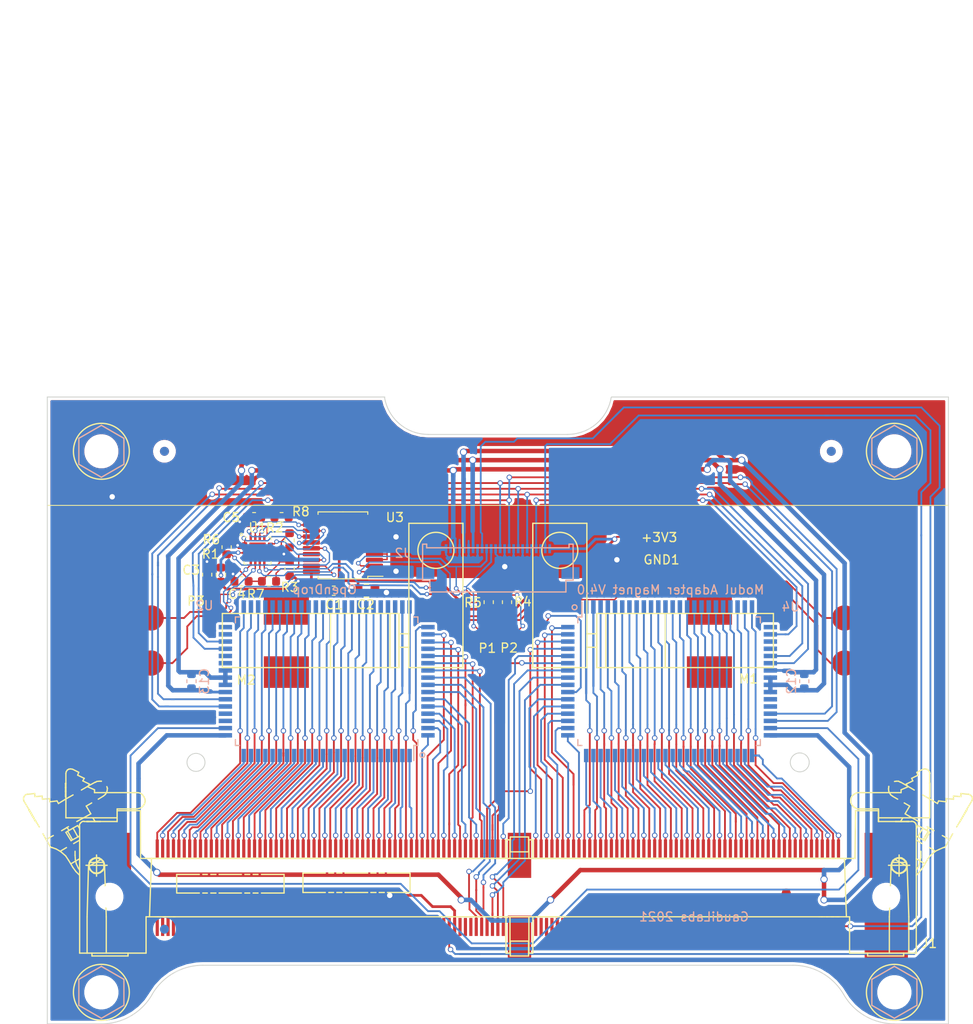
<source format=kicad_pcb>
(kicad_pcb (version 20171130) (host pcbnew 5.1.5+dfsg1-2build2)
  (layers (0 F.Cu signal) (31 B.Cu signal) (34 B.Paste user) (35 F.Paste user) (36 B.SilkS user) (37 F.SilkS user) (38 B.Mask user) (39 F.Mask user) (44 Edge.Cuts user))
  (net 0 "")
  (net 1 V_GND)
  (net 2 VDD_C)
  (net 3 GND_C)
  (net 4 "Net-(J1-Pad123)")
  (net 5 "Net-(J1-Pad124)")
  (net 6 "Net-(J1-Pad125)")
  (net 7 "Net-(J1-Pad126)")
  (net 8 "Net-(J1-Pad127)")
  (net 9 "Net-(J1-Pad128)")
  (net 10 "Net-(J1-Pad129)")
  (net 11 "Net-(J1-Pad130)")
  (net 12 "Net-(J1-Pad131)")
  (net 13 "Net-(J1-Pad132)")
  (net 14 "Net-(J1-Pad133)")
  (net 15 "Net-(J1-Pad134)")
  (net 16 "Net-(J1-Pad135)")
  (net 17 "Net-(J1-Pad136)")
  (net 18 "Net-(J1-Pad137)")
  (net 19 "Net-(J1-Pad138)")
  (net 20 "Net-(J1-Pad139)")
  (net 21 "Net-(J1-Pad140)")
  (net 22 "Net-(J1-Pad141)")
  (net 23 "Net-(J1-Pad142)")
  (net 24 "Net-(J1-Pad143)")
  (net 25 "Net-(J1-Pad144)")
  (net 26 "Net-(J1-Pad145)")
  (net 27 "Net-(J1-Pad146)")
  (net 28 "Net-(J1-Pad147)")
  (net 29 "Net-(J1-Pad148)")
  (net 30 "Net-(J1-Pad149)")
  (net 31 "Net-(J1-Pad150)")
  (net 32 "Net-(J1-Pad151)")
  (net 33 "Net-(J1-Pad152)")
  (net 34 "Net-(J1-Pad153)")
  (net 35 "Net-(J1-Pad154)")
  (net 36 "Net-(J1-Pad155)")
  (net 37 "Net-(J1-Pad156)")
  (net 38 "Net-(J1-Pad157)")
  (net 39 "Net-(J1-Pad158)")
  (net 40 "Net-(J1-Pad159)")
  (net 41 "Net-(J1-Pad160)")
  (net 42 "Net-(J1-Pad161)")
  (net 43 "Net-(J1-Pad162)")
  (net 44 "Net-(J1-Pad163)")
  (net 45 "Net-(J1-Pad164)")
  (net 46 "Net-(J1-Pad165)")
  (net 47 "Net-(J1-Pad166)")
  (net 48 "Net-(J1-Pad167)")
  (net 49 "Net-(J1-Pad168)")
  (net 50 "Net-(J1-Pad169)")
  (net 51 "Net-(J1-Pad170)")
  (net 52 "Net-(J1-Pad171)")
  (net 53 "Net-(J1-Pad172)")
  (net 54 "Net-(J1-Pad173)")
  (net 55 "Net-(J1-Pad174)")
  (net 56 "Net-(J1-Pad175)")
  (net 57 "Net-(J1-Pad176)")
  (net 58 "Net-(J1-Pad177)")
  (net 59 "Net-(J1-Pad178)")
  (net 60 "Net-(J1-Pad180)")
  (net 61 "Net-(J1-Pad186)")
  (net 62 "Net-(J1-Pad188)")
  (net 63 "Net-(J1-Pad190)")
  (net 64 "Net-(J1-Pad192)")
  (net 65 "Net-(J1-Pad193)")
  (net 66 "Net-(J1-Pad194)")
  (net 67 "Net-(J1-Pad195)")
  (net 68 "Net-(J1-Pad196)")
  (net 69 "Net-(J1-Pad197)")
  (net 70 "Net-(J1-Pad198)")
  (net 71 "Net-(J1-Pad199)")
  (net 72 "Net-(J1-Pad200)")
  (net 73 "Net-(J1-Pad201)")
  (net 74 "Net-(J1-Pad202)")
  (net 75 "Net-(J1-Pad203)")
  (net 76 "Net-(J1-Pad204)")
  (net 77 "Net-(J1-Pad205)")
  (net 78 "Net-(J1-Pad206)")
  (net 79 "Net-(J1-Pad207)")
  (net 80 "Net-(J1-Pad208)")
  (net 81 "Net-(J1-Pad209)")
  (net 82 "Net-(J1-Pad210)")
  (net 83 "Net-(J1-Pad211)")
  (net 84 "Net-(J1-Pad212)")
  (net 85 "Net-(J1-Pad213)")
  (net 86 "Net-(J1-Pad214)")
  (net 87 "Net-(J1-Pad215)")
  (net 88 "Net-(J1-Pad216)")
  (net 89 "Net-(J1-Pad217)")
  (net 90 "Net-(J1-Pad218)")
  (net 91 "Net-(J1-Pad219)")
  (net 92 "Net-(J1-Pad220)")
  (net 93 "Net-(J1-Pad221)")
  (net 94 "Net-(J1-Pad222)")
  (net 95 "Net-(J1-Pad223)")
  (net 96 "Net-(J1-Pad224)")
  (net 97 "Net-(J1-Pad225)")
  (net 98 "Net-(J1-Pad226)")
  (net 99 "Net-(J1-Pad227)")
  (net 100 "Net-(J1-Pad228)")
  (net 101 "Net-(J1-Pad229)")
  (net 102 "Net-(J1-Pad230)")
  (net 103 "Net-(J1-Pad231)")
  (net 104 "Net-(J1-Pad232)")
  (net 105 "Net-(J1-Pad233)")
  (net 106 "Net-(J1-Pad234)")
  (net 107 "Net-(J1-Pad235)")
  (net 108 "Net-(J1-Pad236)")
  (net 109 "Net-(J1-Pad237)")
  (net 110 "Net-(J1-Pad238)")
  (net 111 "Net-(J1-Pad239)")
  (net 112 "Net-(J1-Pad240)")
  (net 113 "Net-(J1-Pad241)")
  (net 114 "Net-(J1-Pad242)")
  (net 115 "Net-(J1-Pad243)")
  (net 116 "Net-(J1-Pad244)")
  (net 117 "Net-(J1-Pad179)")
  (net 118 "Net-(J1-Pad181)")
  (net 119 "Net-(J1-Pad182)")
  (net 120 "Net-(J1-Pad183)")
  (net 121 "Net-(J1-Pad184)")
  (net 122 "Net-(J1-Pad185)")
  (net 123 "Net-(J1-Pad187)")
  (net 124 "Net-(J1-Pad189)")
  (net 125 "Net-(J1-Pad191)")
  (net 126 "Net-(J1-Pad60)")
  (net 127 "Net-(J1-Pad61)")
  (net 128 "Net-(J1-Pad62)")
  (net 129 "Net-(J1-Pad63)")
  (net 130 V_HV_C)
  (net 131 LE_C)
  (net 132 CLK_C)
  (net 133 "Net-(U2-Pad26)")
  (net 134 "Net-(J1-Pad64)")
  (net 135 "Net-(J1-Pad65)")
  (net 136 SENS_PAD)
  (net 137 GND)
  (net 138 DI_C)
  (net 139 BL_C)
  (net 140 POL_C)
  (net 141 DIG1)
  (net 142 DIG0)
  (net 143 +3V3)
  (net 144 "Net-(M1-Pad1)")
  (net 145 "Net-(M1-Pad2)")
  (net 146 "Net-(R2-Pad1)")
  (net 147 "Net-(C3-Pad1)")
  (net 148 "Net-(C4-Pad1)")
  (net 149 "Net-(M2-Pad1)")
  (net 150 "Net-(M2-Pad2)")
  (net 151 "Net-(P3-Pad1)")
  (net 152 MODE)
  (net 153 BOOST)
  (net 154 PHASE_A)
  (net 155 ENABLE_B)
  (net 156 ENABLE_A)
  (net 157 PHASE_B)
  (net 158 STBY)
  (net 159 "Net-(C5-Pad1)")
  (module GaudiLabsFootPrints:GreaMotor6mm_Magnet_l (layer F.Cu) (at 88.025 94.986141 180)
    (fp_text reference M2 (at 15.965 -4.378859 180) (layer F.SilkS))
    (fp_text value Motor_DC)
    (pad 3 smd rect (at 11.5 -3.5 180) (size 5 3.5) (layers F.Cu F.Paste F.Mask))
    (pad 3 smd rect (at 11.5 3.5 180) (size 5 3.5) (layers F.Cu F.Paste F.Mask))
    (pad 2 smd circle (at 26.5 2.5 180) (size 2.8 2.8) (layers F.Cu F.Paste F.Mask) (net 150 "Net-(M2-Pad2)"))
    (pad 1 smd circle (at 26.5 -2.5 180) (size 2.8 2.8) (layers F.Cu F.Paste F.Mask) (net 149 "Net-(M2-Pad1)"))
  )
  (module GaudiLabsFootPrints:GreaMotor6mm_Magnet (layer F.Cu) (at 111.975 94.986141)
    (fp_text reference M1 (at 15.838 4.251859) (layer F.SilkS))
    (fp_text value Motor_DC)
    (pad 3 smd rect (at 11.5 -3.5) (size 5 3.5) (layers F.Cu F.Paste F.Mask))
    (pad 3 smd rect (at 11.5 3.5) (size 5 3.5) (layers F.Cu F.Paste F.Mask))
    (pad 2 smd circle (at 26.5 2.5) (size 2.8 2.8) (layers F.Cu F.Paste F.Mask) (net 145 "Net-(M1-Pad2)"))
    (pad 1 smd circle (at 26.5 -2.5) (size 2.8 2.8) (layers F.Cu F.Paste F.Mask) (net 144 "Net-(M1-Pad1)"))
  )
  (module Package_SO:SSOP-20_5.3x7.2mm_P0.65mm (layer F.Cu) (at 82.8042 84.4298 180)
    (fp_text reference U3 (at -5.7658 3.0988) (layer F.SilkS))
    (fp_text value MCP23008_SS)
    (pad 1 smd roundrect (at -3.5 -2.925 180) (size 1.9 0.5) (layers F.Cu F.Paste F.Mask) (net 141 DIG1))
    (pad 2 smd roundrect (at -3.5 -2.275 180) (size 1.9 0.5) (layers F.Cu F.Paste F.Mask) (net 142 DIG0))
    (pad 3 smd roundrect (at -3.5 -1.625 180) (size 1.9 0.5) (layers F.Cu F.Paste F.Mask) (net 137 GND))
    (pad 4 smd roundrect (at -3.5 -0.975 180) (size 1.9 0.5) (layers F.Cu F.Paste F.Mask) (net 137 GND))
    (pad 5 smd roundrect (at -3.5 -0.325 180) (size 1.9 0.5) (layers F.Cu F.Paste F.Mask) (net 137 GND))
    (pad 6 smd roundrect (at -3.5 0.325 180) (size 1.9 0.5) (layers F.Cu F.Paste F.Mask) (net 159 "Net-(C5-Pad1)"))
    (pad 7 smd roundrect (at -3.5 0.975 180) (size 1.9 0.5) (layers F.Cu F.Paste F.Mask))
    (pad 8 smd roundrect (at -3.5 1.625 180) (size 1.9 0.5) (layers F.Cu F.Paste F.Mask))
    (pad 9 smd roundrect (at -3.5 2.275 180) (size 1.9 0.5) (layers F.Cu F.Paste F.Mask) (net 137 GND))
    (pad 10 smd roundrect (at -3.5 2.925 180) (size 1.9 0.5) (layers F.Cu F.Paste F.Mask))
    (pad 11 smd roundrect (at 3.5 2.925 180) (size 1.9 0.5) (layers F.Cu F.Paste F.Mask))
    (pad 12 smd roundrect (at 3.5 2.275 180) (size 1.9 0.5) (layers F.Cu F.Paste F.Mask) (net 156 ENABLE_A))
    (pad 13 smd roundrect (at 3.5 1.625 180) (size 1.9 0.5) (layers F.Cu F.Paste F.Mask) (net 154 PHASE_A))
    (pad 14 smd roundrect (at 3.5 0.975 180) (size 1.9 0.5) (layers F.Cu F.Paste F.Mask) (net 155 ENABLE_B))
    (pad 15 smd roundrect (at 3.5 0.325 180) (size 1.9 0.5) (layers F.Cu F.Paste F.Mask) (net 157 PHASE_B))
    (pad 16 smd roundrect (at 3.5 -0.325 180) (size 1.9 0.5) (layers F.Cu F.Paste F.Mask) (net 152 MODE))
    (pad 17 smd roundrect (at 3.5 -0.975 180) (size 1.9 0.5) (layers F.Cu F.Paste F.Mask) (net 153 BOOST))
    (pad 18 smd roundrect (at 3.5 -1.625 180) (size 1.9 0.5) (layers F.Cu F.Paste F.Mask) (net 158 STBY))
    (pad 19 smd roundrect (at 3.5 -2.275 180) (size 1.9 0.5) (layers F.Cu F.Paste F.Mask) (net 151 "Net-(P3-Pad1)"))
    (pad 20 smd roundrect (at 3.5 -2.925 180) (size 1.9 0.5) (layers F.Cu F.Paste F.Mask) (net 143 +3V3))
  )
  (module Resistor_SMD:R_0603_1608Metric (layer F.Cu) (at 75.997 81.3056 180)
    (fp_text reference R8 (at -2.1336 0.6096) (layer F.SilkS))
    (fp_text value 10k)
    (pad 2 smd roundrect (at 0.7875 0 180) (size 0.875 0.95) (layers F.Cu F.Paste F.Mask) (net 159 "Net-(C5-Pad1)"))
    (pad 1 smd roundrect (at -0.7875 0 180) (size 0.875 0.95) (layers F.Cu F.Paste F.Mask) (net 143 +3V3))
  )
  (module GaudiLabsFootPrints:MiniDimm_06_244_200 (layer F.Cu) (at 102.4 123.4 180)
    (fp_text reference J1 (at -45.479 -5.175 180) (layer F.SilkS))
    (fp_text value Mini_Dimm_244)
    (pad "" smd rect (at -40.7 4.59 180) (size 4.8 5) (layers F.Cu F.Paste F.Mask))
    (pad "" smd rect (at -40.7 -4.59 180) (size 4.8 5) (layers F.Cu F.Paste F.Mask))
    (pad "" smd rect (at 45.5 -4.59 180) (size 4.8 5) (layers F.Cu F.Paste F.Mask))
    (pad "" smd rect (at 45.5 4.59 180) (size 4.8 5) (layers F.Cu F.Paste F.Mask))
    (pad 244 smd rect (at -35.4 5.35 180) (size 0.35 2) (layers F.Cu F.Paste F.Mask) (net 116 "Net-(J1-Pad244)"))
    (pad 243 smd rect (at -34.8 5.35 180) (size 0.35 2) (layers F.Cu F.Paste F.Mask) (net 115 "Net-(J1-Pad243)"))
    (pad 242 smd rect (at -34.2 5.35 180) (size 0.35 2) (layers F.Cu F.Paste F.Mask) (net 114 "Net-(J1-Pad242)"))
    (pad 241 smd rect (at -33.6 5.35 180) (size 0.35 2) (layers F.Cu F.Paste F.Mask) (net 113 "Net-(J1-Pad241)"))
    (pad 240 smd rect (at -33 5.35 180) (size 0.35 2) (layers F.Cu F.Paste F.Mask) (net 112 "Net-(J1-Pad240)"))
    (pad 239 smd rect (at -32.4 5.35 180) (size 0.35 2) (layers F.Cu F.Paste F.Mask) (net 111 "Net-(J1-Pad239)"))
    (pad 238 smd rect (at -31.8 5.35 180) (size 0.35 2) (layers F.Cu F.Paste F.Mask) (net 110 "Net-(J1-Pad238)"))
    (pad 237 smd rect (at -31.2 5.35 180) (size 0.35 2) (layers F.Cu F.Paste F.Mask) (net 109 "Net-(J1-Pad237)"))
    (pad 236 smd rect (at -30.6 5.35 180) (size 0.35 2) (layers F.Cu F.Paste F.Mask) (net 108 "Net-(J1-Pad236)"))
    (pad 235 smd rect (at -30 5.35 180) (size 0.35 2) (layers F.Cu F.Paste F.Mask) (net 107 "Net-(J1-Pad235)"))
    (pad 234 smd rect (at -29.4 5.35 180) (size 0.35 2) (layers F.Cu F.Paste F.Mask) (net 106 "Net-(J1-Pad234)"))
    (pad 233 smd rect (at -28.8 5.35 180) (size 0.35 2) (layers F.Cu F.Paste F.Mask) (net 105 "Net-(J1-Pad233)"))
    (pad 232 smd rect (at -28.2 5.35 180) (size 0.35 2) (layers F.Cu F.Paste F.Mask) (net 104 "Net-(J1-Pad232)"))
    (pad 231 smd rect (at -27.6 5.35 180) (size 0.35 2) (layers F.Cu F.Paste F.Mask) (net 103 "Net-(J1-Pad231)"))
    (pad 230 smd rect (at -27 5.35 180) (size 0.35 2) (layers F.Cu F.Paste F.Mask) (net 102 "Net-(J1-Pad230)"))
    (pad 229 smd rect (at -26.4 5.35 180) (size 0.35 2) (layers F.Cu F.Paste F.Mask) (net 101 "Net-(J1-Pad229)"))
    (pad 228 smd rect (at -25.8 5.35 180) (size 0.35 2) (layers F.Cu F.Paste F.Mask) (net 100 "Net-(J1-Pad228)"))
    (pad 227 smd rect (at -25.2 5.35 180) (size 0.35 2) (layers F.Cu F.Paste F.Mask) (net 99 "Net-(J1-Pad227)"))
    (pad 226 smd rect (at -24.6 5.35 180) (size 0.35 2) (layers F.Cu F.Paste F.Mask) (net 98 "Net-(J1-Pad226)"))
    (pad 225 smd rect (at -24 5.35 180) (size 0.35 2) (layers F.Cu F.Paste F.Mask) (net 97 "Net-(J1-Pad225)"))
    (pad 224 smd rect (at -23.4 5.35 180) (size 0.35 2) (layers F.Cu F.Paste F.Mask) (net 96 "Net-(J1-Pad224)"))
    (pad 223 smd rect (at -22.8 5.35 180) (size 0.35 2) (layers F.Cu F.Paste F.Mask) (net 95 "Net-(J1-Pad223)"))
    (pad 222 smd rect (at -22.2 5.35 180) (size 0.35 2) (layers F.Cu F.Paste F.Mask) (net 94 "Net-(J1-Pad222)"))
    (pad 221 smd rect (at -21.6 5.35 180) (size 0.35 2) (layers F.Cu F.Paste F.Mask) (net 93 "Net-(J1-Pad221)"))
    (pad 220 smd rect (at -21 5.35 180) (size 0.35 2) (layers F.Cu F.Paste F.Mask) (net 92 "Net-(J1-Pad220)"))
    (pad 219 smd rect (at -20.4 5.35 180) (size 0.35 2) (layers F.Cu F.Paste F.Mask) (net 91 "Net-(J1-Pad219)"))
    (pad 218 smd rect (at -19.8 5.35 180) (size 0.35 2) (layers F.Cu F.Paste F.Mask) (net 90 "Net-(J1-Pad218)"))
    (pad 217 smd rect (at -19.2 5.35 180) (size 0.35 2) (layers F.Cu F.Paste F.Mask) (net 89 "Net-(J1-Pad217)"))
    (pad 216 smd rect (at -18.6 5.35 180) (size 0.35 2) (layers F.Cu F.Paste F.Mask) (net 88 "Net-(J1-Pad216)"))
    (pad 215 smd rect (at -18 5.35 180) (size 0.35 2) (layers F.Cu F.Paste F.Mask) (net 87 "Net-(J1-Pad215)"))
    (pad 214 smd rect (at -17.4 5.35 180) (size 0.35 2) (layers F.Cu F.Paste F.Mask) (net 86 "Net-(J1-Pad214)"))
    (pad 213 smd rect (at -16.8 5.35 180) (size 0.35 2) (layers F.Cu F.Paste F.Mask) (net 85 "Net-(J1-Pad213)"))
    (pad 212 smd rect (at -16.2 5.35 180) (size 0.35 2) (layers F.Cu F.Paste F.Mask) (net 84 "Net-(J1-Pad212)"))
    (pad 211 smd rect (at -15.6 5.35 180) (size 0.35 2) (layers F.Cu F.Paste F.Mask) (net 83 "Net-(J1-Pad211)"))
    (pad 210 smd rect (at -15 5.35 180) (size 0.35 2) (layers F.Cu F.Paste F.Mask) (net 82 "Net-(J1-Pad210)"))
    (pad 209 smd rect (at -14.4 5.35 180) (size 0.35 2) (layers F.Cu F.Paste F.Mask) (net 81 "Net-(J1-Pad209)"))
    (pad 208 smd rect (at -13.8 5.35 180) (size 0.35 2) (layers F.Cu F.Paste F.Mask) (net 80 "Net-(J1-Pad208)"))
    (pad 207 smd rect (at -13.2 5.35 180) (size 0.35 2) (layers F.Cu F.Paste F.Mask) (net 79 "Net-(J1-Pad207)"))
    (pad 206 smd rect (at -12.6 5.35 180) (size 0.35 2) (layers F.Cu F.Paste F.Mask) (net 78 "Net-(J1-Pad206)"))
    (pad 205 smd rect (at -12 5.35 180) (size 0.35 2) (layers F.Cu F.Paste F.Mask) (net 77 "Net-(J1-Pad205)"))
    (pad 204 smd rect (at -11.4 5.35 180) (size 0.35 2) (layers F.Cu F.Paste F.Mask) (net 76 "Net-(J1-Pad204)"))
    (pad 203 smd rect (at -10.8 5.35 180) (size 0.35 2) (layers F.Cu F.Paste F.Mask) (net 75 "Net-(J1-Pad203)"))
    (pad 202 smd rect (at -10.2 5.35 180) (size 0.35 2) (layers F.Cu F.Paste F.Mask) (net 74 "Net-(J1-Pad202)"))
    (pad 201 smd rect (at -9.6 5.35 180) (size 0.35 2) (layers F.Cu F.Paste F.Mask) (net 73 "Net-(J1-Pad201)"))
    (pad 200 smd rect (at -9 5.35 180) (size 0.35 2) (layers F.Cu F.Paste F.Mask) (net 72 "Net-(J1-Pad200)"))
    (pad 199 smd rect (at -8.4 5.35 180) (size 0.35 2) (layers F.Cu F.Paste F.Mask) (net 71 "Net-(J1-Pad199)"))
    (pad 198 smd rect (at -7.8 5.35 180) (size 0.35 2) (layers F.Cu F.Paste F.Mask) (net 70 "Net-(J1-Pad198)"))
    (pad 197 smd rect (at -7.2 5.35 180) (size 0.35 2) (layers F.Cu F.Paste F.Mask) (net 69 "Net-(J1-Pad197)"))
    (pad 196 smd rect (at -6.6 5.35 180) (size 0.35 2) (layers F.Cu F.Paste F.Mask) (net 68 "Net-(J1-Pad196)"))
    (pad 195 smd rect (at -6 5.35 180) (size 0.35 2) (layers F.Cu F.Paste F.Mask) (net 67 "Net-(J1-Pad195)"))
    (pad 194 smd rect (at -5.4 5.35 180) (size 0.35 2) (layers F.Cu F.Paste F.Mask) (net 66 "Net-(J1-Pad194)"))
    (pad 193 smd rect (at -4.8 5.35 180) (size 0.35 2) (layers F.Cu F.Paste F.Mask) (net 65 "Net-(J1-Pad193)"))
    (pad 192 smd rect (at -4.2 5.35 180) (size 0.35 2) (layers F.Cu F.Paste F.Mask) (net 64 "Net-(J1-Pad192)"))
    (pad 191 smd rect (at -3.6 5.35 180) (size 0.35 2) (layers F.Cu F.Paste F.Mask) (net 125 "Net-(J1-Pad191)"))
    (pad 190 smd rect (at -3 5.35 180) (size 0.35 2) (layers F.Cu F.Paste F.Mask) (net 63 "Net-(J1-Pad190)"))
    (pad 189 smd rect (at -2.4 5.35 180) (size 0.35 2) (layers F.Cu F.Paste F.Mask) (net 124 "Net-(J1-Pad189)"))
    (pad 188 smd rect (at -1.8 5.35 180) (size 0.35 2) (layers F.Cu F.Paste F.Mask) (net 62 "Net-(J1-Pad188)"))
    (pad 187 smd rect (at 1.8 5.35 180) (size 0.35 2) (layers F.Cu F.Paste F.Mask) (net 123 "Net-(J1-Pad187)"))
    (pad 186 smd rect (at 2.4 5.35 180) (size 0.35 2) (layers F.Cu F.Paste F.Mask) (net 61 "Net-(J1-Pad186)"))
    (pad 185 smd rect (at 3 5.35 180) (size 0.35 2) (layers F.Cu F.Paste F.Mask) (net 122 "Net-(J1-Pad185)"))
    (pad 184 smd rect (at 3.6 5.35 180) (size 0.35 2) (layers F.Cu F.Paste F.Mask) (net 121 "Net-(J1-Pad184)"))
    (pad 183 smd rect (at 4.2 5.35 180) (size 0.35 2) (layers F.Cu F.Paste F.Mask) (net 120 "Net-(J1-Pad183)"))
    (pad 182 smd rect (at 4.8 5.35 180) (size 0.35 2) (layers F.Cu F.Paste F.Mask) (net 119 "Net-(J1-Pad182)"))
    (pad 181 smd rect (at 5.4 5.35 180) (size 0.35 2) (layers F.Cu F.Paste F.Mask) (net 118 "Net-(J1-Pad181)"))
    (pad 180 smd rect (at 6 5.35 180) (size 0.35 2) (layers F.Cu F.Paste F.Mask) (net 60 "Net-(J1-Pad180)"))
    (pad 179 smd rect (at 6.6 5.35 180) (size 0.35 2) (layers F.Cu F.Paste F.Mask) (net 117 "Net-(J1-Pad179)"))
    (pad 178 smd rect (at 7.2 5.35 180) (size 0.35 2) (layers F.Cu F.Paste F.Mask) (net 59 "Net-(J1-Pad178)"))
    (pad 177 smd rect (at 7.8 5.35 180) (size 0.35 2) (layers F.Cu F.Paste F.Mask) (net 58 "Net-(J1-Pad177)"))
    (pad 176 smd rect (at 8.4 5.35 180) (size 0.35 2) (layers F.Cu F.Paste F.Mask) (net 57 "Net-(J1-Pad176)"))
    (pad 175 smd rect (at 9 5.35 180) (size 0.35 2) (layers F.Cu F.Paste F.Mask) (net 56 "Net-(J1-Pad175)"))
    (pad 174 smd rect (at 9.6 5.35 180) (size 0.35 2) (layers F.Cu F.Paste F.Mask) (net 55 "Net-(J1-Pad174)"))
    (pad 173 smd rect (at 10.2 5.35 180) (size 0.35 2) (layers F.Cu F.Paste F.Mask) (net 54 "Net-(J1-Pad173)"))
    (pad 172 smd rect (at 10.8 5.35 180) (size 0.35 2) (layers F.Cu F.Paste F.Mask) (net 53 "Net-(J1-Pad172)"))
    (pad 171 smd rect (at 11.4 5.35 180) (size 0.35 2) (layers F.Cu F.Paste F.Mask) (net 52 "Net-(J1-Pad171)"))
    (pad 170 smd rect (at 12 5.35 180) (size 0.35 2) (layers F.Cu F.Paste F.Mask) (net 51 "Net-(J1-Pad170)"))
    (pad 169 smd rect (at 12.6 5.35 180) (size 0.35 2) (layers F.Cu F.Paste F.Mask) (net 50 "Net-(J1-Pad169)"))
    (pad 168 smd rect (at 13.2 5.35 180) (size 0.35 2) (layers F.Cu F.Paste F.Mask) (net 49 "Net-(J1-Pad168)"))
    (pad 167 smd rect (at 13.8 5.35 180) (size 0.35 2) (layers F.Cu F.Paste F.Mask) (net 48 "Net-(J1-Pad167)"))
    (pad 166 smd rect (at 14.4 5.35 180) (size 0.35 2) (layers F.Cu F.Paste F.Mask) (net 47 "Net-(J1-Pad166)"))
    (pad 165 smd rect (at 15 5.35 180) (size 0.35 2) (layers F.Cu F.Paste F.Mask) (net 46 "Net-(J1-Pad165)"))
    (pad 164 smd rect (at 15.6 5.35 180) (size 0.35 2) (layers F.Cu F.Paste F.Mask) (net 45 "Net-(J1-Pad164)"))
    (pad 163 smd rect (at 16.2 5.35 180) (size 0.35 2) (layers F.Cu F.Paste F.Mask) (net 44 "Net-(J1-Pad163)"))
    (pad 162 smd rect (at 16.8 5.35 180) (size 0.35 2) (layers F.Cu F.Paste F.Mask) (net 43 "Net-(J1-Pad162)"))
    (pad 161 smd rect (at 17.4 5.35 180) (size 0.35 2) (layers F.Cu F.Paste F.Mask) (net 42 "Net-(J1-Pad161)"))
    (pad 160 smd rect (at 18 5.35 180) (size 0.35 2) (layers F.Cu F.Paste F.Mask) (net 41 "Net-(J1-Pad160)"))
    (pad 159 smd rect (at 18.6 5.35 180) (size 0.35 2) (layers F.Cu F.Paste F.Mask) (net 40 "Net-(J1-Pad159)"))
    (pad 158 smd rect (at 19.2 5.35 180) (size 0.35 2) (layers F.Cu F.Paste F.Mask) (net 39 "Net-(J1-Pad158)"))
    (pad 157 smd rect (at 19.8 5.35 180) (size 0.35 2) (layers F.Cu F.Paste F.Mask) (net 38 "Net-(J1-Pad157)"))
    (pad 156 smd rect (at 20.4 5.35 180) (size 0.35 2) (layers F.Cu F.Paste F.Mask) (net 37 "Net-(J1-Pad156)"))
    (pad 155 smd rect (at 21 5.35 180) (size 0.35 2) (layers F.Cu F.Paste F.Mask) (net 36 "Net-(J1-Pad155)"))
    (pad 154 smd rect (at 21.6 5.35 180) (size 0.35 2) (layers F.Cu F.Paste F.Mask) (net 35 "Net-(J1-Pad154)"))
    (pad 153 smd rect (at 22.2 5.35 180) (size 0.35 2) (layers F.Cu F.Paste F.Mask) (net 34 "Net-(J1-Pad153)"))
    (pad 152 smd rect (at 22.8 5.35 180) (size 0.35 2) (layers F.Cu F.Paste F.Mask) (net 33 "Net-(J1-Pad152)"))
    (pad 151 smd rect (at 23.4 5.35 180) (size 0.35 2) (layers F.Cu F.Paste F.Mask) (net 32 "Net-(J1-Pad151)"))
    (pad 150 smd rect (at 24 5.35 180) (size 0.35 2) (layers F.Cu F.Paste F.Mask) (net 31 "Net-(J1-Pad150)"))
    (pad 149 smd rect (at 24.6 5.35 180) (size 0.35 2) (layers F.Cu F.Paste F.Mask) (net 30 "Net-(J1-Pad149)"))
    (pad 148 smd rect (at 25.2 5.35 180) (size 0.35 2) (layers F.Cu F.Paste F.Mask) (net 29 "Net-(J1-Pad148)"))
    (pad 147 smd rect (at 25.8 5.35 180) (size 0.35 2) (layers F.Cu F.Paste F.Mask) (net 28 "Net-(J1-Pad147)"))
    (pad 146 smd rect (at 26.4 5.35 180) (size 0.35 2) (layers F.Cu F.Paste F.Mask) (net 27 "Net-(J1-Pad146)"))
    (pad 145 smd rect (at 27 5.35 180) (size 0.35 2) (layers F.Cu F.Paste F.Mask) (net 26 "Net-(J1-Pad145)"))
    (pad 144 smd rect (at 27.6 5.35 180) (size 0.35 2) (layers F.Cu F.Paste F.Mask) (net 25 "Net-(J1-Pad144)"))
    (pad 143 smd rect (at 28.2 5.35 180) (size 0.35 2) (layers F.Cu F.Paste F.Mask) (net 24 "Net-(J1-Pad143)"))
    (pad 142 smd rect (at 28.8 5.35 180) (size 0.35 2) (layers F.Cu F.Paste F.Mask) (net 23 "Net-(J1-Pad142)"))
    (pad 141 smd rect (at 29.4 5.35 180) (size 0.35 2) (layers F.Cu F.Paste F.Mask) (net 22 "Net-(J1-Pad141)"))
    (pad 140 smd rect (at 30 5.35 180) (size 0.35 2) (layers F.Cu F.Paste F.Mask) (net 21 "Net-(J1-Pad140)"))
    (pad 139 smd rect (at 30.6 5.35 180) (size 0.35 2) (layers F.Cu F.Paste F.Mask) (net 20 "Net-(J1-Pad139)"))
    (pad 138 smd rect (at 31.2 5.35 180) (size 0.35 2) (layers F.Cu F.Paste F.Mask) (net 19 "Net-(J1-Pad138)"))
    (pad 137 smd rect (at 31.8 5.35 180) (size 0.35 2) (layers F.Cu F.Paste F.Mask) (net 18 "Net-(J1-Pad137)"))
    (pad 136 smd rect (at 32.4 5.35 180) (size 0.35 2) (layers F.Cu F.Paste F.Mask) (net 17 "Net-(J1-Pad136)"))
    (pad 135 smd rect (at 33 5.35 180) (size 0.35 2) (layers F.Cu F.Paste F.Mask) (net 16 "Net-(J1-Pad135)"))
    (pad 134 smd rect (at 33.6 5.35 180) (size 0.35 2) (layers F.Cu F.Paste F.Mask) (net 15 "Net-(J1-Pad134)"))
    (pad 133 smd rect (at 34.2 5.35 180) (size 0.35 2) (layers F.Cu F.Paste F.Mask) (net 14 "Net-(J1-Pad133)"))
    (pad 132 smd rect (at 34.8 5.35 180) (size 0.35 2) (layers F.Cu F.Paste F.Mask) (net 13 "Net-(J1-Pad132)"))
    (pad 131 smd rect (at 35.4 5.35 180) (size 0.35 2) (layers F.Cu F.Paste F.Mask) (net 12 "Net-(J1-Pad131)"))
    (pad 130 smd rect (at 36 5.35 180) (size 0.35 2) (layers F.Cu F.Paste F.Mask) (net 11 "Net-(J1-Pad130)"))
    (pad 129 smd rect (at 36.6 5.35 180) (size 0.35 2) (layers F.Cu F.Paste F.Mask) (net 10 "Net-(J1-Pad129)"))
    (pad 128 smd rect (at 37.2 5.35 180) (size 0.35 2) (layers F.Cu F.Paste F.Mask) (net 9 "Net-(J1-Pad128)"))
    (pad 127 smd rect (at 37.8 5.35 180) (size 0.35 2) (layers F.Cu F.Paste F.Mask) (net 8 "Net-(J1-Pad127)"))
    (pad 126 smd rect (at 38.4 5.35 180) (size 0.35 2) (layers F.Cu F.Paste F.Mask) (net 7 "Net-(J1-Pad126)"))
    (pad 125 smd rect (at 39 5.35 180) (size 0.35 2) (layers F.Cu F.Paste F.Mask) (net 6 "Net-(J1-Pad125)"))
    (pad 124 smd rect (at 39.6 5.35 180) (size 0.35 2) (layers F.Cu F.Paste F.Mask) (net 5 "Net-(J1-Pad124)"))
    (pad 123 smd rect (at 40.2 5.35 180) (size 0.35 2) (layers F.Cu F.Paste F.Mask) (net 4 "Net-(J1-Pad123)"))
    (pad 122 smd rect (at -35.4 -3.35 180) (size 0.35 2) (layers F.Cu F.Paste F.Mask) (net 1 V_GND))
    (pad 121 smd rect (at -34.8 -3.35 180) (size 0.35 2) (layers F.Cu F.Paste F.Mask) (net 1 V_GND))
    (pad 120 smd rect (at -34.2 -3.35 180) (size 0.35 2) (layers F.Cu F.Paste F.Mask))
    (pad 119 smd rect (at -33.6 -3.35 180) (size 0.35 2) (layers F.Cu F.Paste F.Mask))
    (pad 118 smd rect (at -33 -3.35 180) (size 0.35 2) (layers F.Cu F.Paste F.Mask))
    (pad 117 smd rect (at -32.4 -3.35 180) (size 0.35 2) (layers F.Cu F.Paste F.Mask))
    (pad 116 smd rect (at -31.8 -3.35 180) (size 0.35 2) (layers F.Cu F.Paste F.Mask))
    (pad 115 smd rect (at -31.2 -3.35 180) (size 0.35 2) (layers F.Cu F.Paste F.Mask))
    (pad 114 smd rect (at -30.6 -3.35 180) (size 0.35 2) (layers F.Cu F.Paste F.Mask))
    (pad 113 smd rect (at -30 -3.35 180) (size 0.35 2) (layers F.Cu F.Paste F.Mask))
    (pad 112 smd rect (at -29.4 -3.35 180) (size 0.35 2) (layers F.Cu F.Paste F.Mask))
    (pad 111 smd rect (at -28.8 -3.35 180) (size 0.35 2) (layers F.Cu F.Paste F.Mask))
    (pad 110 smd rect (at -28.2 -3.35 180) (size 0.35 2) (layers F.Cu F.Paste F.Mask))
    (pad 109 smd rect (at -27.6 -3.35 180) (size 0.35 2) (layers F.Cu F.Paste F.Mask))
    (pad 108 smd rect (at -27 -3.35 180) (size 0.35 2) (layers F.Cu F.Paste F.Mask))
    (pad 107 smd rect (at -26.4 -3.35 180) (size 0.35 2) (layers F.Cu F.Paste F.Mask))
    (pad 106 smd rect (at -25.8 -3.35 180) (size 0.35 2) (layers F.Cu F.Paste F.Mask))
    (pad 105 smd rect (at -25.2 -3.35 180) (size 0.35 2) (layers F.Cu F.Paste F.Mask))
    (pad 104 smd rect (at -24.6 -3.35 180) (size 0.35 2) (layers F.Cu F.Paste F.Mask))
    (pad 103 smd rect (at -24 -3.35 180) (size 0.35 2) (layers F.Cu F.Paste F.Mask))
    (pad 102 smd rect (at -23.4 -3.35 180) (size 0.35 2) (layers F.Cu F.Paste F.Mask))
    (pad 101 smd rect (at -22.8 -3.35 180) (size 0.35 2) (layers F.Cu F.Paste F.Mask))
    (pad 100 smd rect (at -22.2 -3.35 180) (size 0.35 2) (layers F.Cu F.Paste F.Mask))
    (pad 99 smd rect (at -21.6 -3.35 180) (size 0.35 2) (layers F.Cu F.Paste F.Mask))
    (pad 98 smd rect (at -21 -3.35 180) (size 0.35 2) (layers F.Cu F.Paste F.Mask))
    (pad 97 smd rect (at -20.4 -3.35 180) (size 0.35 2) (layers F.Cu F.Paste F.Mask))
    (pad 96 smd rect (at -19.8 -3.35 180) (size 0.35 2) (layers F.Cu F.Paste F.Mask))
    (pad 95 smd rect (at -19.2 -3.35 180) (size 0.35 2) (layers F.Cu F.Paste F.Mask))
    (pad 94 smd rect (at -18.6 -3.35 180) (size 0.35 2) (layers F.Cu F.Paste F.Mask))
    (pad 93 smd rect (at -18 -3.35 180) (size 0.35 2) (layers F.Cu F.Paste F.Mask))
    (pad 92 smd rect (at -17.4 -3.35 180) (size 0.35 2) (layers F.Cu F.Paste F.Mask))
    (pad 91 smd rect (at -16.8 -3.35 180) (size 0.35 2) (layers F.Cu F.Paste F.Mask))
    (pad 90 smd rect (at -16.2 -3.35 180) (size 0.35 2) (layers F.Cu F.Paste F.Mask))
    (pad 89 smd rect (at -15.6 -3.35 180) (size 0.35 2) (layers F.Cu F.Paste F.Mask))
    (pad 88 smd rect (at -15 -3.35 180) (size 0.35 2) (layers F.Cu F.Paste F.Mask))
    (pad 87 smd rect (at -14.4 -3.35 180) (size 0.35 2) (layers F.Cu F.Paste F.Mask))
    (pad 86 smd rect (at -13.8 -3.35 180) (size 0.35 2) (layers F.Cu F.Paste F.Mask))
    (pad 85 smd rect (at -13.2 -3.35 180) (size 0.35 2) (layers F.Cu F.Paste F.Mask))
    (pad 84 smd rect (at -12.6 -3.35 180) (size 0.35 2) (layers F.Cu F.Paste F.Mask))
    (pad 83 smd rect (at -12 -3.35 180) (size 0.35 2) (layers F.Cu F.Paste F.Mask))
    (pad 82 smd rect (at -11.4 -3.35 180) (size 0.35 2) (layers F.Cu F.Paste F.Mask))
    (pad 81 smd rect (at -10.8 -3.35 180) (size 0.35 2) (layers F.Cu F.Paste F.Mask))
    (pad 80 smd rect (at -10.2 -3.35 180) (size 0.35 2) (layers F.Cu F.Paste F.Mask))
    (pad 79 smd rect (at -9.6 -3.35 180) (size 0.35 2) (layers F.Cu F.Paste F.Mask))
    (pad 78 smd rect (at -9 -3.35 180) (size 0.35 2) (layers F.Cu F.Paste F.Mask))
    (pad 77 smd rect (at -8.4 -3.35 180) (size 0.35 2) (layers F.Cu F.Paste F.Mask))
    (pad 76 smd rect (at -7.8 -3.35 180) (size 0.35 2) (layers F.Cu F.Paste F.Mask))
    (pad 75 smd rect (at -7.2 -3.35 180) (size 0.35 2) (layers F.Cu F.Paste F.Mask))
    (pad 74 smd rect (at -6.6 -3.35 180) (size 0.35 2) (layers F.Cu F.Paste F.Mask))
    (pad 73 smd rect (at -6 -3.35 180) (size 0.35 2) (layers F.Cu F.Paste F.Mask))
    (pad 72 smd rect (at -5.4 -3.35 180) (size 0.35 2) (layers F.Cu F.Paste F.Mask))
    (pad 71 smd rect (at -4.8 -3.35 180) (size 0.35 2) (layers F.Cu F.Paste F.Mask))
    (pad 70 smd rect (at -4.2 -3.35 180) (size 0.35 2) (layers F.Cu F.Paste F.Mask))
    (pad 69 smd rect (at -3.6 -3.35 180) (size 0.35 2) (layers F.Cu F.Paste F.Mask))
    (pad 68 smd rect (at -3 -3.35 180) (size 0.35 2) (layers F.Cu F.Paste F.Mask))
    (pad 67 smd rect (at -2.4 -3.35 180) (size 0.35 2) (layers F.Cu F.Paste F.Mask))
    (pad 66 smd rect (at -1.8 -3.35 180) (size 0.35 2) (layers F.Cu F.Paste F.Mask))
    (pad 65 smd rect (at 1.8 -3.35 180) (size 0.35 2) (layers F.Cu F.Paste F.Mask) (net 135 "Net-(J1-Pad65)"))
    (pad 64 smd rect (at 2.4 -3.35 180) (size 0.35 2) (layers F.Cu F.Paste F.Mask) (net 134 "Net-(J1-Pad64)"))
    (pad 63 smd rect (at 3 -3.35 180) (size 0.35 2) (layers F.Cu F.Paste F.Mask) (net 129 "Net-(J1-Pad63)"))
    (pad 62 smd rect (at 3.6 -3.35 180) (size 0.35 2) (layers F.Cu F.Paste F.Mask) (net 128 "Net-(J1-Pad62)"))
    (pad 61 smd rect (at 4.2 -3.35 180) (size 0.35 2) (layers F.Cu F.Paste F.Mask) (net 127 "Net-(J1-Pad61)"))
    (pad 60 smd rect (at 4.8 -3.35 180) (size 0.35 2) (layers F.Cu F.Paste F.Mask) (net 126 "Net-(J1-Pad60)"))
    (pad 59 smd rect (at 5.4 -3.35 180) (size 0.35 2) (layers F.Cu F.Paste F.Mask))
    (pad 58 smd rect (at 6 -3.35 180) (size 0.35 2) (layers F.Cu F.Paste F.Mask))
    (pad 57 smd rect (at 6.6 -3.35 180) (size 0.35 2) (layers F.Cu F.Paste F.Mask))
    (pad 56 smd rect (at 7.2 -3.35 180) (size 0.35 2) (layers F.Cu F.Paste F.Mask) (net 137 GND))
    (pad 55 smd rect (at 7.8 -3.35 180) (size 0.35 2) (layers F.Cu F.Paste F.Mask) (net 136 SENS_PAD))
    (pad 54 smd rect (at 8.4 -3.35 180) (size 0.35 2) (layers F.Cu F.Paste F.Mask))
    (pad 53 smd rect (at 9 -3.35 180) (size 0.35 2) (layers F.Cu F.Paste F.Mask))
    (pad 52 smd rect (at 9.6 -3.35 180) (size 0.35 2) (layers F.Cu F.Paste F.Mask))
    (pad 51 smd rect (at 10.2 -3.35 180) (size 0.35 2) (layers F.Cu F.Paste F.Mask))
    (pad 50 smd rect (at 10.8 -3.35 180) (size 0.35 2) (layers F.Cu F.Paste F.Mask))
    (pad 49 smd rect (at 11.4 -3.35 180) (size 0.35 2) (layers F.Cu F.Paste F.Mask))
    (pad 47 smd rect (at 12.6 -3.35 180) (size 0.35 2) (layers F.Cu F.Paste F.Mask))
    (pad 48 smd rect (at 12 -3.35 180) (size 0.35 2) (layers F.Cu F.Paste F.Mask))
    (pad 46 smd rect (at 13.2 -3.35 180) (size 0.35 2) (layers F.Cu F.Paste F.Mask))
    (pad 45 smd rect (at 13.8 -3.35 180) (size 0.35 2) (layers F.Cu F.Paste F.Mask))
    (pad 44 smd rect (at 14.4 -3.35 180) (size 0.35 2) (layers F.Cu F.Paste F.Mask))
    (pad 43 smd rect (at 15 -3.35 180) (size 0.35 2) (layers F.Cu F.Paste F.Mask))
    (pad 42 smd rect (at 15.6 -3.35 180) (size 0.35 2) (layers F.Cu F.Paste F.Mask))
    (pad 41 smd rect (at 16.2 -3.35 180) (size 0.35 2) (layers F.Cu F.Paste F.Mask))
    (pad 40 smd rect (at 16.8 -3.35 180) (size 0.35 2) (layers F.Cu F.Paste F.Mask))
    (pad 39 smd rect (at 17.4 -3.35 180) (size 0.35 2) (layers F.Cu F.Paste F.Mask))
    (pad 38 smd rect (at 18 -3.35 180) (size 0.35 2) (layers F.Cu F.Paste F.Mask))
    (pad 37 smd rect (at 18.6 -3.35 180) (size 0.35 2) (layers F.Cu F.Paste F.Mask))
    (pad 36 smd rect (at 19.2 -3.35 180) (size 0.35 2) (layers F.Cu F.Paste F.Mask))
    (pad 35 smd rect (at 19.8 -3.35 180) (size 0.35 2) (layers F.Cu F.Paste F.Mask))
    (pad 34 smd rect (at 20.4 -3.35 180) (size 0.35 2) (layers F.Cu F.Paste F.Mask))
    (pad 33 smd rect (at 21 -3.35 180) (size 0.35 2) (layers F.Cu F.Paste F.Mask))
    (pad 32 smd rect (at 21.6 -3.35 180) (size 0.35 2) (layers F.Cu F.Paste F.Mask))
    (pad 31 smd rect (at 22.2 -3.35 180) (size 0.35 2) (layers F.Cu F.Paste F.Mask))
    (pad 30 smd rect (at 22.8 -3.35 180) (size 0.35 2) (layers F.Cu F.Paste F.Mask))
    (pad 29 smd rect (at 23.4 -3.35 180) (size 0.35 2) (layers F.Cu F.Paste F.Mask))
    (pad 28 smd rect (at 24 -3.35 180) (size 0.35 2) (layers F.Cu F.Paste F.Mask))
    (pad 27 smd rect (at 24.6 -3.35 180) (size 0.35 2) (layers F.Cu F.Paste F.Mask))
    (pad 26 smd rect (at 25.2 -3.35 180) (size 0.35 2) (layers F.Cu F.Paste F.Mask))
    (pad 25 smd rect (at 25.8 -3.35 180) (size 0.35 2) (layers F.Cu F.Paste F.Mask))
    (pad 24 smd rect (at 26.4 -3.35 180) (size 0.35 2) (layers F.Cu F.Paste F.Mask))
    (pad 23 smd rect (at 27 -3.35 180) (size 0.35 2) (layers F.Cu F.Paste F.Mask))
    (pad 22 smd rect (at 27.6 -3.35 180) (size 0.35 2) (layers F.Cu F.Paste F.Mask))
    (pad 21 smd rect (at 28.2 -3.35 180) (size 0.35 2) (layers F.Cu F.Paste F.Mask))
    (pad 20 smd rect (at 28.8 -3.35 180) (size 0.35 2) (layers F.Cu F.Paste F.Mask))
    (pad 19 smd rect (at 29.4 -3.35 180) (size 0.35 2) (layers F.Cu F.Paste F.Mask))
    (pad 18 smd rect (at 30 -3.35 180) (size 0.35 2) (layers F.Cu F.Paste F.Mask))
    (pad 17 smd rect (at 30.6 -3.35 180) (size 0.35 2) (layers F.Cu F.Paste F.Mask))
    (pad 16 smd rect (at 31.2 -3.35 180) (size 0.35 2) (layers F.Cu F.Paste F.Mask))
    (pad 15 smd rect (at 31.8 -3.35 180) (size 0.35 2) (layers F.Cu F.Paste F.Mask))
    (pad 14 smd rect (at 32.4 -3.35 180) (size 0.35 2) (layers F.Cu F.Paste F.Mask))
    (pad 13 smd rect (at 33 -3.35 180) (size 0.35 2) (layers F.Cu F.Paste F.Mask))
    (pad 12 smd rect (at 33.6 -3.35 180) (size 0.35 2) (layers F.Cu F.Paste F.Mask))
    (pad 11 smd rect (at 34.2 -3.35 180) (size 0.35 2) (layers F.Cu F.Paste F.Mask))
    (pad 10 smd rect (at 34.8 -3.35 180) (size 0.35 2) (layers F.Cu F.Paste F.Mask))
    (pad 9 smd rect (at 35.4 -3.35 180) (size 0.35 2) (layers F.Cu F.Paste F.Mask))
    (pad 8 smd rect (at 36 -3.35 180) (size 0.35 2) (layers F.Cu F.Paste F.Mask))
    (pad 7 smd rect (at 36.6 -3.35 180) (size 0.35 2) (layers F.Cu F.Paste F.Mask))
    (pad 6 smd rect (at 37.2 -3.35 180) (size 0.35 2) (layers F.Cu F.Paste F.Mask))
    (pad 5 smd rect (at 37.8 -3.35 180) (size 0.35 2) (layers F.Cu F.Paste F.Mask))
    (pad 4 smd rect (at 38.4 -3.35 180) (size 0.35 2) (layers F.Cu F.Paste F.Mask))
    (pad 3 smd rect (at 39 -3.35 180) (size 0.35 2) (layers F.Cu F.Paste F.Mask))
    (pad 1 smd rect (at 40.2 -3.35 180) (size 0.35 2) (layers F.Cu F.Paste F.Mask))
    (pad 2 smd rect (at 39.6 -3.35 180) (size 0.35 2) (layers F.Cu F.Paste F.Mask))
    (pad "" smd rect (at 0 4.59 180) (size 2.6 5) (layers F.Cu F.Paste F.Mask))
    (pad "" smd rect (at 0 -4.59 180) (size 2.6 5) (layers F.Cu F.Paste F.Mask))
    (pad "" np_thru_hole circle (at -40.7 0 180) (size 2.5 2.5) (drill 2.5) (layers *.Cu *.Mask))
    (pad "" np_thru_hole circle (at 45.5 0 180) (size 2.5 2.5) (drill 2.5) (layers *.Cu *.Mask))
    (pad "" np_thru_hole circle (at 0 0 180) (size 2.5 2.5) (drill 2.5) (layers *.Cu *.Mask))
  )
  (module GaudiLabsFootPrints:PQFP-80_14x20mm_Pitch0.8mm (layer B.Cu) (at 119 99.5 270)
    (fp_text reference U4 (at -8.25 -13.494) (layer B.SilkS) (effects (justify mirror)))
    (fp_text value HV507)
    (pad 1 smd rect (at -8.24 9.2 270) (size 1.48 0.5) (layers B.Cu B.Paste B.Mask) (net 69 "Net-(J1-Pad197)"))
    (pad 2 smd rect (at -8.24 8.4 270) (size 1.48 0.5) (layers B.Cu B.Paste B.Mask) (net 71 "Net-(J1-Pad199)"))
    (pad 3 smd rect (at -8.24 7.6 270) (size 1.48 0.5) (layers B.Cu B.Paste B.Mask) (net 73 "Net-(J1-Pad201)"))
    (pad 4 smd rect (at -8.24 6.8 270) (size 1.48 0.5) (layers B.Cu B.Paste B.Mask) (net 75 "Net-(J1-Pad203)"))
    (pad 5 smd rect (at -8.24 6 270) (size 1.48 0.5) (layers B.Cu B.Paste B.Mask) (net 77 "Net-(J1-Pad205)"))
    (pad 6 smd rect (at -8.24 5.2 270) (size 1.48 0.5) (layers B.Cu B.Paste B.Mask) (net 79 "Net-(J1-Pad207)"))
    (pad 7 smd rect (at -8.24 4.4 270) (size 1.48 0.5) (layers B.Cu B.Paste B.Mask) (net 81 "Net-(J1-Pad209)"))
    (pad 8 smd rect (at -8.24 3.6 270) (size 1.48 0.5) (layers B.Cu B.Paste B.Mask) (net 83 "Net-(J1-Pad211)"))
    (pad 9 smd rect (at -8.24 2.8 270) (size 1.48 0.5) (layers B.Cu B.Paste B.Mask) (net 85 "Net-(J1-Pad213)"))
    (pad 10 smd rect (at -8.24 2 270) (size 1.48 0.5) (layers B.Cu B.Paste B.Mask) (net 87 "Net-(J1-Pad215)"))
    (pad 11 smd rect (at -8.24 1.2 270) (size 1.48 0.5) (layers B.Cu B.Paste B.Mask) (net 89 "Net-(J1-Pad217)"))
    (pad 12 smd rect (at -8.24 0.4 270) (size 1.48 0.5) (layers B.Cu B.Paste B.Mask) (net 91 "Net-(J1-Pad219)"))
    (pad 13 smd rect (at -8.24 -0.4 270) (size 1.48 0.5) (layers B.Cu B.Paste B.Mask) (net 93 "Net-(J1-Pad221)"))
    (pad 14 smd rect (at -8.24 -1.2 270) (size 1.48 0.5) (layers B.Cu B.Paste B.Mask) (net 95 "Net-(J1-Pad223)"))
    (pad 15 smd rect (at -8.24 -2 270) (size 1.48 0.5) (layers B.Cu B.Paste B.Mask) (net 97 "Net-(J1-Pad225)"))
    (pad 16 smd rect (at -8.24 -2.8 270) (size 1.48 0.5) (layers B.Cu B.Paste B.Mask) (net 99 "Net-(J1-Pad227)"))
    (pad 17 smd rect (at -8.24 -3.6 270) (size 1.48 0.5) (layers B.Cu B.Paste B.Mask) (net 101 "Net-(J1-Pad229)"))
    (pad 18 smd rect (at -8.24 -4.4 270) (size 1.48 0.5) (layers B.Cu B.Paste B.Mask) (net 103 "Net-(J1-Pad231)"))
    (pad 19 smd rect (at -8.24 -5.2 270) (size 1.48 0.5) (layers B.Cu B.Paste B.Mask) (net 105 "Net-(J1-Pad233)"))
    (pad 20 smd rect (at -8.24 -6 270) (size 1.48 0.5) (layers B.Cu B.Paste B.Mask) (net 107 "Net-(J1-Pad235)"))
    (pad 21 smd rect (at -8.24 -6.8 270) (size 1.48 0.5) (layers B.Cu B.Paste B.Mask) (net 109 "Net-(J1-Pad237)"))
    (pad 22 smd rect (at -8.24 -7.6 270) (size 1.48 0.5) (layers B.Cu B.Paste B.Mask) (net 111 "Net-(J1-Pad239)"))
    (pad 23 smd rect (at -8.24 -8.4 270) (size 1.48 0.5) (layers B.Cu B.Paste B.Mask) (net 113 "Net-(J1-Pad241)"))
    (pad 24 smd rect (at -8.24 -9.2 270) (size 1.48 0.5) (layers B.Cu B.Paste B.Mask) (net 115 "Net-(J1-Pad243)"))
    (pad 25 smd rect (at -6 -11.24 180) (size 1.48 0.5) (layers B.Cu B.Paste B.Mask))
    (pad 26 smd rect (at -5.2 -11.24 180) (size 1.48 0.5) (layers B.Cu B.Paste B.Mask) (net 138 DI_C))
    (pad 27 smd rect (at -4.4 -11.24 180) (size 1.48 0.5) (layers B.Cu B.Paste B.Mask))
    (pad 28 smd rect (at -3.6 -11.24 180) (size 1.48 0.5) (layers B.Cu B.Paste B.Mask))
    (pad 29 smd rect (at -2.8 -11.24 180) (size 1.48 0.5) (layers B.Cu B.Paste B.Mask) (net 139 BL_C))
    (pad 30 smd rect (at -2 -11.24 180) (size 1.48 0.5) (layers B.Cu B.Paste B.Mask) (net 140 POL_C))
    (pad 31 smd rect (at -1.2 -11.24 180) (size 1.48 0.5) (layers B.Cu B.Paste B.Mask) (net 2 VDD_C))
    (pad 32 smd rect (at -0.4 -11.24 180) (size 1.48 0.5) (layers B.Cu B.Paste B.Mask) (net 3 GND_C))
    (pad 33 smd rect (at 0.4 -11.24 180) (size 1.48 0.5) (layers B.Cu B.Paste B.Mask) (net 3 GND_C))
    (pad 34 smd rect (at 1.2 -11.24 180) (size 1.48 0.5) (layers B.Cu B.Paste B.Mask) (net 3 GND_C))
    (pad 35 smd rect (at 2 -11.24 180) (size 1.48 0.5) (layers B.Cu B.Paste B.Mask))
    (pad 36 smd rect (at 2.8 -11.24 180) (size 1.48 0.5) (layers B.Cu B.Paste B.Mask))
    (pad 37 smd rect (at 3.6 -11.24 180) (size 1.48 0.5) (layers B.Cu B.Paste B.Mask) (net 132 CLK_C))
    (pad 38 smd rect (at 4.4 -11.24 180) (size 1.48 0.5) (layers B.Cu B.Paste B.Mask) (net 131 LE_C))
    (pad 39 smd rect (at 5.2 -11.24 180) (size 1.48 0.5) (layers B.Cu B.Paste B.Mask) (net 133 "Net-(U2-Pad26)"))
    (pad 40 smd rect (at 6 -11.24 180) (size 1.48 0.5) (layers B.Cu B.Paste B.Mask) (net 130 V_HV_C))
    (pad 41 smd rect (at 8.24 -9.2 270) (size 1.48 0.5) (layers B.Cu B.Paste B.Mask) (net 116 "Net-(J1-Pad244)"))
    (pad 42 smd rect (at 8.24 -8.4 270) (size 1.48 0.5) (layers B.Cu B.Paste B.Mask) (net 114 "Net-(J1-Pad242)"))
    (pad 43 smd rect (at 8.24 -7.6 270) (size 1.48 0.5) (layers B.Cu B.Paste B.Mask) (net 112 "Net-(J1-Pad240)"))
    (pad 44 smd rect (at 8.24 -6.8 270) (size 1.48 0.5) (layers B.Cu B.Paste B.Mask) (net 110 "Net-(J1-Pad238)"))
    (pad 45 smd rect (at 8.24 -6 270) (size 1.48 0.5) (layers B.Cu B.Paste B.Mask) (net 108 "Net-(J1-Pad236)"))
    (pad 46 smd rect (at 8.24 -5.2 270) (size 1.48 0.5) (layers B.Cu B.Paste B.Mask) (net 106 "Net-(J1-Pad234)"))
    (pad 47 smd rect (at 8.24 -4.4 270) (size 1.48 0.5) (layers B.Cu B.Paste B.Mask) (net 104 "Net-(J1-Pad232)"))
    (pad 48 smd rect (at 8.24 -3.6 270) (size 1.48 0.5) (layers B.Cu B.Paste B.Mask) (net 102 "Net-(J1-Pad230)"))
    (pad 49 smd rect (at 8.24 -2.8 270) (size 1.48 0.5) (layers B.Cu B.Paste B.Mask) (net 100 "Net-(J1-Pad228)"))
    (pad 50 smd rect (at 8.24 -2 270) (size 1.48 0.5) (layers B.Cu B.Paste B.Mask) (net 98 "Net-(J1-Pad226)"))
    (pad 51 smd rect (at 8.24 -1.2 270) (size 1.48 0.5) (layers B.Cu B.Paste B.Mask) (net 96 "Net-(J1-Pad224)"))
    (pad 52 smd rect (at 8.24 -0.4 270) (size 1.48 0.5) (layers B.Cu B.Paste B.Mask) (net 94 "Net-(J1-Pad222)"))
    (pad 53 smd rect (at 8.24 0.4 270) (size 1.48 0.5) (layers B.Cu B.Paste B.Mask) (net 92 "Net-(J1-Pad220)"))
    (pad 54 smd rect (at 8.24 1.2 270) (size 1.48 0.5) (layers B.Cu B.Paste B.Mask) (net 90 "Net-(J1-Pad218)"))
    (pad 55 smd rect (at 8.24 2 270) (size 1.48 0.5) (layers B.Cu B.Paste B.Mask) (net 88 "Net-(J1-Pad216)"))
    (pad 56 smd rect (at 8.24 2.8 270) (size 1.48 0.5) (layers B.Cu B.Paste B.Mask) (net 86 "Net-(J1-Pad214)"))
    (pad 57 smd rect (at 8.24 3.6 270) (size 1.48 0.5) (layers B.Cu B.Paste B.Mask) (net 84 "Net-(J1-Pad212)"))
    (pad 58 smd rect (at 8.24 4.4 270) (size 1.48 0.5) (layers B.Cu B.Paste B.Mask) (net 82 "Net-(J1-Pad210)"))
    (pad 59 smd rect (at 8.24 5.2 270) (size 1.48 0.5) (layers B.Cu B.Paste B.Mask) (net 80 "Net-(J1-Pad208)"))
    (pad 60 smd rect (at 8.24 6 270) (size 1.48 0.5) (layers B.Cu B.Paste B.Mask) (net 78 "Net-(J1-Pad206)"))
    (pad 61 smd rect (at 8.24 6.8 270) (size 1.48 0.5) (layers B.Cu B.Paste B.Mask) (net 76 "Net-(J1-Pad204)"))
    (pad 62 smd rect (at 8.24 7.6 270) (size 1.48 0.5) (layers B.Cu B.Paste B.Mask) (net 74 "Net-(J1-Pad202)"))
    (pad 63 smd rect (at 8.24 8.4 270) (size 1.48 0.5) (layers B.Cu B.Paste B.Mask) (net 72 "Net-(J1-Pad200)"))
    (pad 64 smd rect (at 8.24 9.2 270) (size 1.48 0.5) (layers B.Cu B.Paste B.Mask) (net 70 "Net-(J1-Pad198)"))
    (pad 65 smd rect (at 6 11.24 180) (size 1.48 0.5) (layers B.Cu B.Paste B.Mask) (net 68 "Net-(J1-Pad196)"))
    (pad 66 smd rect (at 5.2 11.24 180) (size 1.48 0.5) (layers B.Cu B.Paste B.Mask) (net 66 "Net-(J1-Pad194)"))
    (pad 67 smd rect (at 4.4 11.24 180) (size 1.48 0.5) (layers B.Cu B.Paste B.Mask) (net 64 "Net-(J1-Pad192)"))
    (pad 68 smd rect (at 3.6 11.24 180) (size 1.48 0.5) (layers B.Cu B.Paste B.Mask) (net 63 "Net-(J1-Pad190)"))
    (pad 69 smd rect (at 2.8 11.24 180) (size 1.48 0.5) (layers B.Cu B.Paste B.Mask) (net 62 "Net-(J1-Pad188)"))
    (pad 70 smd rect (at 2 11.24 180) (size 1.48 0.5) (layers B.Cu B.Paste B.Mask) (net 61 "Net-(J1-Pad186)"))
    (pad 71 smd rect (at 1.2 11.24 180) (size 1.48 0.5) (layers B.Cu B.Paste B.Mask) (net 121 "Net-(J1-Pad184)"))
    (pad 72 smd rect (at 0.4 11.24 180) (size 1.48 0.5) (layers B.Cu B.Paste B.Mask) (net 129 "Net-(J1-Pad63)"))
    (pad 73 smd rect (at -0.4 11.24 180) (size 1.48 0.5) (layers B.Cu B.Paste B.Mask) (net 134 "Net-(J1-Pad64)"))
    (pad 74 smd rect (at -1.2 11.24 180) (size 1.48 0.5) (layers B.Cu B.Paste B.Mask) (net 135 "Net-(J1-Pad65)"))
    (pad 75 smd rect (at -2 11.24 180) (size 1.48 0.5) (layers B.Cu B.Paste B.Mask) (net 122 "Net-(J1-Pad185)"))
    (pad 76 smd rect (at -2.8 11.24 180) (size 1.48 0.5) (layers B.Cu B.Paste B.Mask) (net 123 "Net-(J1-Pad187)"))
    (pad 77 smd rect (at -3.6 11.24 180) (size 1.48 0.5) (layers B.Cu B.Paste B.Mask) (net 124 "Net-(J1-Pad189)"))
    (pad 78 smd rect (at -4.4 11.24 180) (size 1.48 0.5) (layers B.Cu B.Paste B.Mask) (net 125 "Net-(J1-Pad191)"))
    (pad 79 smd rect (at -5.2 11.24 180) (size 1.48 0.5) (layers B.Cu B.Paste B.Mask) (net 65 "Net-(J1-Pad193)"))
    (pad 80 smd rect (at -6 11.24 180) (size 1.48 0.5) (layers B.Cu B.Paste B.Mask) (net 67 "Net-(J1-Pad195)"))
  )
  (module GaudiLabsFootPrints:PQFP-80_14x20mm_Pitch0.8mm (layer B.Cu) (at 81 99.5 90)
    (fp_text reference U2 (at 8.39 -13.5755 180) (layer B.SilkS) (effects (justify mirror)))
    (fp_text value HV507)
    (pad 1 smd rect (at -8.24 9.2 90) (size 1.48 0.5) (layers B.Cu B.Paste B.Mask) (net 51 "Net-(J1-Pad170)"))
    (pad 2 smd rect (at -8.24 8.4 90) (size 1.48 0.5) (layers B.Cu B.Paste B.Mask) (net 49 "Net-(J1-Pad168)"))
    (pad 3 smd rect (at -8.24 7.6 90) (size 1.48 0.5) (layers B.Cu B.Paste B.Mask) (net 47 "Net-(J1-Pad166)"))
    (pad 4 smd rect (at -8.24 6.8 90) (size 1.48 0.5) (layers B.Cu B.Paste B.Mask) (net 45 "Net-(J1-Pad164)"))
    (pad 5 smd rect (at -8.24 6 90) (size 1.48 0.5) (layers B.Cu B.Paste B.Mask) (net 43 "Net-(J1-Pad162)"))
    (pad 6 smd rect (at -8.24 5.2 90) (size 1.48 0.5) (layers B.Cu B.Paste B.Mask) (net 41 "Net-(J1-Pad160)"))
    (pad 7 smd rect (at -8.24 4.4 90) (size 1.48 0.5) (layers B.Cu B.Paste B.Mask) (net 39 "Net-(J1-Pad158)"))
    (pad 8 smd rect (at -8.24 3.6 90) (size 1.48 0.5) (layers B.Cu B.Paste B.Mask) (net 37 "Net-(J1-Pad156)"))
    (pad 9 smd rect (at -8.24 2.8 90) (size 1.48 0.5) (layers B.Cu B.Paste B.Mask) (net 35 "Net-(J1-Pad154)"))
    (pad 10 smd rect (at -8.24 2 90) (size 1.48 0.5) (layers B.Cu B.Paste B.Mask) (net 33 "Net-(J1-Pad152)"))
    (pad 11 smd rect (at -8.24 1.2 90) (size 1.48 0.5) (layers B.Cu B.Paste B.Mask) (net 31 "Net-(J1-Pad150)"))
    (pad 12 smd rect (at -8.24 0.4 90) (size 1.48 0.5) (layers B.Cu B.Paste B.Mask) (net 29 "Net-(J1-Pad148)"))
    (pad 13 smd rect (at -8.24 -0.4 90) (size 1.48 0.5) (layers B.Cu B.Paste B.Mask) (net 27 "Net-(J1-Pad146)"))
    (pad 14 smd rect (at -8.24 -1.2 90) (size 1.48 0.5) (layers B.Cu B.Paste B.Mask) (net 25 "Net-(J1-Pad144)"))
    (pad 15 smd rect (at -8.24 -2 90) (size 1.48 0.5) (layers B.Cu B.Paste B.Mask) (net 23 "Net-(J1-Pad142)"))
    (pad 16 smd rect (at -8.24 -2.8 90) (size 1.48 0.5) (layers B.Cu B.Paste B.Mask) (net 21 "Net-(J1-Pad140)"))
    (pad 17 smd rect (at -8.24 -3.6 90) (size 1.48 0.5) (layers B.Cu B.Paste B.Mask) (net 19 "Net-(J1-Pad138)"))
    (pad 18 smd rect (at -8.24 -4.4 90) (size 1.48 0.5) (layers B.Cu B.Paste B.Mask) (net 17 "Net-(J1-Pad136)"))
    (pad 19 smd rect (at -8.24 -5.2 90) (size 1.48 0.5) (layers B.Cu B.Paste B.Mask) (net 15 "Net-(J1-Pad134)"))
    (pad 20 smd rect (at -8.24 -6 90) (size 1.48 0.5) (layers B.Cu B.Paste B.Mask) (net 13 "Net-(J1-Pad132)"))
    (pad 21 smd rect (at -8.24 -6.8 90) (size 1.48 0.5) (layers B.Cu B.Paste B.Mask) (net 11 "Net-(J1-Pad130)"))
    (pad 22 smd rect (at -8.24 -7.6 90) (size 1.48 0.5) (layers B.Cu B.Paste B.Mask) (net 9 "Net-(J1-Pad128)"))
    (pad 23 smd rect (at -8.24 -8.4 90) (size 1.48 0.5) (layers B.Cu B.Paste B.Mask) (net 7 "Net-(J1-Pad126)"))
    (pad 24 smd rect (at -8.24 -9.2 90) (size 1.48 0.5) (layers B.Cu B.Paste B.Mask) (net 5 "Net-(J1-Pad124)"))
    (pad 25 smd rect (at -6 -11.24) (size 1.48 0.5) (layers B.Cu B.Paste B.Mask) (net 130 V_HV_C))
    (pad 26 smd rect (at -5.2 -11.24) (size 1.48 0.5) (layers B.Cu B.Paste B.Mask) (net 133 "Net-(U2-Pad26)"))
    (pad 27 smd rect (at -4.4 -11.24) (size 1.48 0.5) (layers B.Cu B.Paste B.Mask))
    (pad 28 smd rect (at -3.6 -11.24) (size 1.48 0.5) (layers B.Cu B.Paste B.Mask))
    (pad 29 smd rect (at -2.8 -11.24) (size 1.48 0.5) (layers B.Cu B.Paste B.Mask) (net 139 BL_C))
    (pad 30 smd rect (at -2 -11.24) (size 1.48 0.5) (layers B.Cu B.Paste B.Mask) (net 140 POL_C))
    (pad 31 smd rect (at -1.2 -11.24) (size 1.48 0.5) (layers B.Cu B.Paste B.Mask) (net 2 VDD_C))
    (pad 32 smd rect (at -0.4 -11.24) (size 1.48 0.5) (layers B.Cu B.Paste B.Mask) (net 3 GND_C))
    (pad 33 smd rect (at 0.4 -11.24) (size 1.48 0.5) (layers B.Cu B.Paste B.Mask) (net 3 GND_C))
    (pad 34 smd rect (at 1.2 -11.24) (size 1.48 0.5) (layers B.Cu B.Paste B.Mask) (net 3 GND_C))
    (pad 35 smd rect (at 2 -11.24) (size 1.48 0.5) (layers B.Cu B.Paste B.Mask))
    (pad 36 smd rect (at 2.8 -11.24) (size 1.48 0.5) (layers B.Cu B.Paste B.Mask))
    (pad 37 smd rect (at 3.6 -11.24) (size 1.48 0.5) (layers B.Cu B.Paste B.Mask) (net 132 CLK_C))
    (pad 38 smd rect (at 4.4 -11.24) (size 1.48 0.5) (layers B.Cu B.Paste B.Mask) (net 131 LE_C))
    (pad 39 smd rect (at 5.2 -11.24) (size 1.48 0.5) (layers B.Cu B.Paste B.Mask))
    (pad 40 smd rect (at 6 -11.24) (size 1.48 0.5) (layers B.Cu B.Paste B.Mask))
    (pad 41 smd rect (at 8.24 -9.2 90) (size 1.48 0.5) (layers B.Cu B.Paste B.Mask) (net 4 "Net-(J1-Pad123)"))
    (pad 42 smd rect (at 8.24 -8.4 90) (size 1.48 0.5) (layers B.Cu B.Paste B.Mask) (net 6 "Net-(J1-Pad125)"))
    (pad 43 smd rect (at 8.24 -7.6 90) (size 1.48 0.5) (layers B.Cu B.Paste B.Mask) (net 8 "Net-(J1-Pad127)"))
    (pad 44 smd rect (at 8.24 -6.8 90) (size 1.48 0.5) (layers B.Cu B.Paste B.Mask) (net 10 "Net-(J1-Pad129)"))
    (pad 45 smd rect (at 8.24 -6 90) (size 1.48 0.5) (layers B.Cu B.Paste B.Mask) (net 12 "Net-(J1-Pad131)"))
    (pad 46 smd rect (at 8.24 -5.2 90) (size 1.48 0.5) (layers B.Cu B.Paste B.Mask) (net 14 "Net-(J1-Pad133)"))
    (pad 47 smd rect (at 8.24 -4.4 90) (size 1.48 0.5) (layers B.Cu B.Paste B.Mask) (net 16 "Net-(J1-Pad135)"))
    (pad 48 smd rect (at 8.24 -3.6 90) (size 1.48 0.5) (layers B.Cu B.Paste B.Mask) (net 18 "Net-(J1-Pad137)"))
    (pad 49 smd rect (at 8.24 -2.8 90) (size 1.48 0.5) (layers B.Cu B.Paste B.Mask) (net 20 "Net-(J1-Pad139)"))
    (pad 50 smd rect (at 8.24 -2 90) (size 1.48 0.5) (layers B.Cu B.Paste B.Mask) (net 22 "Net-(J1-Pad141)"))
    (pad 51 smd rect (at 8.24 -1.2 90) (size 1.48 0.5) (layers B.Cu B.Paste B.Mask) (net 24 "Net-(J1-Pad143)"))
    (pad 52 smd rect (at 8.24 -0.4 90) (size 1.48 0.5) (layers B.Cu B.Paste B.Mask) (net 26 "Net-(J1-Pad145)"))
    (pad 53 smd rect (at 8.24 0.4 90) (size 1.48 0.5) (layers B.Cu B.Paste B.Mask) (net 28 "Net-(J1-Pad147)"))
    (pad 54 smd rect (at 8.24 1.2 90) (size 1.48 0.5) (layers B.Cu B.Paste B.Mask) (net 30 "Net-(J1-Pad149)"))
    (pad 55 smd rect (at 8.24 2 90) (size 1.48 0.5) (layers B.Cu B.Paste B.Mask) (net 32 "Net-(J1-Pad151)"))
    (pad 56 smd rect (at 8.24 2.8 90) (size 1.48 0.5) (layers B.Cu B.Paste B.Mask) (net 34 "Net-(J1-Pad153)"))
    (pad 57 smd rect (at 8.24 3.6 90) (size 1.48 0.5) (layers B.Cu B.Paste B.Mask) (net 36 "Net-(J1-Pad155)"))
    (pad 58 smd rect (at 8.24 4.4 90) (size 1.48 0.5) (layers B.Cu B.Paste B.Mask) (net 38 "Net-(J1-Pad157)"))
    (pad 59 smd rect (at 8.24 5.2 90) (size 1.48 0.5) (layers B.Cu B.Paste B.Mask) (net 40 "Net-(J1-Pad159)"))
    (pad 60 smd rect (at 8.24 6 90) (size 1.48 0.5) (layers B.Cu B.Paste B.Mask) (net 42 "Net-(J1-Pad161)"))
    (pad 61 smd rect (at 8.24 6.8 90) (size 1.48 0.5) (layers B.Cu B.Paste B.Mask) (net 44 "Net-(J1-Pad163)"))
    (pad 62 smd rect (at 8.24 7.6 90) (size 1.48 0.5) (layers B.Cu B.Paste B.Mask) (net 46 "Net-(J1-Pad165)"))
    (pad 63 smd rect (at 8.24 8.4 90) (size 1.48 0.5) (layers B.Cu B.Paste B.Mask) (net 48 "Net-(J1-Pad167)"))
    (pad 64 smd rect (at 8.24 9.2 90) (size 1.48 0.5) (layers B.Cu B.Paste B.Mask) (net 50 "Net-(J1-Pad169)"))
    (pad 65 smd rect (at 6 11.24) (size 1.48 0.5) (layers B.Cu B.Paste B.Mask) (net 52 "Net-(J1-Pad171)"))
    (pad 66 smd rect (at 5.2 11.24) (size 1.48 0.5) (layers B.Cu B.Paste B.Mask) (net 54 "Net-(J1-Pad173)"))
    (pad 67 smd rect (at 4.4 11.24) (size 1.48 0.5) (layers B.Cu B.Paste B.Mask) (net 56 "Net-(J1-Pad175)"))
    (pad 68 smd rect (at 3.6 11.24) (size 1.48 0.5) (layers B.Cu B.Paste B.Mask) (net 58 "Net-(J1-Pad177)"))
    (pad 69 smd rect (at 2.8 11.24) (size 1.48 0.5) (layers B.Cu B.Paste B.Mask) (net 117 "Net-(J1-Pad179)"))
    (pad 70 smd rect (at 2 11.24) (size 1.48 0.5) (layers B.Cu B.Paste B.Mask) (net 118 "Net-(J1-Pad181)"))
    (pad 71 smd rect (at 1.2 11.24) (size 1.48 0.5) (layers B.Cu B.Paste B.Mask) (net 120 "Net-(J1-Pad183)"))
    (pad 72 smd rect (at 0.4 11.24) (size 1.48 0.5) (layers B.Cu B.Paste B.Mask) (net 128 "Net-(J1-Pad62)"))
    (pad 73 smd rect (at -0.4 11.24) (size 1.48 0.5) (layers B.Cu B.Paste B.Mask) (net 127 "Net-(J1-Pad61)"))
    (pad 74 smd rect (at -1.2 11.24) (size 1.48 0.5) (layers B.Cu B.Paste B.Mask) (net 126 "Net-(J1-Pad60)"))
    (pad 75 smd rect (at -2 11.24) (size 1.48 0.5) (layers B.Cu B.Paste B.Mask) (net 119 "Net-(J1-Pad182)"))
    (pad 76 smd rect (at -2.8 11.24) (size 1.48 0.5) (layers B.Cu B.Paste B.Mask) (net 60 "Net-(J1-Pad180)"))
    (pad 77 smd rect (at -3.6 11.24) (size 1.48 0.5) (layers B.Cu B.Paste B.Mask) (net 59 "Net-(J1-Pad178)"))
    (pad 78 smd rect (at -4.4 11.24) (size 1.48 0.5) (layers B.Cu B.Paste B.Mask) (net 57 "Net-(J1-Pad176)"))
    (pad 79 smd rect (at -5.2 11.24) (size 1.48 0.5) (layers B.Cu B.Paste B.Mask) (net 55 "Net-(J1-Pad174)"))
    (pad 80 smd rect (at -6 11.24) (size 1.48 0.5) (layers B.Cu B.Paste B.Mask) (net 53 "Net-(J1-Pad172)"))
  )
  (module GaudiLabsFootPrints:MountingHoleM3 (layer F.Cu) (at 56 74)
    (fp_text reference P13 hide)
    (fp_text value ScrewPad1)
    (pad "" np_thru_hole circle (at 0 0 90) (size 3.2 3.2) (drill 3.2) (layers *.Cu *.Mask))
  )
  (module GaudiLabsFootPrints:MountingHoleM3 (layer F.Cu) (at 144 74)
    (fp_text reference P14 hide)
    (fp_text value ScrewPad2)
    (pad "" np_thru_hole circle (at 0 0 90) (size 3.2 3.2) (drill 3.2) (layers *.Cu *.Mask))
  )
  (module GaudiLabsFootPrints:MountingHoleM3 (layer F.Cu) (at 56 134)
    (fp_text reference P15 hide)
    (fp_text value ScrewPad2)
    (pad "" np_thru_hole circle (at 0 0 90) (size 3.2 3.2) (drill 3.2) (layers *.Cu *.Mask))
  )
  (module GaudiLabsFootPrints:MountingHoleM3 (layer F.Cu) (at 144 134)
    (fp_text reference P17 hide)
    (fp_text value ScrewPad1)
    (pad "" np_thru_hole circle (at 0 0 90) (size 3.2 3.2) (drill 3.2) (layers *.Cu *.Mask))
  )
  (module GaudiLabsFootPrints:FFC_MOLEX_EASYON_05mm_24 (layer B.Cu) (at 100 85 180)
    (fp_text reference J2 (at 10.6 -0.3 180) (layer B.SilkS) (effects (justify mirror)))
    (fp_text value Conn_01x24_Female)
    (pad "" smd rect (at -8.05 -2.5 180) (size 2 1.3) (layers B.Cu B.Paste B.Mask))
    (pad "" smd rect (at 8.05 -2.5 180) (size 2 1.3) (layers B.Cu B.Paste B.Mask))
    (pad 1 smd rect (at -5.75 0.2 180) (size 0.3 1) (layers B.Cu B.Paste B.Mask) (net 143 +3V3))
    (pad 2 smd rect (at -5.25 0.2 180) (size 0.3 1) (layers B.Cu B.Paste B.Mask) (net 1 V_GND))
    (pad 3 smd rect (at -4.75 0.2 180) (size 0.3 1) (layers B.Cu B.Paste B.Mask) (net 137 GND))
    (pad 4 smd rect (at -4.25 0.2 180) (size 0.3 1) (layers B.Cu B.Paste B.Mask) (net 138 DI_C))
    (pad 5 smd rect (at -3.75 0.2 180) (size 0.3 1) (layers B.Cu B.Paste B.Mask) (net 137 GND))
    (pad 6 smd rect (at -3.25 0.2 180) (size 0.3 1) (layers B.Cu B.Paste B.Mask) (net 139 BL_C))
    (pad 7 smd rect (at -2.75 0.2 180) (size 0.3 1) (layers B.Cu B.Paste B.Mask) (net 137 GND))
    (pad 8 smd rect (at -2.25 0.2 180) (size 0.3 1) (layers B.Cu B.Paste B.Mask) (net 140 POL_C))
    (pad 9 smd rect (at -1.75 0.2 180) (size 0.3 1) (layers B.Cu B.Paste B.Mask) (net 137 GND))
    (pad 10 smd rect (at -1.25 0.2 180) (size 0.3 1) (layers B.Cu B.Paste B.Mask) (net 131 LE_C))
    (pad 11 smd rect (at -0.75 0.2 180) (size 0.3 1) (layers B.Cu B.Paste B.Mask) (net 137 GND))
    (pad 12 smd rect (at -0.25 0.2 180) (size 0.3 1) (layers B.Cu B.Paste B.Mask) (net 132 CLK_C))
    (pad 13 smd rect (at 0.25 0.2 180) (size 0.3 1) (layers B.Cu B.Paste B.Mask) (net 137 GND))
    (pad 14 smd rect (at 0.75 0.2 180) (size 0.3 1) (layers B.Cu B.Paste B.Mask) (net 141 DIG1))
    (pad 15 smd rect (at 1.25 0.2 180) (size 0.3 1) (layers B.Cu B.Paste B.Mask) (net 142 DIG0))
    (pad 16 smd rect (at 1.75 0.2 180) (size 0.3 1) (layers B.Cu B.Paste B.Mask) (net 136 SENS_PAD))
    (pad 17 smd rect (at 2.25 0.2 180) (size 0.3 1) (layers B.Cu B.Paste B.Mask) (net 137 GND))
    (pad 18 smd rect (at 2.75 0.2 180) (size 0.3 1) (layers B.Cu B.Paste B.Mask) (net 2 VDD_C))
    (pad 19 smd rect (at 3.25 0.2 180) (size 0.3 1) (layers B.Cu B.Paste B.Mask) (net 137 GND))
    (pad 20 smd rect (at 3.75 0.2 180) (size 0.3 1) (layers B.Cu B.Paste B.Mask) (net 130 V_HV_C))
    (pad 21 smd rect (at 4.25 0.2 180) (size 0.3 1) (layers B.Cu B.Paste B.Mask) (net 137 GND))
    (pad 22 smd rect (at 4.75 0.2 180) (size 0.3 1) (layers B.Cu B.Paste B.Mask) (net 3 GND_C))
    (pad 23 smd rect (at 5.25 0.2 180) (size 0.3 1) (layers B.Cu B.Paste B.Mask) (net 3 GND_C))
    (pad 24 smd rect (at 5.75 0.2 180) (size 0.3 1) (layers B.Cu B.Paste B.Mask) (net 137 GND))
  )
  (module GaudiLabsFootPrints:Measurement_Point_Square-SMD-Pad_Small (layer F.Cu) (at 114.986 83.49)
    (fp_text reference +3V3 (at 2.921 0.0635) (layer F.SilkS))
    (fp_text value ScrewPad2)
    (pad 1 smd rect (at 0 0) (size 1.50114 1.50114) (layers F.Cu F.Mask) (net 143 +3V3))
  )
  (module GaudiLabsFootPrints:Measurement_Point_Square-SMD-Pad_Small (layer F.Cu) (at 114.986 86.03)
    (fp_text reference GND1 (at 3.175 0) (layer F.SilkS))
    (fp_text value ScrewPad2)
    (pad 1 smd rect (at 0 0) (size 1.50114 1.50114) (layers F.Cu F.Mask) (net 137 GND))
  )
  (module GaudiLabsFootPrints:Fiducial_1mm_Dia_2.54mm_Outer_CopperBottom (layer F.Cu) (at 63 74)
    (fp_text reference X1 hide)
    (fp_text value PAD)
    (pad ~ smd circle (at 0 0) (size 1 1) (layers F.Cu F.Mask) (clearance 0.77))
  )
  (module GaudiLabsFootPrints:Fiducial_1mm_Dia_2.54mm_Outer_CopperBottom (layer F.Cu) (at 132 123)
    (fp_text reference X2 hide)
    (fp_text value PAD)
    (pad ~ smd circle (at 0 0) (size 1 1) (layers F.Cu F.Mask) (clearance 0.77))
  )
  (module GaudiLabsFootPrints:Fiducial_1mm_Dia_2.54mm_Outer_CopperBottom (layer B.Cu) (at 137 74)
    (fp_text reference X3 hide)
    (fp_text value PAD)
    (pad ~ smd circle (at 0 0) (size 1 1) (layers B.Cu B.Mask) (clearance 0.77))
  )
  (module GaudiLabsFootPrints:Fiducial_1mm_Dia_2.54mm_Outer_CopperBottom (layer F.Cu) (at 137 74)
    (fp_text reference X4 hide)
    (fp_text value PAD)
    (pad ~ smd circle (at 0 0) (size 1 1) (layers F.Cu F.Mask) (clearance 0.77))
  )
  (module GaudiLabsFootPrints:Fiducial_1mm_Dia_2.54mm_Outer_CopperBottom (layer B.Cu) (at 63 127)
    (fp_text reference X5 hide)
    (fp_text value PAD)
    (pad ~ smd circle (at 0 0) (size 1 1) (layers B.Cu B.Mask) (clearance 0.77))
  )
  (module GaudiLabsFootPrints:Fiducial_1mm_Dia_2.54mm_Outer_CopperBottom (layer B.Cu) (at 63 74)
    (fp_text reference X6 hide)
    (fp_text value PAD)
    (pad ~ smd circle (at 0 0) (size 1 1) (layers B.Cu B.Mask) (clearance 0.77))
  )
  (module GaudiLabsFootPrints:P-VQFN16-0303-0.50-001 (layer F.Cu) (at 73.33 85.014)
    (fp_text reference U1 (at 0 -2.54) (layer F.SilkS))
    (fp_text value TC78H660FTG)
    (pad 1 smd rect (at -1.425 -0.8) (size 0.55 0.27) (layers F.Cu F.Paste F.Mask) (net 154 PHASE_A))
    (pad 2 smd rect (at -1.425 -0.25) (size 0.55 0.27) (layers F.Cu F.Paste F.Mask) (net 137 GND))
    (pad 4 smd rect (at -1.425 0.75) (size 0.55 0.27) (layers F.Cu F.Paste F.Mask) (net 137 GND))
    (pad 3 smd rect (at -1.425 0.25) (size 0.55 0.27) (layers F.Cu F.Paste F.Mask) (net 143 +3V3))
    (pad 16 smd rect (at -0.75 -1.425 90) (size 0.55 0.27) (layers F.Cu F.Paste F.Mask) (net 155 ENABLE_B))
    (pad 15 smd rect (at -0.25 -1.425 90) (size 0.55 0.27) (layers F.Cu F.Paste F.Mask) (net 156 ENABLE_A))
    (pad 14 smd rect (at 0.25 -1.425 90) (size 0.55 0.27) (layers F.Cu F.Paste F.Mask) (net 157 PHASE_B))
    (pad 13 smd rect (at 0.75 -1.425 90) (size 0.55 0.27) (layers F.Cu F.Paste F.Mask) (net 147 "Net-(C3-Pad1)"))
    (pad 5 smd rect (at -0.75 1.425 90) (size 0.55 0.27) (layers F.Cu F.Paste F.Mask) (net 149 "Net-(M2-Pad1)"))
    (pad 6 smd rect (at -0.25 1.425 90) (size 0.55 0.27) (layers F.Cu F.Paste F.Mask) (net 150 "Net-(M2-Pad2)"))
    (pad 7 smd rect (at 0.25 1.425 90) (size 0.55 0.27) (layers F.Cu F.Paste F.Mask) (net 145 "Net-(M1-Pad2)"))
    (pad 8 smd rect (at 0.75 1.425 90) (size 0.55 0.27) (layers F.Cu F.Paste F.Mask) (net 144 "Net-(M1-Pad1)"))
    (pad 12 smd rect (at 1.425 -0.75 180) (size 0.55 0.27) (layers F.Cu F.Paste F.Mask) (net 158 STBY))
    (pad 11 smd rect (at 1.425 -0.25 180) (size 0.55 0.27) (layers F.Cu F.Paste F.Mask) (net 146 "Net-(R2-Pad1)"))
    (pad 10 smd rect (at 1.425 0.25 180) (size 0.55 0.27) (layers F.Cu F.Paste F.Mask) (net 148 "Net-(C4-Pad1)"))
    (pad 9 smd rect (at 1.425 0.75 180) (size 0.55 0.27) (layers F.Cu F.Paste F.Mask) (net 137 GND))
    (pad 17 smd rect (at 0 0) (size 1.8 1.8) (layers F.Cu F.Paste F.Mask) (net 137 GND))
  )
  (module Capacitor_SMD:C_0805_2012Metric (layer F.Cu) (at 85.4204 89.459)
    (fp_text reference C2 (at -0.0762 1.5494) (layer F.SilkS))
    (fp_text value 10uF)
    (pad 1 smd roundrect (at -0.9375 0) (size 0.975 1.4) (layers F.Cu F.Paste F.Mask) (net 143 +3V3))
    (pad 2 smd roundrect (at 0.9375 0) (size 0.975 1.4) (layers F.Cu F.Paste F.Mask) (net 137 GND))
  )
  (module Resistor_SMD:R_0603_1608Metric (layer F.Cu) (at 76.886 87.046 270)
    (fp_text reference R3 (at 2.032 0 180) (layer F.SilkS))
    (fp_text value 2.2k)
    (pad 1 smd roundrect (at -0.7875 0 270) (size 0.875 0.95) (layers F.Cu F.Paste F.Mask) (net 148 "Net-(C4-Pad1)"))
    (pad 2 smd roundrect (at 0.7875 0 270) (size 0.875 0.95) (layers F.Cu F.Paste F.Mask) (net 137 GND))
  )
  (module GaudiLabsFootPrints:Measurement_Point_Square-SMD-Pad_Small (layer F.Cu) (at 68.504 90.602)
    (fp_text reference P3 (at -2.0066 0) (layer F.SilkS))
    (fp_text value ScrewPad2)
    (pad 1 smd rect (at 0 0) (size 1.50114 1.50114) (layers F.Cu F.Mask) (net 151 "Net-(P3-Pad1)"))
  )
  (module Resistor_SMD:R_0603_1608Metric (layer F.Cu) (at 74.6 88.4176)
    (fp_text reference R7 (at -1.4732 1.4224) (layer F.SilkS))
    (fp_text value 2.2k)
    (pad 1 smd roundrect (at -0.7875 0) (size 0.875 0.95) (layers F.Cu F.Paste F.Mask) (net 148 "Net-(C4-Pad1)"))
    (pad 2 smd roundrect (at 0.7875 0) (size 0.875 0.95) (layers F.Cu F.Paste F.Mask) (net 153 BOOST))
  )
  (module Capacitor_SMD:C_0603_1608Metric (layer F.Cu) (at 81.7882 89.459)
    (fp_text reference C1 (at 0.0508 1.5494) (layer F.SilkS))
    (fp_text value 100nF)
    (pad 1 smd roundrect (at -0.7875 0) (size 0.875 0.95) (layers F.Cu F.Paste F.Mask) (net 143 +3V3))
    (pad 2 smd roundrect (at 0.7875 0) (size 0.875 0.95) (layers F.Cu F.Paste F.Mask) (net 137 GND))
  )
  (module Capacitor_SMD:C_0603_1608Metric (layer F.Cu) (at 67.742 87.681 90)
    (fp_text reference C3 (at 0.508 -1.778 180) (layer F.SilkS))
    (fp_text value 22nF)
    (pad 1 smd roundrect (at -0.7875 0 90) (size 0.875 0.95) (layers F.Cu F.Paste F.Mask) (net 147 "Net-(C3-Pad1)"))
    (pad 2 smd roundrect (at 0.7875 0 90) (size 0.875 0.95) (layers F.Cu F.Paste F.Mask) (net 137 GND))
  )
  (module Capacitor_SMD:C_0603_1608Metric (layer F.Cu) (at 71.552 88.4176 180)
    (fp_text reference C4 (at 0.508 -1.4224) (layer F.SilkS))
    (fp_text value 100nF)
    (pad 2 smd roundrect (at 0.7875 0 180) (size 0.875 0.95) (layers F.Cu F.Paste F.Mask) (net 137 GND))
    (pad 1 smd roundrect (at -0.7875 0 180) (size 0.875 0.95) (layers F.Cu F.Paste F.Mask) (net 148 "Net-(C4-Pad1)"))
  )
  (module Capacitor_SMD:C_0603_1608Metric (layer F.Cu) (at 72.949 81.3056 180)
    (fp_text reference C5 (at 2.54 -0.0254) (layer F.SilkS))
    (fp_text value 22nF)
    (pad 2 smd roundrect (at 0.7875 0 180) (size 0.875 0.95) (layers F.Cu F.Paste F.Mask) (net 137 GND))
    (pad 1 smd roundrect (at -0.7875 0 180) (size 0.875 0.95) (layers F.Cu F.Paste F.Mask) (net 159 "Net-(C5-Pad1)"))
  )
  (module Capacitor_SMD:C_0603_1608Metric (layer B.Cu) (at 134 99.5 270)
    (fp_text reference C12 (at 0 1.43 90) (layer B.SilkS) (effects (justify mirror)))
    (fp_text value 100nF)
    (pad 1 smd roundrect (at -0.7875 0 270) (size 0.875 0.95) (layers B.Cu B.Paste B.Mask) (net 2 VDD_C))
    (pad 2 smd roundrect (at 0.7875 0 270) (size 0.875 0.95) (layers B.Cu B.Paste B.Mask) (net 3 GND_C))
  )
  (module Capacitor_SMD:C_0603_1608Metric (layer B.Cu) (at 66 99.5 90)
    (fp_text reference C13 (at 0 1.43 90) (layer B.SilkS) (effects (justify mirror)))
    (fp_text value 100nF)
    (pad 2 smd roundrect (at 0.7875 0 90) (size 0.875 0.95) (layers B.Cu B.Paste B.Mask) (net 3 GND_C))
    (pad 1 smd roundrect (at -0.7875 0 90) (size 0.875 0.95) (layers B.Cu B.Paste B.Mask) (net 2 VDD_C))
  )
  (module Resistor_SMD:R_0603_1608Metric (layer F.Cu) (at 69.266 87.681 90)
    (fp_text reference R1 (at 2.286 -1.143 180) (layer F.SilkS))
    (fp_text value 100k)
    (pad 1 smd roundrect (at -0.7875 0 90) (size 0.875 0.95) (layers F.Cu F.Paste F.Mask) (net 143 +3V3))
    (pad 2 smd roundrect (at 0.7875 0 90) (size 0.875 0.95) (layers F.Cu F.Paste F.Mask) (net 148 "Net-(C4-Pad1)"))
  )
  (module Resistor_SMD:R_0603_1608Metric (layer F.Cu) (at 76.886 83.871 270)
    (fp_text reference R2 (at -1.397 1.651 180) (layer F.SilkS))
    (fp_text value 47k)
    (pad 1 smd roundrect (at -0.7875 0 270) (size 0.875 0.95) (layers F.Cu F.Paste F.Mask) (net 146 "Net-(R2-Pad1)"))
    (pad 2 smd roundrect (at 0.7875 0 270) (size 0.875 0.95) (layers F.Cu F.Paste F.Mask) (net 137 GND))
  )
  (module Resistor_SMD:R_0603_1608Metric (layer F.Cu) (at 101.016 90.729 90)
    (fp_text reference R4 (at 0.0508 1.7526 180) (layer F.SilkS))
    (fp_text value 10k)
    (pad 2 smd roundrect (at 0.7875 0 90) (size 0.875 0.95) (layers F.Cu F.Paste F.Mask) (net 142 DIG0))
    (pad 1 smd roundrect (at -0.7875 0 90) (size 0.875 0.95) (layers F.Cu F.Paste F.Mask) (net 143 +3V3))
  )
  (module Resistor_SMD:R_0603_1608Metric (layer F.Cu) (at 98.984 90.729 90)
    (fp_text reference R5 (at -0.0508 -1.7526 180) (layer F.SilkS))
    (fp_text value 10k)
    (pad 1 smd roundrect (at -0.7875 0 90) (size 0.875 0.95) (layers F.Cu F.Paste F.Mask) (net 143 +3V3))
    (pad 2 smd roundrect (at 0.7875 0 90) (size 0.875 0.95) (layers F.Cu F.Paste F.Mask) (net 141 DIG1))
  )
  (module Resistor_SMD:R_0603_1608Metric (layer F.Cu) (at 69.901 84.633 270)
    (fp_text reference R6 (at -0.8382 1.7018 180) (layer F.SilkS))
    (fp_text value 10k)
    (pad 2 smd roundrect (at 0.7875 0 270) (size 0.875 0.95) (layers F.Cu F.Paste F.Mask) (net 152 MODE))
    (pad 1 smd roundrect (at -0.7875 0 270) (size 0.875 0.95) (layers F.Cu F.Paste F.Mask) (net 147 "Net-(C3-Pad1)"))
  )
  (module GaudiLabsFootPrints:Measurement_Point_Square-SMD-Pad_Small (layer F.Cu) (at 98.73 94)
    (fp_text reference P1 (at 0.1016 1.8344) (layer F.SilkS))
    (fp_text value ScrewPad2)
    (pad 1 smd rect (at 0 0) (size 1.50114 1.50114) (layers F.Cu F.Mask) (net 141 DIG1))
  )
  (module GaudiLabsFootPrints:Measurement_Point_Square-SMD-Pad_Small (layer F.Cu) (at 101.27 94)
    (fp_text reference P2 (at -0.0254 1.809) (layer F.SilkS))
    (fp_text value ScrewPad2)
    (pad 1 smd rect (at 0 0) (size 1.50114 1.50114) (layers F.Cu F.Mask) (net 142 DIG0))
  )
  (gr_line (start 87.44 67.98) (end 87.427 68.027) (layer Edge.Cuts) (width 0.1))
  (gr_line (start 87.44 67.98) (end 50 67.98) (layer Edge.Cuts) (width 0.1))
  (gr_text "GaudiLabs 2021" (at 121.7678 125.6286) (layer B.SilkS) (effects (font (size 1 1)) (justify mirror)))
  (gr_text OpenDrop (at 80.7722 89.332) (layer B.SilkS) (effects (font (size 1 1)) (justify mirror)))
  (gr_text "Modul Adapter Magnet V4.0" (at 119.1516 89.3574) (layer B.SilkS) (effects (font (size 1 1)) (justify mirror)))
  (gr_circle (center 108.509 91.3005) (end 108.778408 91.3005) (layer B.SilkS) (width 0.15))
  (gr_circle (center 91.618 107.6835) (end 91.887408 107.6835) (layer B.SilkS) (width 0.15))
  (gr_arc (start 107.75 67.234) (end 112.573 68.027) (angle 81) (layer Edge.Cuts) (width 0.1))
  (gr_arc (start 92.25 67.234) (end 87.427 68.027) (angle -81) (layer Edge.Cuts) (width 0.1))
  (gr_line (start 92.25 72.127) (end 107.75 72.127) (layer Edge.Cuts) (width 0.1))
  (gr_line (start 56 137.5) (end 50 137.5) (layer Edge.Cuts) (width 0.1))
  (gr_line (start 144 137.5) (end 150 137.5) (layer Edge.Cuts) (width 0.1))
  (gr_arc (start 132.75 137.5) (end 138.38 134.25) (angle -60) (layer Edge.Cuts) (width 0.1))
  (gr_arc (start 144 131) (end 138.38 134.25) (angle -60) (layer Edge.Cuts) (width 0.1))
  (gr_arc (start 67.25 137.5) (end 67.25 131) (angle -60) (layer Edge.Cuts) (width 0.1))
  (gr_arc (start 56 131) (end 56 137.5) (angle -60) (layer Edge.Cuts) (width 0.1))
  (gr_line (start 50 80) (end 150 80) (layer F.SilkS) (width 0.1))
  (gr_circle (center 133.5 108.5) (end 134.55 108.5) (layer Edge.Cuts) (width 0.1))
  (gr_circle (center 66.5 108.5) (end 67.5 108.5) (layer Edge.Cuts) (width 0.1))
  (gr_line (start 150 137.5) (end 150 67.98) (angle 90) (layer Edge.Cuts) (width 0.1))
  (gr_line (start 50 137.5) (end 50 67.98) (angle 90) (layer Edge.Cuts) (width 0.1))
  (gr_line (start 67.25 131) (end 132.75 131) (angle 90) (layer Edge.Cuts) (width 0.1))
  (gr_line (start 112.6 67.98) (end 150 67.98) (angle 90) (layer Edge.Cuts) (width 0.1))
  (segment (start 137.8 126.75) (end 137.2 126.75) (width 0.2) (layer F.Cu) (net 1))
  (segment (start 146.99 115.113) (end 146.99 115.51) (width 0.2) (layer B.Cu) (net 1))
  (via (at 139.116 126.67) (size 0.6) (drill 0.4) (layers F.Cu B.Cu) (net 1))
  (segment (start 137.88 126.67) (end 137.8 126.75) (width 0.2) (layer F.Cu) (net 1))
  (segment (start 139.116 126.67) (end 137.88 126.67) (width 0.2) (layer F.Cu) (net 1))
  (segment (start 146.99 83.363) (end 146.99 78.537) (width 0.2) (layer B.Cu) (net 1))
  (segment (start 146.99 83.236) (end 146.99 83.363) (width 0.2) (layer B.Cu) (net 1))
  (segment (start 146.99 78.537) (end 148.006 77.521) (width 0.2) (layer B.Cu) (net 1))
  (segment (start 148.006 77.521) (end 148.006 71.679) (width 0.2) (layer B.Cu) (net 1))
  (segment (start 148.006 71.679) (end 146.355 70.028) (width 0.2) (layer B.Cu) (net 1))
  (segment (start 136.703 70.028) (end 136.322 70.028) (width 0.2) (layer B.Cu) (net 1))
  (segment (start 146.355 70.028) (end 136.703 70.028) (width 0.2) (layer B.Cu) (net 1))
  (segment (start 146.99 83.363) (end 146.99 115.113) (width 0.2) (layer B.Cu) (net 1))
  (segment (start 145.974 126.67) (end 144.323 126.67) (width 0.2) (layer B.Cu) (net 1))
  (segment (start 146.99 125.654) (end 145.974 126.67) (width 0.2) (layer B.Cu) (net 1))
  (segment (start 144.323 126.67) (end 139.116 126.67) (width 0.2) (layer B.Cu) (net 1))
  (segment (start 146.99 115.113) (end 146.99 125.654) (width 0.2) (layer B.Cu) (net 1))
  (segment (start 114.859 70.79) (end 115.621 70.028) (width 0.2) (layer B.Cu) (net 1))
  (segment (start 115.621 70.028) (end 136.703 70.028) (width 0.2) (layer B.Cu) (net 1))
  (segment (start 114.859 70.79) (end 112.446 73.203) (width 0.2) (layer B.Cu) (net 1))
  (segment (start 115.24 70.409) (end 114.859 70.79) (width 0.2) (layer B.Cu) (net 1))
  (segment (start 105.25 73.414) (end 105.461 73.203) (width 0.2) (layer B.Cu) (net 1))
  (segment (start 105.25 84.8) (end 105.25 73.414) (width 0.2) (layer B.Cu) (net 1))
  (segment (start 112.446 73.203) (end 105.461 73.203) (width 0.2) (layer B.Cu) (net 1))
  (segment (start 134 98.5) (end 132.536 98.5) (width 0.5) (layer B.Cu) (net 2))
  (segment (start 132.536 98.5) (end 132.385 98.349) (width 0.5) (layer B.Cu) (net 2))
  (segment (start 132.385 98.349) (end 131.75 98.349) (width 0.5) (layer B.Cu) (net 2))
  (via (at 71.552 76.124) (size 0.8) (drill 0.6) (layers F.Cu B.Cu) (net 2))
  (segment (start 97.206 78.664) (end 97.206 82.855) (width 0.5) (layer B.Cu) (net 2))
  (segment (start 97.206 75.489) (end 97.206 78.664) (width 0.5) (layer B.Cu) (net 2))
  (segment (start 97.25 82.899) (end 97.206 82.855) (width 0.3) (layer B.Cu) (net 2))
  (segment (start 97.25 84.8) (end 97.25 82.899) (width 0.3) (layer B.Cu) (net 2))
  (segment (start 68.188 100.7) (end 68.123 100.635) (width 0.3) (layer B.Cu) (net 2))
  (segment (start 69.76 100.7) (end 68.188 100.7) (width 0.3) (layer B.Cu) (net 2))
  (segment (start 131.701 98.3) (end 131.75 98.349) (width 0.3) (layer B.Cu) (net 2))
  (segment (start 130.24 98.3) (end 131.701 98.3) (width 0.3) (layer B.Cu) (net 2))
  (segment (start 97.206 75.87) (end 97.206 74.981) (width 0.5) (layer B.Cu) (net 2))
  (segment (start 134 98.5) (end 135.052 98.5) (width 0.5) (layer B.Cu) (net 2))
  (segment (start 135.052 98.5) (end 135.052 98.476) (width 0.5) (layer B.Cu) (net 2))
  (segment (start 135.052 98.476) (end 135.306 98.222) (width 0.5) (layer B.Cu) (net 2))
  (segment (start 135.306 98.222) (end 135.306 88.316) (width 0.5) (layer B.Cu) (net 2))
  (via (at 97.206 74.981) (size 0.8) (drill 0.6) (layers F.Cu B.Cu) (net 2))
  (via (at 124.638 75.997) (size 0.8) (drill 0.6) (layers F.Cu B.Cu) (net 2))
  (segment (start 97.206 74.981) (end 72.695 74.981) (width 0.5) (layer F.Cu) (net 2))
  (segment (start 71.552 76.124) (end 71.552 75.489) (width 0.5) (layer F.Cu) (net 2))
  (segment (start 72.06 74.981) (end 72.695 74.981) (width 0.5) (layer F.Cu) (net 2))
  (segment (start 71.552 75.489) (end 72.06 74.981) (width 0.5) (layer F.Cu) (net 2))
  (segment (start 124.638 75.997) (end 123.622 74.981) (width 0.5) (layer F.Cu) (net 2))
  (segment (start 97.206 74.981) (end 123.622 74.981) (width 0.5) (layer F.Cu) (net 2))
  (segment (start 124.638 77.648) (end 125.273 78.283) (width 0.5) (layer B.Cu) (net 2))
  (segment (start 124.638 75.997) (end 124.638 77.648) (width 0.5) (layer B.Cu) (net 2))
  (segment (start 135.306 88.316) (end 125.273 78.283) (width 0.5) (layer B.Cu) (net 2))
  (segment (start 125.273 78.283) (end 125.019 78.029) (width 0.5) (layer B.Cu) (net 2))
  (segment (start 63.3986 85.6236) (end 71.552 77.4702) (width 0.5) (layer B.Cu) (net 2))
  (segment (start 63.424 100) (end 63.424 85.649) (width 0.5) (layer B.Cu) (net 2))
  (segment (start 71.552 77.4702) (end 71.552 76.124) (width 0.5) (layer B.Cu) (net 2))
  (segment (start 63.924 100.5) (end 63.424 100) (width 0.5) (layer B.Cu) (net 2))
  (segment (start 67.607 100.5) (end 63.924 100.5) (width 0.5) (layer B.Cu) (net 2))
  (segment (start 63.424 85.649) (end 63.3986 85.6236) (width 0.5) (layer B.Cu) (net 2))
  (segment (start 67.742 100.635) (end 67.607 100.5) (width 0.5) (layer B.Cu) (net 2))
  (segment (start 68.123 100.635) (end 67.742 100.635) (width 0.5) (layer B.Cu) (net 2))
  (segment (start 69.76 98.37) (end 69.76 99.17) (width 0.5) (layer B.Cu) (net 3))
  (segment (start 69.75 99.492) (end 69.75 99.89) (width 0.5) (layer B.Cu) (net 3))
  (segment (start 69.75 99.09) (end 69.75 99.492) (width 0.5) (layer B.Cu) (net 3))
  (segment (start 130.24 99.1) (end 130.24 100.7) (width 0.5) (layer B.Cu) (net 3))
  (segment (start 134 100.5) (end 132.631 100.5) (width 0.5) (layer B.Cu) (net 3))
  (segment (start 132.031 99.9) (end 130.24 99.9) (width 0.5) (layer B.Cu) (net 3))
  (segment (start 132.631 100.5) (end 132.031 99.9) (width 0.5) (layer B.Cu) (net 3))
  (segment (start 95.047 78.029) (end 95.047 76.378) (width 0.5) (layer B.Cu) (net 3))
  (segment (start 95.047 83.49) (end 95.047 78.029) (width 0.5) (layer B.Cu) (net 3))
  (segment (start 95.047 76.124) (end 94.92 75.997) (width 0.5) (layer B.Cu) (net 3))
  (segment (start 95.047 76.759) (end 95.047 76.124) (width 0.5) (layer B.Cu) (net 3))
  (via (at 123.241 75.997) (size 0.8) (drill 0.6) (layers F.Cu B.Cu) (net 3))
  (via (at 95.047 76.124) (size 0.8) (drill 0.6) (layers F.Cu B.Cu) (net 3))
  (segment (start 95.047 76.124) (end 74.473 76.124) (width 0.5) (layer F.Cu) (net 3))
  (segment (start 121.463 75.997) (end 123.368 75.997) (width 0.5) (layer F.Cu) (net 3))
  (segment (start 95.047 75.997) (end 121.463 75.997) (width 0.5) (layer F.Cu) (net 3))
  (via (at 72.695 76.124) (size 0.8) (drill 0.6) (layers F.Cu B.Cu) (net 3))
  (segment (start 74.473 76.124) (end 72.949 76.124) (width 0.5) (layer F.Cu) (net 3))
  (segment (start 135.441 100.5) (end 134 100.5) (width 0.5) (layer B.Cu) (net 3))
  (segment (start 136.195 99.746) (end 135.441 100.5) (width 0.5) (layer B.Cu) (net 3))
  (segment (start 136.195 87.681) (end 136.195 99.746) (width 0.5) (layer B.Cu) (net 3))
  (segment (start 123.241 75.997) (end 123.241 75.87) (width 0.5) (layer B.Cu) (net 3))
  (segment (start 125.781 77.267) (end 136.195 87.681) (width 0.5) (layer B.Cu) (net 3))
  (segment (start 125.781 77.267) (end 125.781 75.235) (width 0.5) (layer B.Cu) (net 3))
  (segment (start 125.781 75.235) (end 125.527 74.981) (width 0.5) (layer B.Cu) (net 3))
  (segment (start 125.527 74.981) (end 123.876 74.981) (width 0.5) (layer B.Cu) (net 3))
  (segment (start 123.241 75.616) (end 123.241 75.997) (width 0.5) (layer B.Cu) (net 3))
  (segment (start 123.876 74.981) (end 123.241 75.616) (width 0.5) (layer B.Cu) (net 3))
  (segment (start 68.112 99.1) (end 69.76 99.1) (width 0.5) (layer B.Cu) (net 3))
  (segment (start 67.512 98.5) (end 68.112 99.1) (width 0.5) (layer B.Cu) (net 3))
  (segment (start 64.718 98.5) (end 67.512 98.5) (width 0.5) (layer B.Cu) (net 3))
  (segment (start 64.567 98.349) (end 64.718 98.5) (width 0.5) (layer B.Cu) (net 3))
  (segment (start 64.567 85.8776) (end 64.567 98.349) (width 0.5) (layer B.Cu) (net 3))
  (segment (start 72.695 77.7496) (end 64.567 85.8776) (width 0.5) (layer B.Cu) (net 3))
  (segment (start 72.695 76.124) (end 72.695 77.7496) (width 0.5) (layer B.Cu) (net 3))
  (segment (start 95.25 83.693) (end 95.047 83.49) (width 0.3) (layer B.Cu) (net 3))
  (segment (start 95.25 84.8) (end 95.25 83.693) (width 0.3) (layer B.Cu) (net 3))
  (segment (start 94.75 83.787) (end 95.047 83.49) (width 0.3) (layer B.Cu) (net 3))
  (segment (start 94.75 84.8) (end 94.75 83.787) (width 0.3) (layer B.Cu) (net 3))
  (via (at 71.4 105) (size 0.6) (drill 0.4) (layers F.Cu B.Cu) (net 4))
  (segment (start 71.8 91.26) (end 71.8 93.6) (width 0.2) (layer B.Cu) (net 4))
  (segment (start 71.4 94) (end 71.4 105) (width 0.2) (layer B.Cu) (net 4))
  (segment (start 71.8 93.6) (end 71.4 94) (width 0.2) (layer B.Cu) (net 4))
  (segment (start 62.2 116.3) (end 62.2 118.05) (width 0.2) (layer F.Cu) (net 4))
  (segment (start 64.4 114.1) (end 62.2 116.3) (width 0.2) (layer F.Cu) (net 4))
  (segment (start 65.9 114.1) (end 64.4 114.1) (width 0.2) (layer F.Cu) (net 4))
  (segment (start 71.4 108.6) (end 65.9 114.1) (width 0.2) (layer F.Cu) (net 4))
  (segment (start 71.4 105) (end 71.4 108.6) (width 0.2) (layer F.Cu) (net 4))
  (via (at 62.8 116.6) (size 0.6) (drill 0.4) (layers F.Cu B.Cu) (net 5))
  (segment (start 62.8 118.05) (end 62.8 116.6) (width 0.2) (layer F.Cu) (net 5))
  (segment (start 64.7 114.3) (end 62.8 116.2) (width 0.2) (layer B.Cu) (net 5))
  (segment (start 62.8 116.2) (end 62.8 116.6) (width 0.2) (layer B.Cu) (net 5))
  (segment (start 66.1 114.3) (end 64.7 114.3) (width 0.2) (layer B.Cu) (net 5))
  (segment (start 71.8 107.74) (end 71.8 108.6) (width 0.2) (layer B.Cu) (net 5))
  (segment (start 71.8 108.6) (end 66.1 114.3) (width 0.2) (layer B.Cu) (net 5))
  (via (at 72.2 105.8) (size 0.6) (drill 0.4) (layers F.Cu B.Cu) (net 6))
  (segment (start 72.6 91.26) (end 72.6 93.6) (width 0.2) (layer B.Cu) (net 6))
  (segment (start 72.2 94) (end 72.2 105.8) (width 0.2) (layer B.Cu) (net 6))
  (segment (start 72.6 93.6) (end 72.2 94) (width 0.2) (layer B.Cu) (net 6))
  (segment (start 65 114.55001) (end 64.8 114.75001) (width 0.2) (layer F.Cu) (net 6))
  (segment (start 64.8 114.75001) (end 63.4 116.2) (width 0.2) (layer F.Cu) (net 6))
  (segment (start 66.24999 114.55001) (end 65 114.55001) (width 0.2) (layer F.Cu) (net 6))
  (segment (start 63.4 116.2) (end 63.4 118.05) (width 0.2) (layer F.Cu) (net 6))
  (segment (start 72.2 108.6) (end 66.24999 114.55001) (width 0.2) (layer F.Cu) (net 6))
  (segment (start 72.2 105.8) (end 72.2 108.6) (width 0.2) (layer F.Cu) (net 6))
  (via (at 64 116.6) (size 0.6) (drill 0.4) (layers F.Cu B.Cu) (net 7))
  (segment (start 64 118.05) (end 64 116.6) (width 0.2) (layer F.Cu) (net 7))
  (segment (start 64 116.1) (end 64 116.6) (width 0.2) (layer B.Cu) (net 7))
  (segment (start 65.3 114.8) (end 64 116.1) (width 0.2) (layer B.Cu) (net 7))
  (segment (start 66.4 114.8) (end 65.3 114.8) (width 0.2) (layer B.Cu) (net 7))
  (segment (start 72.6 108.6) (end 66.4 114.8) (width 0.2) (layer B.Cu) (net 7))
  (segment (start 72.6 107.74) (end 72.6 108.6) (width 0.2) (layer B.Cu) (net 7))
  (segment (start 73.4 91.26) (end 73.4 93.8) (width 0.2) (layer B.Cu) (net 8))
  (via (at 73 105) (size 0.6) (drill 0.4) (layers F.Cu B.Cu) (net 8))
  (segment (start 73.4 93.8) (end 73 94.2) (width 0.2) (layer B.Cu) (net 8))
  (segment (start 73 94.2) (end 73 105) (width 0.2) (layer B.Cu) (net 8))
  (segment (start 64.6 116.1) (end 64.6 118.05) (width 0.2) (layer F.Cu) (net 8))
  (segment (start 73 105) (end 73 108.6) (width 0.2) (layer F.Cu) (net 8))
  (segment (start 65.55001 115.1) (end 65.5 115.15001) (width 0.2) (layer F.Cu) (net 8))
  (segment (start 65.5 115.15001) (end 64.6 116.1) (width 0.2) (layer F.Cu) (net 8))
  (segment (start 66.5 115.1) (end 65.55001 115.1) (width 0.2) (layer F.Cu) (net 8))
  (segment (start 73 108.6) (end 66.5 115.1) (width 0.2) (layer F.Cu) (net 8))
  (via (at 65.2 116.6) (size 0.6) (drill 0.4) (layers F.Cu B.Cu) (net 9))
  (segment (start 65.2 118.05) (end 65.2 116.6) (width 0.2) (layer F.Cu) (net 9))
  (segment (start 73.4 108.6) (end 66.6 115.4) (width 0.2) (layer B.Cu) (net 9))
  (segment (start 73.4 107.74) (end 73.4 108.6) (width 0.2) (layer B.Cu) (net 9))
  (segment (start 65.2 116) (end 65.8 115.4) (width 0.2) (layer B.Cu) (net 9))
  (segment (start 66.6 115.4) (end 65.8 115.4) (width 0.2) (layer B.Cu) (net 9))
  (segment (start 65.2 116) (end 65.2 116.6) (width 0.2) (layer B.Cu) (net 9))
  (via (at 73.8 105.8) (size 0.6) (drill 0.4) (layers F.Cu B.Cu) (net 10))
  (segment (start 73.8 105.8) (end 73.8 106.04999) (width 0.2) (layer F.Cu) (net 10))
  (segment (start 73.8 106.04999) (end 73.8 106.4) (width 0.2) (layer F.Cu) (net 10))
  (segment (start 73.8 105.8) (end 73.8 94.2) (width 0.2) (layer B.Cu) (net 10))
  (segment (start 74.2 93.8) (end 74.2 91.26) (width 0.2) (layer B.Cu) (net 10))
  (segment (start 73.8 94.2) (end 74.2 93.8) (width 0.2) (layer B.Cu) (net 10))
  (segment (start 65.8 116) (end 65.8 118.05) (width 0.2) (layer F.Cu) (net 10))
  (segment (start 73.8 106.04999) (end 73.8 108.6) (width 0.2) (layer F.Cu) (net 10))
  (segment (start 66.7 115.7) (end 66.1 115.7) (width 0.2) (layer F.Cu) (net 10))
  (segment (start 66.1 115.7) (end 65.8 116) (width 0.2) (layer F.Cu) (net 10))
  (segment (start 73.8 108.6) (end 66.7 115.7) (width 0.2) (layer F.Cu) (net 10))
  (via (at 66.4 116.6) (size 0.6) (drill 0.4) (layers F.Cu B.Cu) (net 11))
  (segment (start 66.4 118.05) (end 66.4 116.6) (width 0.2) (layer F.Cu) (net 11))
  (segment (start 74.2 108.6) (end 66.7 116.1) (width 0.2) (layer B.Cu) (net 11))
  (segment (start 74.2 107.74) (end 74.2 108.6) (width 0.2) (layer B.Cu) (net 11))
  (segment (start 66.6 116.1) (end 66.4 116.3) (width 0.2) (layer B.Cu) (net 11))
  (segment (start 66.4 116.3) (end 66.4 116.6) (width 0.2) (layer B.Cu) (net 11))
  (segment (start 66.7 116.1) (end 66.6 116.1) (width 0.2) (layer B.Cu) (net 11))
  (via (at 74.6 105) (size 0.6) (drill 0.4) (layers F.Cu B.Cu) (net 12))
  (segment (start 74.6 105) (end 74.6 94.2) (width 0.2) (layer B.Cu) (net 12))
  (segment (start 75 93.8) (end 75 91.26) (width 0.2) (layer B.Cu) (net 12))
  (segment (start 74.6 94.2) (end 75 93.8) (width 0.2) (layer B.Cu) (net 12))
  (segment (start 67 116.2) (end 67 118.05) (width 0.2) (layer F.Cu) (net 12))
  (segment (start 74.6 108.6) (end 67 116.2) (width 0.2) (layer F.Cu) (net 12))
  (segment (start 74.6 105) (end 74.6 108.6) (width 0.2) (layer F.Cu) (net 12))
  (via (at 67.6 116.6) (size 0.6) (drill 0.4) (layers F.Cu B.Cu) (net 13))
  (segment (start 67.6 118.05) (end 67.6 116.6) (width 0.2) (layer F.Cu) (net 13))
  (segment (start 67.6 116) (end 67.6 116.6) (width 0.2) (layer B.Cu) (net 13))
  (segment (start 75 108.6) (end 67.6 116) (width 0.2) (layer B.Cu) (net 13))
  (segment (start 75 107.74) (end 75 108.6) (width 0.2) (layer B.Cu) (net 13))
  (segment (start 75.4 105.8) (end 75.4 105.6) (width 0.2) (layer F.Cu) (net 14))
  (via (at 75.4 105.8) (size 0.6) (drill 0.4) (layers F.Cu B.Cu) (net 14))
  (segment (start 75.4 105.8) (end 75.4 94.2) (width 0.2) (layer B.Cu) (net 14))
  (segment (start 75.8 93.8) (end 75.8 91.26) (width 0.2) (layer B.Cu) (net 14))
  (segment (start 75.4 94.2) (end 75.8 93.8) (width 0.2) (layer B.Cu) (net 14))
  (segment (start 68.2 115.8) (end 68.2 118.05) (width 0.2) (layer F.Cu) (net 14))
  (segment (start 75.4 108.6) (end 68.2 115.8) (width 0.2) (layer F.Cu) (net 14))
  (segment (start 75.4 105.8) (end 75.4 108.6) (width 0.2) (layer F.Cu) (net 14))
  (via (at 68.8 116.6) (size 0.6) (drill 0.4) (layers F.Cu B.Cu) (net 15))
  (segment (start 68.8 118.05) (end 68.8 116.6) (width 0.2) (layer F.Cu) (net 15))
  (segment (start 68.8 115.6) (end 68.8 116.6) (width 0.2) (layer B.Cu) (net 15))
  (segment (start 75.8 108.6) (end 68.8 115.6) (width 0.2) (layer B.Cu) (net 15))
  (segment (start 75.8 107.74) (end 75.8 108.6) (width 0.2) (layer B.Cu) (net 15))
  (via (at 76.2 105) (size 0.6) (drill 0.4) (layers F.Cu B.Cu) (net 16))
  (segment (start 76.2 105) (end 76.2 107.44999) (width 0.2) (layer F.Cu) (net 16))
  (segment (start 76.2 107.44999) (end 76.2 107.8) (width 0.2) (layer F.Cu) (net 16))
  (segment (start 76.2 105) (end 76.2 94.4) (width 0.2) (layer B.Cu) (net 16))
  (segment (start 76.6 94) (end 76.6 91.26) (width 0.2) (layer B.Cu) (net 16))
  (segment (start 76.2 94.4) (end 76.6 94) (width 0.2) (layer B.Cu) (net 16))
  (segment (start 76.2 108.6) (end 69.4 115.4) (width 0.2) (layer F.Cu) (net 16))
  (segment (start 69.4 115.4) (end 69.4 118.05) (width 0.2) (layer F.Cu) (net 16))
  (segment (start 76.2 107.44999) (end 76.2 108.6) (width 0.2) (layer F.Cu) (net 16))
  (segment (start 70 118.05) (end 70 116.6) (width 0.2) (layer F.Cu) (net 17))
  (via (at 70 116.6) (size 0.6) (drill 0.4) (layers F.Cu B.Cu) (net 17))
  (segment (start 76.6 108.6) (end 76.6 107.74) (width 0.2) (layer B.Cu) (net 17))
  (segment (start 70 115.2) (end 76.6 108.6) (width 0.2) (layer B.Cu) (net 17))
  (segment (start 70 116.6) (end 70 115.2) (width 0.2) (layer B.Cu) (net 17))
  (segment (start 77 108.6) (end 77 105.8) (width 0.2) (layer F.Cu) (net 18))
  (segment (start 70.6 115) (end 77 108.6) (width 0.2) (layer F.Cu) (net 18))
  (segment (start 70.6 118.05) (end 70.6 115) (width 0.2) (layer F.Cu) (net 18))
  (via (at 77 105.8) (size 0.6) (drill 0.4) (layers F.Cu B.Cu) (net 18))
  (segment (start 77 105.8) (end 77 94.6) (width 0.2) (layer B.Cu) (net 18))
  (segment (start 77.4 94.2) (end 77.4 91.26) (width 0.2) (layer B.Cu) (net 18))
  (segment (start 77 94.6) (end 77.4 94.2) (width 0.2) (layer B.Cu) (net 18))
  (segment (start 71.2 118.05) (end 71.2 116.85) (width 0.2) (layer F.Cu) (net 19))
  (via (at 71.2 116.6) (size 0.6) (drill 0.4) (layers F.Cu B.Cu) (net 19))
  (segment (start 71.2 116.85) (end 71.2 116.6) (width 0.2) (layer F.Cu) (net 19))
  (segment (start 71.2 116.6) (end 71.2 114.8) (width 0.2) (layer B.Cu) (net 19))
  (segment (start 71.2 114.8) (end 77.4 108.6) (width 0.2) (layer B.Cu) (net 19))
  (segment (start 77.4 108.6) (end 77.4 107.74) (width 0.2) (layer B.Cu) (net 19))
  (segment (start 71.8 118.05) (end 71.8 114.6) (width 0.2) (layer F.Cu) (net 20))
  (segment (start 71.8 114.6) (end 77 109.4) (width 0.2) (layer F.Cu) (net 20))
  (segment (start 77 109.4) (end 77.8 108.6) (width 0.2) (layer F.Cu) (net 20))
  (segment (start 77.8 108.6) (end 77.8 106.4) (width 0.2) (layer F.Cu) (net 20))
  (segment (start 77.8 106.4) (end 77.8 105.550001) (width 0.2) (layer F.Cu) (net 20))
  (via (at 77.8 105) (size 0.6) (drill 0.4) (layers F.Cu B.Cu) (net 20))
  (segment (start 77.8 105.550001) (end 77.8 105) (width 0.2) (layer F.Cu) (net 20))
  (segment (start 77.8 105) (end 77.8 94.6) (width 0.2) (layer B.Cu) (net 20))
  (segment (start 78.2 94.2) (end 78.2 91.26) (width 0.2) (layer B.Cu) (net 20))
  (segment (start 77.8 94.6) (end 78.2 94.2) (width 0.2) (layer B.Cu) (net 20))
  (segment (start 72.4 118.05) (end 72.4 116.6) (width 0.2) (layer F.Cu) (net 21))
  (via (at 72.4 116.6) (size 0.6) (drill 0.4) (layers F.Cu B.Cu) (net 21))
  (segment (start 72.4 116.6) (end 72.4 114.4) (width 0.2) (layer B.Cu) (net 21))
  (segment (start 72.4 114.4) (end 78.2 108.6) (width 0.2) (layer B.Cu) (net 21))
  (segment (start 78.2 108.6) (end 78.2 107.74) (width 0.2) (layer B.Cu) (net 21))
  (segment (start 73 118.05) (end 73 114.2) (width 0.2) (layer F.Cu) (net 22))
  (segment (start 73 114.2) (end 78.6 108.6) (width 0.2) (layer F.Cu) (net 22))
  (via (at 78.6 105.8) (size 0.6) (drill 0.4) (layers F.Cu B.Cu) (net 22))
  (segment (start 78.6 108.6) (end 78.6 105.8) (width 0.2) (layer F.Cu) (net 22))
  (segment (start 78.6 105.8) (end 78.6 94.8) (width 0.2) (layer B.Cu) (net 22))
  (segment (start 79 94.4) (end 79 91.26) (width 0.2) (layer B.Cu) (net 22))
  (segment (start 78.6 94.8) (end 79 94.4) (width 0.2) (layer B.Cu) (net 22))
  (segment (start 73.6 118.05) (end 73.6 116.6) (width 0.2) (layer F.Cu) (net 23))
  (via (at 73.6 116.6) (size 0.6) (drill 0.4) (layers F.Cu B.Cu) (net 23))
  (segment (start 73.6 114) (end 73.6 116.6) (width 0.2) (layer B.Cu) (net 23))
  (segment (start 79 107.74) (end 79 108.6) (width 0.2) (layer B.Cu) (net 23))
  (segment (start 79 108.6) (end 73.6 114) (width 0.2) (layer B.Cu) (net 23))
  (segment (start 74.2 118.05) (end 74.2 113.8) (width 0.2) (layer F.Cu) (net 24))
  (segment (start 74.2 113.8) (end 79.4 108.6) (width 0.2) (layer F.Cu) (net 24))
  (via (at 79.4 105) (size 0.6) (drill 0.4) (layers F.Cu B.Cu) (net 24))
  (segment (start 79.4 108.6) (end 79.4 105) (width 0.2) (layer F.Cu) (net 24))
  (segment (start 79.4 105) (end 79.4 95) (width 0.2) (layer B.Cu) (net 24))
  (segment (start 79.8 94.6) (end 79.8 91.26) (width 0.2) (layer B.Cu) (net 24))
  (segment (start 79.4 95) (end 79.8 94.6) (width 0.2) (layer B.Cu) (net 24))
  (segment (start 74.8 118.05) (end 74.8 116.8) (width 0.2) (layer F.Cu) (net 25))
  (segment (start 74.8 116.8) (end 74.8 116.6) (width 0.2) (layer F.Cu) (net 25))
  (via (at 74.8 116.6) (size 0.6) (drill 0.4) (layers F.Cu B.Cu) (net 25))
  (segment (start 79.8 108.68) (end 79.8 107.74) (width 0.2) (layer B.Cu) (net 25))
  (segment (start 74.8 113.68) (end 79.8 108.68) (width 0.2) (layer B.Cu) (net 25))
  (segment (start 74.8 113.8) (end 74.8 113.68) (width 0.2) (layer B.Cu) (net 25))
  (segment (start 74.8 116.6) (end 74.8 113.8) (width 0.2) (layer B.Cu) (net 25))
  (segment (start 75.4 118.05) (end 75.4 113.6) (width 0.2) (layer F.Cu) (net 26))
  (segment (start 75.4 113.6) (end 80.2 108.8) (width 0.2) (layer F.Cu) (net 26))
  (via (at 80.2 105.8) (size 0.6) (drill 0.4) (layers F.Cu B.Cu) (net 26))
  (segment (start 80.2 108.8) (end 80.2 105.8) (width 0.2) (layer F.Cu) (net 26))
  (segment (start 80.2 105.8) (end 80.2 95.2) (width 0.2) (layer B.Cu) (net 26))
  (segment (start 80.6 94.8) (end 80.6 91.26) (width 0.2) (layer B.Cu) (net 26))
  (segment (start 80.2 95.2) (end 80.6 94.8) (width 0.2) (layer B.Cu) (net 26))
  (segment (start 76 118.05) (end 76 116.6) (width 0.2) (layer F.Cu) (net 27))
  (via (at 76 116.6) (size 0.6) (drill 0.4) (layers F.Cu B.Cu) (net 27))
  (segment (start 76 116.6) (end 76 113.6) (width 0.2) (layer B.Cu) (net 27))
  (segment (start 80.6 109) (end 80.6 107.74) (width 0.2) (layer B.Cu) (net 27))
  (segment (start 76 113.6) (end 80.6 109) (width 0.2) (layer B.Cu) (net 27))
  (segment (start 76.6 118.05) (end 76.6 113.6) (width 0.2) (layer F.Cu) (net 28))
  (segment (start 76.6 113.6) (end 81 109.2) (width 0.2) (layer F.Cu) (net 28))
  (segment (start 81 109.2) (end 81 107.6) (width 0.2) (layer F.Cu) (net 28))
  (via (at 81 105) (size 0.6) (drill 0.4) (layers F.Cu B.Cu) (net 28))
  (segment (start 81 107.6) (end 81 105) (width 0.2) (layer F.Cu) (net 28))
  (segment (start 81 105) (end 81 95.4) (width 0.2) (layer B.Cu) (net 28))
  (segment (start 81.4 95) (end 81.4 91.26) (width 0.2) (layer B.Cu) (net 28))
  (segment (start 81 95.4) (end 81.4 95) (width 0.2) (layer B.Cu) (net 28))
  (via (at 77.2 116.6) (size 0.6) (drill 0.4) (layers F.Cu B.Cu) (net 29))
  (segment (start 77.2 118.05) (end 77.2 116.6) (width 0.2) (layer F.Cu) (net 29))
  (segment (start 77.2 116.6) (end 77.2 113.6) (width 0.2) (layer B.Cu) (net 29))
  (segment (start 81.4 109.4) (end 81.4 107.74) (width 0.2) (layer B.Cu) (net 29))
  (segment (start 77.2 113.6) (end 81.4 109.4) (width 0.2) (layer B.Cu) (net 29))
  (segment (start 77.8 118.05) (end 77.8 113.6) (width 0.2) (layer F.Cu) (net 30))
  (segment (start 77.8 113.6) (end 81.8 109.6) (width 0.2) (layer F.Cu) (net 30))
  (segment (start 81.8 109.6) (end 81.8 107.4) (width 0.2) (layer F.Cu) (net 30))
  (via (at 81.8 105.8) (size 0.6) (drill 0.4) (layers F.Cu B.Cu) (net 30))
  (segment (start 81.8 107.4) (end 81.8 105.8) (width 0.2) (layer F.Cu) (net 30))
  (segment (start 81.8 105.8) (end 81.8 95.6) (width 0.2) (layer B.Cu) (net 30))
  (segment (start 82.2 95.2) (end 82.2 91.26) (width 0.2) (layer B.Cu) (net 30))
  (segment (start 81.8 95.6) (end 82.2 95.2) (width 0.2) (layer B.Cu) (net 30))
  (via (at 78.4 116.6) (size 0.6) (drill 0.4) (layers F.Cu B.Cu) (net 31))
  (segment (start 78.4 118.05) (end 78.4 116.6) (width 0.2) (layer F.Cu) (net 31))
  (segment (start 82.2 109.8) (end 82.2 107.74) (width 0.2) (layer B.Cu) (net 31))
  (segment (start 78.4 113.6) (end 82.2 109.8) (width 0.2) (layer B.Cu) (net 31))
  (segment (start 78.4 116.6) (end 78.4 113.6) (width 0.2) (layer B.Cu) (net 31))
  (segment (start 79 113.6) (end 82 110.6) (width 0.2) (layer F.Cu) (net 32))
  (segment (start 79 118.05) (end 79 113.6) (width 0.2) (layer F.Cu) (net 32))
  (segment (start 82 110.6) (end 82.6 110) (width 0.2) (layer F.Cu) (net 32))
  (segment (start 82.6 110) (end 82.6 108.4) (width 0.2) (layer F.Cu) (net 32))
  (via (at 82.6 105) (size 0.6) (drill 0.4) (layers F.Cu B.Cu) (net 32))
  (segment (start 82.6 108.4) (end 82.6 105) (width 0.2) (layer F.Cu) (net 32))
  (segment (start 82.6 105) (end 82.6 96) (width 0.2) (layer B.Cu) (net 32))
  (segment (start 83 95.6) (end 83 91.26) (width 0.2) (layer B.Cu) (net 32))
  (segment (start 82.6 96) (end 83 95.6) (width 0.2) (layer B.Cu) (net 32))
  (via (at 79.6 116.6) (size 0.6) (drill 0.4) (layers F.Cu B.Cu) (net 33))
  (segment (start 79.6 118.05) (end 79.6 116.6) (width 0.2) (layer F.Cu) (net 33))
  (segment (start 79.6 116.6) (end 79.6 113.6) (width 0.2) (layer B.Cu) (net 33))
  (segment (start 83 110.2) (end 83 107.74) (width 0.2) (layer B.Cu) (net 33))
  (segment (start 79.6 113.6) (end 83 110.2) (width 0.2) (layer B.Cu) (net 33))
  (segment (start 80.2 118.05) (end 80.2 113.6) (width 0.2) (layer F.Cu) (net 34))
  (segment (start 80.2 113.6) (end 83.4 110.4) (width 0.2) (layer F.Cu) (net 34))
  (segment (start 83.4 110.4) (end 83.4 108.8) (width 0.2) (layer F.Cu) (net 34))
  (via (at 83.4 105.8) (size 0.6) (drill 0.4) (layers F.Cu B.Cu) (net 34))
  (segment (start 83.4 108.8) (end 83.4 105.8) (width 0.2) (layer F.Cu) (net 34))
  (segment (start 83.4 105.8) (end 83.4 96.4) (width 0.2) (layer B.Cu) (net 34))
  (segment (start 83.8 96) (end 83.8 91.26) (width 0.2) (layer B.Cu) (net 34))
  (segment (start 83.4 96.4) (end 83.8 96) (width 0.2) (layer B.Cu) (net 34))
  (via (at 80.8 116.6) (size 0.6) (drill 0.4) (layers F.Cu B.Cu) (net 35))
  (segment (start 80.8 118.05) (end 80.8 116.6) (width 0.2) (layer F.Cu) (net 35))
  (segment (start 80.8 116.6) (end 80.8 113.6) (width 0.2) (layer B.Cu) (net 35))
  (segment (start 83.8 110.6) (end 83.8 107.74) (width 0.2) (layer B.Cu) (net 35))
  (segment (start 80.8 113.6) (end 83.8 110.6) (width 0.2) (layer B.Cu) (net 35))
  (segment (start 81.4 118.05) (end 81.4 113.6) (width 0.2) (layer F.Cu) (net 36))
  (segment (start 81.4 113.6) (end 84.2 110.8) (width 0.2) (layer F.Cu) (net 36))
  (segment (start 84.2 110.8) (end 84.2 107.8) (width 0.2) (layer F.Cu) (net 36))
  (via (at 84.2 105) (size 0.6) (drill 0.4) (layers F.Cu B.Cu) (net 36))
  (segment (start 84.2 107.8) (end 84.2 105.2) (width 0.2) (layer F.Cu) (net 36))
  (segment (start 84.2 105) (end 84.2 97) (width 0.2) (layer B.Cu) (net 36))
  (segment (start 84.6 96.6) (end 84.6 91.26) (width 0.2) (layer B.Cu) (net 36))
  (segment (start 84.2 97) (end 84.6 96.6) (width 0.2) (layer B.Cu) (net 36))
  (segment (start 82 118.05) (end 82 117.2) (width 0.2) (layer F.Cu) (net 37))
  (via (at 82 116.6) (size 0.6) (drill 0.4) (layers F.Cu B.Cu) (net 37))
  (segment (start 82 117.2) (end 82 116.6) (width 0.2) (layer F.Cu) (net 37))
  (segment (start 82 116.6) (end 82 113.6) (width 0.2) (layer B.Cu) (net 37))
  (segment (start 84.6 111) (end 84.6 107.74) (width 0.2) (layer B.Cu) (net 37))
  (segment (start 82 113.6) (end 84.6 111) (width 0.2) (layer B.Cu) (net 37))
  (segment (start 82.6 118.05) (end 82.6 113.6) (width 0.2) (layer F.Cu) (net 38))
  (segment (start 82.6 113.6) (end 85 111.2) (width 0.2) (layer F.Cu) (net 38))
  (segment (start 85 111.2) (end 85 108) (width 0.2) (layer F.Cu) (net 38))
  (via (at 85 105.8) (size 0.6) (drill 0.4) (layers F.Cu B.Cu) (net 38))
  (segment (start 85 108) (end 85 105.8) (width 0.2) (layer F.Cu) (net 38))
  (segment (start 85 105.8) (end 85 97.8) (width 0.2) (layer B.Cu) (net 38))
  (segment (start 85.4 97.4) (end 85.4 91.26) (width 0.2) (layer B.Cu) (net 38))
  (segment (start 85 97.8) (end 85.4 97.4) (width 0.2) (layer B.Cu) (net 38))
  (via (at 83.2 116.6) (size 0.6) (drill 0.4) (layers F.Cu B.Cu) (net 39))
  (segment (start 83.2 118.05) (end 83.2 116.6) (width 0.2) (layer F.Cu) (net 39))
  (segment (start 83.2 116.6) (end 83.2 113.6) (width 0.2) (layer B.Cu) (net 39))
  (segment (start 85.4 111.4) (end 85.4 107.74) (width 0.2) (layer B.Cu) (net 39))
  (segment (start 83.2 113.6) (end 85.4 111.4) (width 0.2) (layer B.Cu) (net 39))
  (segment (start 83.8 118.05) (end 83.8 113.6) (width 0.2) (layer F.Cu) (net 40))
  (segment (start 83.8 113.6) (end 85.8 111.6) (width 0.2) (layer F.Cu) (net 40))
  (segment (start 85.8 111.6) (end 85.8 105) (width 0.2) (layer F.Cu) (net 40))
  (via (at 85.8 105) (size 0.6) (drill 0.4) (layers F.Cu B.Cu) (net 40))
  (segment (start 85.8 105) (end 85.8 98.8) (width 0.2) (layer B.Cu) (net 40))
  (segment (start 86.2 98.4) (end 86.2 91.26) (width 0.2) (layer B.Cu) (net 40))
  (segment (start 85.8 98.8) (end 86.2 98.4) (width 0.2) (layer B.Cu) (net 40))
  (via (at 84.4 116.6) (size 0.6) (drill 0.4) (layers F.Cu B.Cu) (net 41))
  (segment (start 84.4 118.05) (end 84.4 116.6) (width 0.2) (layer F.Cu) (net 41))
  (segment (start 84.4 116.6) (end 84.4 113.6) (width 0.2) (layer B.Cu) (net 41))
  (segment (start 86.2 111.8) (end 86.2 107.74) (width 0.2) (layer B.Cu) (net 41))
  (segment (start 84.4 113.6) (end 86.2 111.8) (width 0.2) (layer B.Cu) (net 41))
  (segment (start 85 118.05) (end 85 113.6) (width 0.2) (layer F.Cu) (net 42))
  (segment (start 85 113.6) (end 86.6 112) (width 0.2) (layer F.Cu) (net 42))
  (segment (start 86.6 112) (end 86.6 108) (width 0.2) (layer F.Cu) (net 42))
  (via (at 86.6 105.8) (size 0.6) (drill 0.4) (layers F.Cu B.Cu) (net 42))
  (segment (start 86.6 108) (end 86.6 105.8) (width 0.2) (layer F.Cu) (net 42))
  (segment (start 86.6 105.8) (end 86.6 100) (width 0.2) (layer B.Cu) (net 42))
  (segment (start 87 99.6) (end 87 91.26) (width 0.2) (layer B.Cu) (net 42))
  (segment (start 86.6 100) (end 87 99.6) (width 0.2) (layer B.Cu) (net 42))
  (via (at 85.6 116.6) (size 0.6) (drill 0.4) (layers F.Cu B.Cu) (net 43))
  (segment (start 85.6 118.05) (end 85.6 116.6) (width 0.2) (layer F.Cu) (net 43))
  (segment (start 85.6 116.6) (end 85.6 113.6) (width 0.2) (layer B.Cu) (net 43))
  (segment (start 87 112.2) (end 87 107.74) (width 0.2) (layer B.Cu) (net 43))
  (segment (start 85.6 113.6) (end 87 112.2) (width 0.2) (layer B.Cu) (net 43))
  (segment (start 86.2 118.05) (end 86.2 113.6) (width 0.2) (layer F.Cu) (net 44))
  (segment (start 86.2 113.6) (end 87.4 112.4) (width 0.2) (layer F.Cu) (net 44))
  (segment (start 87.4 112.4) (end 87.4 105) (width 0.2) (layer F.Cu) (net 44))
  (via (at 87.4 105) (size 0.6) (drill 0.4) (layers F.Cu B.Cu) (net 44))
  (segment (start 87.4 105) (end 87.4 100.6) (width 0.2) (layer B.Cu) (net 44))
  (segment (start 87.8 100.2) (end 87.8 91.26) (width 0.2) (layer B.Cu) (net 44))
  (segment (start 87.4 100.6) (end 87.8 100.2) (width 0.2) (layer B.Cu) (net 44))
  (via (at 86.8 116.6) (size 0.6) (drill 0.4) (layers F.Cu B.Cu) (net 45))
  (segment (start 86.8 118.05) (end 86.8 116.6) (width 0.2) (layer F.Cu) (net 45))
  (segment (start 87.8 112.6) (end 87.8 112.2) (width 0.2) (layer B.Cu) (net 45))
  (segment (start 87.8 112.2) (end 87.8 107.74) (width 0.2) (layer B.Cu) (net 45))
  (segment (start 86.8 113.6) (end 87.8 112.6) (width 0.2) (layer B.Cu) (net 45))
  (segment (start 86.8 116.6) (end 86.8 113.6) (width 0.2) (layer B.Cu) (net 45))
  (segment (start 87.4 118.05) (end 87.4 113.6) (width 0.2) (layer F.Cu) (net 46))
  (segment (start 87.4 113.6) (end 88.2 112.8) (width 0.2) (layer F.Cu) (net 46))
  (segment (start 88.2 112.8) (end 88.2 107.4) (width 0.2) (layer F.Cu) (net 46))
  (via (at 88.2 105.8) (size 0.6) (drill 0.4) (layers F.Cu B.Cu) (net 46))
  (segment (start 88.2 107.4) (end 88.2 105.8) (width 0.2) (layer F.Cu) (net 46))
  (segment (start 88.6 100.4) (end 88.6 91.26) (width 0.2) (layer B.Cu) (net 46))
  (segment (start 88.2 105.8) (end 88.2 100.8) (width 0.2) (layer B.Cu) (net 46))
  (segment (start 88.2 100.8) (end 88.6 100.4) (width 0.2) (layer B.Cu) (net 46))
  (via (at 88 116.6) (size 0.6) (drill 0.4) (layers F.Cu B.Cu) (net 47))
  (segment (start 88 118.05) (end 88 116.6) (width 0.2) (layer F.Cu) (net 47))
  (segment (start 88 116.6) (end 88 113.6) (width 0.2) (layer B.Cu) (net 47))
  (segment (start 88.6 113) (end 88.6 107.74) (width 0.2) (layer B.Cu) (net 47))
  (segment (start 88 113.6) (end 88.6 113) (width 0.2) (layer B.Cu) (net 47))
  (segment (start 89.4 91.26) (end 89.4 100.068) (width 0.25) (layer B.Cu) (net 48))
  (segment (start 88.6 118.05) (end 88.6 113.6) (width 0.2) (layer F.Cu) (net 48))
  (segment (start 88.6 113.6) (end 89 113.2) (width 0.2) (layer F.Cu) (net 48))
  (segment (start 89 113.2) (end 89 106.4) (width 0.2) (layer F.Cu) (net 48))
  (via (at 89 105) (size 0.6) (drill 0.4) (layers F.Cu B.Cu) (net 48))
  (segment (start 89 106.4) (end 89 105) (width 0.2) (layer F.Cu) (net 48))
  (segment (start 89 105) (end 89 101.2) (width 0.2) (layer B.Cu) (net 48))
  (segment (start 89.4 100.8) (end 89.4 100.068) (width 0.2) (layer B.Cu) (net 48))
  (segment (start 89 101.2) (end 89.4 100.8) (width 0.2) (layer B.Cu) (net 48))
  (via (at 89.2 116.6) (size 0.6) (drill 0.4) (layers F.Cu B.Cu) (net 49))
  (segment (start 89.2 118.05) (end 89.2 116.6) (width 0.2) (layer F.Cu) (net 49))
  (segment (start 89.2 116.6) (end 89.2 113.6) (width 0.2) (layer B.Cu) (net 49))
  (segment (start 89.4 113.4) (end 89.4 107.74) (width 0.2) (layer B.Cu) (net 49))
  (segment (start 89.2 113.6) (end 89.4 113.4) (width 0.2) (layer B.Cu) (net 49))
  (segment (start 90.2 91.26) (end 90.2 98.074) (width 0.25) (layer B.Cu) (net 50))
  (segment (start 90.2 98.074) (end 90.2 100.868) (width 0.25) (layer B.Cu) (net 50))
  (segment (start 89.8 118.05) (end 89.8 106.2) (width 0.2) (layer F.Cu) (net 50))
  (via (at 89.8 105.8) (size 0.6) (drill 0.4) (layers F.Cu B.Cu) (net 50))
  (segment (start 89.8 106.2) (end 89.8 105.8) (width 0.2) (layer F.Cu) (net 50))
  (segment (start 89.8 105.8) (end 89.8 102) (width 0.2) (layer B.Cu) (net 50))
  (segment (start 90.2 101.6) (end 90.2 100.868) (width 0.2) (layer B.Cu) (net 50))
  (segment (start 89.8 102) (end 90.2 101.6) (width 0.2) (layer B.Cu) (net 50))
  (via (at 90.4 116.6) (size 0.6) (drill 0.4) (layers F.Cu B.Cu) (net 51))
  (segment (start 90.4 118.05) (end 90.4 116.6) (width 0.2) (layer F.Cu) (net 51))
  (segment (start 90.2 113.4) (end 90.4 113.6) (width 0.2) (layer B.Cu) (net 51))
  (segment (start 90.2 107.74) (end 90.2 113.4) (width 0.2) (layer B.Cu) (net 51))
  (segment (start 90.4 113.6) (end 90.4 116.6) (width 0.2) (layer B.Cu) (net 51))
  (segment (start 91.3 93.5) (end 92.24 93.5) (width 0.2) (layer B.Cu) (net 52))
  (segment (start 90.898001 93.901999) (end 91.3 93.5) (width 0.2) (layer B.Cu) (net 52))
  (segment (start 90.898001 102.2) (end 90.898001 93.901999) (width 0.2) (layer B.Cu) (net 52))
  (segment (start 90.898001 102.2) (end 90.898001 102.701999) (width 0.2) (layer B.Cu) (net 52))
  (via (at 90.6 105) (size 0.6) (drill 0.4) (layers F.Cu B.Cu) (net 52))
  (segment (start 90.898001 102.701999) (end 90.6 103) (width 0.2) (layer B.Cu) (net 52))
  (segment (start 90.6 103) (end 90.6 105) (width 0.2) (layer B.Cu) (net 52))
  (segment (start 90.6 106) (end 90.6 105) (width 0.2) (layer F.Cu) (net 52))
  (segment (start 91 118.05) (end 91 106.4) (width 0.2) (layer F.Cu) (net 52))
  (segment (start 91 106.4) (end 90.6 106) (width 0.2) (layer F.Cu) (net 52))
  (via (at 91.6 116.6) (size 0.6) (drill 0.4) (layers F.Cu B.Cu) (net 53))
  (segment (start 91.6 118.05) (end 91.6 116.6) (width 0.2) (layer F.Cu) (net 53))
  (segment (start 91.6 116.6) (end 91.6 107.2) (width 0.2) (layer B.Cu) (net 53))
  (segment (start 92.24 106.56) (end 92.24 105.5) (width 0.2) (layer B.Cu) (net 53))
  (segment (start 91.6 107.2) (end 92.24 106.56) (width 0.2) (layer B.Cu) (net 53))
  (via (at 94 94.4) (size 0.6) (drill 0.4) (layers F.Cu B.Cu) (net 54))
  (segment (start 92.24 94.3) (end 93.9 94.3) (width 0.2) (layer B.Cu) (net 54))
  (segment (start 93.9 94.3) (end 94 94.4) (width 0.2) (layer B.Cu) (net 54))
  (segment (start 94 99) (end 94 94.4) (width 0.2) (layer F.Cu) (net 54))
  (segment (start 92.2 118.05) (end 92.2 107.8) (width 0.2) (layer F.Cu) (net 54))
  (segment (start 94 106) (end 94 99) (width 0.2) (layer F.Cu) (net 54))
  (segment (start 92.2 107.8) (end 94 106) (width 0.2) (layer F.Cu) (net 54))
  (via (at 92.8 116.6) (size 0.6) (drill 0.4) (layers F.Cu B.Cu) (net 55))
  (segment (start 92.8 118.05) (end 92.8 116.6) (width 0.2) (layer F.Cu) (net 55))
  (segment (start 92.8 108.2) (end 92.8 116.6) (width 0.2) (layer B.Cu) (net 55))
  (segment (start 93.6 105) (end 93.6 107.4) (width 0.2) (layer B.Cu) (net 55))
  (segment (start 92.24 104.7) (end 93.3 104.7) (width 0.2) (layer B.Cu) (net 55))
  (segment (start 93.6 107.4) (end 92.8 108.2) (width 0.2) (layer B.Cu) (net 55))
  (segment (start 93.3 104.7) (end 93.6 105) (width 0.2) (layer B.Cu) (net 55))
  (via (at 94.8 95.2) (size 0.6) (drill 0.4) (layers F.Cu B.Cu) (net 56))
  (segment (start 92.34 95.2) (end 92.24 95.1) (width 0.2) (layer B.Cu) (net 56))
  (segment (start 94.6 95.2) (end 92.34 95.2) (width 0.2) (layer B.Cu) (net 56))
  (segment (start 93.4 108.8) (end 93.4 108.6) (width 0.2) (layer F.Cu) (net 56))
  (segment (start 93.4 108.8) (end 93.4 118.05) (width 0.2) (layer F.Cu) (net 56))
  (segment (start 93.4 108.6) (end 94.8 107.2) (width 0.2) (layer F.Cu) (net 56))
  (segment (start 94.8 95.2) (end 94.8 101) (width 0.2) (layer F.Cu) (net 56))
  (segment (start 94.8 107.2) (end 94.8 101) (width 0.2) (layer F.Cu) (net 56))
  (segment (start 94.8 101) (end 94.8 100.8) (width 0.2) (layer F.Cu) (net 56))
  (via (at 94 116.6) (size 0.6) (drill 0.4) (layers F.Cu B.Cu) (net 57))
  (segment (start 94 118.05) (end 94 116.6) (width 0.2) (layer F.Cu) (net 57))
  (segment (start 94 109.4) (end 94 116.6) (width 0.2) (layer B.Cu) (net 57))
  (segment (start 94.4 109) (end 94 109.4) (width 0.2) (layer B.Cu) (net 57))
  (segment (start 94.4 104.8) (end 94.4 109) (width 0.2) (layer B.Cu) (net 57))
  (segment (start 92.24 103.9) (end 93.5 103.9) (width 0.2) (layer B.Cu) (net 57))
  (segment (start 93.5 103.9) (end 94.4 104.8) (width 0.2) (layer B.Cu) (net 57))
  (via (at 95.6 96) (size 0.6) (drill 0.4) (layers F.Cu B.Cu) (net 58))
  (segment (start 94.6 115.4) (end 94.6 115.2) (width 0.2) (layer F.Cu) (net 58))
  (segment (start 94.6 118.05) (end 94.6 115.4) (width 0.2) (layer F.Cu) (net 58))
  (segment (start 94.6 110) (end 94.6 109.8) (width 0.2) (layer F.Cu) (net 58))
  (segment (start 94.6 115.4) (end 94.6 110) (width 0.2) (layer F.Cu) (net 58))
  (segment (start 94.6 109.8) (end 95.6 108.8) (width 0.2) (layer F.Cu) (net 58))
  (segment (start 95.6 108.8) (end 95.6 96) (width 0.2) (layer F.Cu) (net 58))
  (segment (start 95.5 95.9) (end 95.6 96) (width 0.2) (layer B.Cu) (net 58))
  (segment (start 92.24 95.9) (end 95.5 95.9) (width 0.2) (layer B.Cu) (net 58))
  (via (at 95.2 116.6) (size 0.6) (drill 0.4) (layers F.Cu B.Cu) (net 59))
  (segment (start 95.2 118.05) (end 95.2 116.6) (width 0.2) (layer F.Cu) (net 59))
  (segment (start 92.24 103.1) (end 93.18 103.1) (width 0.2) (layer B.Cu) (net 59))
  (segment (start 93.18 103.1) (end 93.2 103.1) (width 0.2) (layer B.Cu) (net 59))
  (segment (start 95.2 116) (end 95.2 116.6) (width 0.2) (layer B.Cu) (net 59))
  (segment (start 95.2 106.2) (end 95.2 116.6) (width 0.2) (layer B.Cu) (net 59))
  (segment (start 95.2 104.8) (end 95.2 106.2) (width 0.2) (layer B.Cu) (net 59))
  (segment (start 93.18 103.1) (end 93.5 103.1) (width 0.2) (layer B.Cu) (net 59))
  (segment (start 93.5 103.1) (end 95.2 104.8) (width 0.2) (layer B.Cu) (net 59))
  (via (at 96.4 116.6) (size 0.6) (drill 0.4) (layers F.Cu B.Cu) (net 60))
  (segment (start 96.4 118.05) (end 96.4 116.6) (width 0.2) (layer F.Cu) (net 60))
  (segment (start 92.24 102.3) (end 93.9 102.3) (width 0.2) (layer B.Cu) (net 60))
  (segment (start 93.9 102.3) (end 95.6 104) (width 0.2) (layer B.Cu) (net 60))
  (segment (start 95.8 104.2) (end 96 104.4) (width 0.2) (layer B.Cu) (net 60))
  (segment (start 95.6 104) (end 95.8 104.2) (width 0.2) (layer B.Cu) (net 60))
  (segment (start 96.4 115.4) (end 96 115) (width 0.2) (layer B.Cu) (net 60))
  (segment (start 96.4 116.6) (end 96.4 115.4) (width 0.2) (layer B.Cu) (net 60))
  (segment (start 96 104.4) (end 96 115) (width 0.2) (layer B.Cu) (net 60))
  (via (at 103.6 111.7) (size 0.6) (drill 0.4) (layers F.Cu B.Cu) (net 61))
  (segment (start 100 114.4) (end 100 118.05) (width 0.2) (layer F.Cu) (net 61))
  (segment (start 100.65 113.75) (end 100 114.4) (width 0.2) (layer F.Cu) (net 61))
  (segment (start 100.65 111.7) (end 100.65 113.75) (width 0.2) (layer F.Cu) (net 61))
  (segment (start 100.65 111.7) (end 103.6 111.7) (width 0.2) (layer F.Cu) (net 61))
  (segment (start 104.5 101.5) (end 107.76 101.5) (width 0.2) (layer B.Cu) (net 61))
  (segment (start 103.5 109) (end 103.5 102.5) (width 0.2) (layer B.Cu) (net 61))
  (segment (start 103.6 111.7) (end 103.6 109.1) (width 0.2) (layer B.Cu) (net 61))
  (segment (start 103.5 102.5) (end 104.5 101.5) (width 0.2) (layer B.Cu) (net 61))
  (segment (start 103.6 109.1) (end 103.5 109) (width 0.2) (layer B.Cu) (net 61))
  (via (at 104.2 116.6) (size 0.6) (drill 0.4) (layers F.Cu B.Cu) (net 62))
  (segment (start 104.2 118.05) (end 104.2 116.6) (width 0.2) (layer F.Cu) (net 62))
  (segment (start 104.2 116.6) (end 104.2 116.5) (width 0.2) (layer F.Cu) (net 62))
  (segment (start 105.1 102.3) (end 107.76 102.3) (width 0.2) (layer B.Cu) (net 62))
  (segment (start 104 103.4) (end 105.1 102.3) (width 0.2) (layer B.Cu) (net 62))
  (segment (start 104 109) (end 104 103.4) (width 0.2) (layer B.Cu) (net 62))
  (segment (start 104.2 109.2) (end 104 109) (width 0.2) (layer B.Cu) (net 62))
  (segment (start 104.2 116.6) (end 104.2 109.2) (width 0.2) (layer B.Cu) (net 62))
  (segment (start 105.4 118.05) (end 105.4 116.6) (width 0.2) (layer F.Cu) (net 63))
  (via (at 105.4 116.6) (size 0.6) (drill 0.4) (layers F.Cu B.Cu) (net 63))
  (segment (start 105.5 103.1) (end 107.76 103.1) (width 0.2) (layer B.Cu) (net 63))
  (segment (start 105.4 116.6) (end 105.4 109) (width 0.2) (layer B.Cu) (net 63))
  (segment (start 104.8 103.8) (end 104.8 108.4) (width 0.2) (layer B.Cu) (net 63))
  (segment (start 105.4 109) (end 104.8 108.4) (width 0.2) (layer B.Cu) (net 63))
  (segment (start 104.8 103.8) (end 105.5 103.1) (width 0.2) (layer B.Cu) (net 63))
  (via (at 106.6 116.6) (size 0.6) (drill 0.4) (layers F.Cu B.Cu) (net 64))
  (segment (start 106.6 117) (end 106.6 116.6) (width 0.2) (layer F.Cu) (net 64))
  (segment (start 106.6 116.6) (end 106.6 116.5) (width 0.2) (layer F.Cu) (net 64))
  (segment (start 106.6 118.05) (end 106.6 117) (width 0.2) (layer F.Cu) (net 64))
  (segment (start 105.9 103.9) (end 107.76 103.9) (width 0.2) (layer B.Cu) (net 64))
  (segment (start 106.6 116.6) (end 106.6 108.8) (width 0.2) (layer B.Cu) (net 64))
  (segment (start 105.6 104.2) (end 105.6 107.8) (width 0.2) (layer B.Cu) (net 64))
  (segment (start 106.6 108.8) (end 105.6 107.8) (width 0.2) (layer B.Cu) (net 64))
  (segment (start 105.6 104.2) (end 105.9 103.9) (width 0.2) (layer B.Cu) (net 64))
  (via (at 105.2 94.4) (size 0.6) (drill 0.4) (layers F.Cu B.Cu) (net 65))
  (segment (start 105.1 94.3) (end 105 94.4) (width 0.2) (layer B.Cu) (net 65))
  (segment (start 107.76 94.3) (end 105.1 94.3) (width 0.2) (layer B.Cu) (net 65))
  (segment (start 107.2 118.05) (end 107.2 110.2) (width 0.2) (layer F.Cu) (net 65))
  (segment (start 105.6 108.6) (end 105.2 108.2) (width 0.2) (layer F.Cu) (net 65))
  (segment (start 107.2 110.2) (end 105.6 108.6) (width 0.2) (layer F.Cu) (net 65))
  (segment (start 105.2 108.2) (end 105.2 97.8) (width 0.2) (layer F.Cu) (net 65))
  (segment (start 105.2 94.4) (end 105.2 97.8) (width 0.2) (layer F.Cu) (net 65))
  (segment (start 105.2 97.8) (end 105.2 97.4) (width 0.2) (layer F.Cu) (net 65))
  (via (at 107.8 116.6) (size 0.6) (drill 0.4) (layers F.Cu B.Cu) (net 66))
  (segment (start 107.8 118.05) (end 107.8 116.6) (width 0.2) (layer F.Cu) (net 66))
  (segment (start 107.8 116.6) (end 107.8 116.5) (width 0.2) (layer F.Cu) (net 66))
  (segment (start 107.8 116.6) (end 107.8 108.6) (width 0.2) (layer B.Cu) (net 66))
  (segment (start 107.8 108.6) (end 106.4 107.2) (width 0.2) (layer B.Cu) (net 66))
  (segment (start 106.4 107.2) (end 106.4 105) (width 0.2) (layer B.Cu) (net 66))
  (segment (start 106.7 104.7) (end 107.76 104.7) (width 0.2) (layer B.Cu) (net 66))
  (segment (start 106.4 105) (end 106.7 104.7) (width 0.2) (layer B.Cu) (net 66))
  (via (at 106 93.6) (size 0.6) (drill 0.4) (layers F.Cu B.Cu) (net 67))
  (segment (start 107.66 93.6) (end 107.76 93.5) (width 0.2) (layer B.Cu) (net 67))
  (segment (start 105.9 93.6) (end 107.66 93.6) (width 0.2) (layer B.Cu) (net 67))
  (segment (start 108.4 111) (end 108.4 109.8) (width 0.2) (layer F.Cu) (net 67))
  (segment (start 108.4 111) (end 108.4 109.9) (width 0.2) (layer F.Cu) (net 67))
  (segment (start 108.4 118.05) (end 108.4 111) (width 0.2) (layer F.Cu) (net 67))
  (segment (start 108.4 109.8) (end 106 107.4) (width 0.2) (layer F.Cu) (net 67))
  (segment (start 106 107.4) (end 106 94.8) (width 0.2) (layer F.Cu) (net 67))
  (segment (start 106 94.8) (end 106 93.6) (width 0.2) (layer F.Cu) (net 67))
  (segment (start 109 118.05) (end 109 116.85) (width 0.2) (layer F.Cu) (net 68))
  (via (at 109 116.6) (size 0.6) (drill 0.4) (layers F.Cu B.Cu) (net 68))
  (segment (start 109 116.6) (end 109 116.5) (width 0.2) (layer F.Cu) (net 68))
  (segment (start 109 116.85) (end 109 116.6) (width 0.2) (layer F.Cu) (net 68))
  (segment (start 109 116.6) (end 109 107.4) (width 0.2) (layer B.Cu) (net 68))
  (segment (start 107.76 106.16) (end 107.76 105.5) (width 0.2) (layer B.Cu) (net 68))
  (segment (start 109 107.4) (end 107.76 106.16) (width 0.2) (layer B.Cu) (net 68))
  (segment (start 109.8 101.6) (end 109.8 100.868) (width 0.2) (layer B.Cu) (net 69))
  (segment (start 110.2 102) (end 109.8 101.6) (width 0.2) (layer B.Cu) (net 69))
  (segment (start 109.8 91.26) (end 109.8 98.074) (width 0.25) (layer B.Cu) (net 69))
  (segment (start 109.8 98.074) (end 109.8 100.868) (width 0.25) (layer B.Cu) (net 69))
  (via (at 110.2 104.990248) (size 0.6) (drill 0.4) (layers F.Cu B.Cu) (net 69))
  (segment (start 110.2 104.3) (end 110.2 104.990248) (width 0.2) (layer B.Cu) (net 69))
  (segment (start 110.2 104.3) (end 110.2 102) (width 0.2) (layer B.Cu) (net 69))
  (segment (start 109.6 114.4) (end 109.6 118.05) (width 0.2) (layer F.Cu) (net 69))
  (segment (start 109.6 113.8) (end 109.6 114.4) (width 0.2) (layer F.Cu) (net 69))
  (segment (start 110.2 104.990248) (end 110.2 113.2) (width 0.2) (layer F.Cu) (net 69))
  (segment (start 110.2 113.2) (end 109.6 113.8) (width 0.2) (layer F.Cu) (net 69))
  (via (at 110.2 116.590248) (size 0.6) (drill 0.4) (layers F.Cu B.Cu) (net 70))
  (segment (start 110.2 118.05) (end 110.2 116.6) (width 0.2) (layer F.Cu) (net 70))
  (segment (start 110.2 118.05) (end 110.2 116.85) (width 0.2) (layer F.Cu) (net 70))
  (segment (start 110.2 116.85) (end 110.2 116.5) (width 0.2) (layer F.Cu) (net 70))
  (segment (start 110.2 113.590248) (end 110.190248 113.590248) (width 0.2) (layer B.Cu) (net 70))
  (segment (start 110.2 113.9) (end 110.2 113.590248) (width 0.2) (layer B.Cu) (net 70))
  (segment (start 110.2 114.1) (end 110.2 113.6) (width 0.2) (layer B.Cu) (net 70))
  (segment (start 110.2 114.1) (end 110.2 116.590248) (width 0.2) (layer B.Cu) (net 70))
  (segment (start 110.2 113.9) (end 110.2 114.1) (width 0.2) (layer B.Cu) (net 70))
  (segment (start 109.8 113.2) (end 109.8 107.74) (width 0.2) (layer B.Cu) (net 70))
  (segment (start 110.2 113.6) (end 109.8 113.2) (width 0.2) (layer B.Cu) (net 70))
  (segment (start 111 105) (end 111 101.2) (width 0.2) (layer B.Cu) (net 71))
  (segment (start 110.6 100.8) (end 110.6 100.068) (width 0.2) (layer B.Cu) (net 71))
  (segment (start 111 101.2) (end 110.6 100.8) (width 0.2) (layer B.Cu) (net 71))
  (segment (start 110.6 91.26) (end 110.6 100.068) (width 0.25) (layer B.Cu) (net 71))
  (via (at 111 105.790248) (size 0.6) (drill 0.4) (layers F.Cu B.Cu) (net 71))
  (segment (start 111 105) (end 111 105.790248) (width 0.2) (layer B.Cu) (net 71))
  (segment (start 110.8 113.8) (end 110.8 118.05) (width 0.2) (layer F.Cu) (net 71))
  (segment (start 111 113.6) (end 110.8 113.8) (width 0.2) (layer F.Cu) (net 71))
  (segment (start 111 105.790248) (end 111 113.6) (width 0.2) (layer F.Cu) (net 71))
  (via (at 111.4 116.590248) (size 0.6) (drill 0.4) (layers F.Cu B.Cu) (net 72))
  (segment (start 111.4 118.05) (end 111.4 116.6) (width 0.2) (layer F.Cu) (net 72))
  (segment (start 111.4 116.590248) (end 111.4 113.590248) (width 0.2) (layer B.Cu) (net 72))
  (segment (start 111.4 113.590248) (end 111.2 113.390248) (width 0.2) (layer B.Cu) (net 72))
  (segment (start 111.4 118.05) (end 111.4 116.5) (width 0.2) (layer F.Cu) (net 72))
  (segment (start 110.6 112.790248) (end 111.2 113.390248) (width 0.2) (layer B.Cu) (net 72))
  (segment (start 110.6 107.74) (end 110.6 112.790248) (width 0.2) (layer B.Cu) (net 72))
  (segment (start 111.4 100.4) (end 111.4 91.26) (width 0.2) (layer B.Cu) (net 73))
  (segment (start 111.8 100.8) (end 111.4 100.4) (width 0.2) (layer B.Cu) (net 73))
  (via (at 111.8 104.990248) (size 0.6) (drill 0.4) (layers F.Cu B.Cu) (net 73))
  (segment (start 112 113.7) (end 112 113.6) (width 0.2) (layer F.Cu) (net 73))
  (segment (start 112 118.05) (end 112 113.7) (width 0.2) (layer F.Cu) (net 73))
  (segment (start 112 113.6) (end 111.8 113.4) (width 0.2) (layer F.Cu) (net 73))
  (segment (start 111.8 104.3) (end 111.8 104.990248) (width 0.2) (layer B.Cu) (net 73))
  (segment (start 111.8 104.3) (end 111.8 100.8) (width 0.2) (layer B.Cu) (net 73))
  (segment (start 111.8 104.990248) (end 111.8 106.6) (width 0.2) (layer F.Cu) (net 73))
  (segment (start 111.8 106.4) (end 111.8 106.6) (width 0.2) (layer F.Cu) (net 73))
  (segment (start 111.8 106.6) (end 111.8 113.4) (width 0.2) (layer F.Cu) (net 73))
  (via (at 112.6 116.590248) (size 0.6) (drill 0.4) (layers F.Cu B.Cu) (net 74))
  (segment (start 112.6 118.05) (end 112.6 116.6) (width 0.2) (layer F.Cu) (net 74))
  (segment (start 112.6 116.590248) (end 112.6 113.590248) (width 0.2) (layer B.Cu) (net 74))
  (segment (start 112.6 113.590248) (end 112 112.990248) (width 0.2) (layer B.Cu) (net 74))
  (segment (start 112.6 118.05) (end 112.6 116.5) (width 0.2) (layer F.Cu) (net 74))
  (segment (start 111.4 112.390248) (end 112 112.990248) (width 0.2) (layer B.Cu) (net 74))
  (segment (start 111.4 107.74) (end 111.4 112.390248) (width 0.2) (layer B.Cu) (net 74))
  (segment (start 112.6 105) (end 112.6 100.6) (width 0.2) (layer B.Cu) (net 75))
  (segment (start 112.2 100.2) (end 112.2 91.26) (width 0.2) (layer B.Cu) (net 75))
  (segment (start 112.6 100.6) (end 112.2 100.2) (width 0.2) (layer B.Cu) (net 75))
  (segment (start 113.2 118.05) (end 113.2 113.6) (width 0.2) (layer F.Cu) (net 75))
  (via (at 112.6 105.790248) (size 0.6) (drill 0.4) (layers F.Cu B.Cu) (net 75))
  (segment (start 113.2 113.6) (end 112.6 113) (width 0.2) (layer F.Cu) (net 75))
  (segment (start 112.6 106.414512) (end 112.6 113) (width 0.2) (layer F.Cu) (net 75))
  (segment (start 112.6 105) (end 112.6 105.790248) (width 0.2) (layer B.Cu) (net 75))
  (segment (start 112.6 106.414512) (end 112.6 105.790248) (width 0.2) (layer F.Cu) (net 75))
  (via (at 113.8 116.590248) (size 0.6) (drill 0.4) (layers F.Cu B.Cu) (net 76))
  (segment (start 113.8 118.05) (end 113.8 116.6) (width 0.2) (layer F.Cu) (net 76))
  (segment (start 113.8 116.590248) (end 113.8 113.590248) (width 0.2) (layer B.Cu) (net 76))
  (segment (start 113.8 118.05) (end 113.8 116.5) (width 0.2) (layer F.Cu) (net 76))
  (segment (start 112.2 111.990248) (end 112.9 112.690248) (width 0.2) (layer B.Cu) (net 76))
  (segment (start 113.8 113.590248) (end 112.9 112.690248) (width 0.2) (layer B.Cu) (net 76))
  (segment (start 112.2 107.74) (end 112.2 111.990248) (width 0.2) (layer B.Cu) (net 76))
  (segment (start 112.9 112.690248) (end 112.8 112.590248) (width 0.2) (layer B.Cu) (net 76))
  (segment (start 113 99.6) (end 113 91.26) (width 0.2) (layer B.Cu) (net 77))
  (segment (start 113.4 100) (end 113 99.6) (width 0.2) (layer B.Cu) (net 77))
  (via (at 113.4 104.990248) (size 0.6) (drill 0.4) (layers F.Cu B.Cu) (net 77))
  (segment (start 114.4 113.6) (end 114.4 118.05) (width 0.2) (layer F.Cu) (net 77))
  (segment (start 113.4 112.6) (end 114.4 113.6) (width 0.2) (layer F.Cu) (net 77))
  (segment (start 113.4 104.3) (end 113.4 100) (width 0.2) (layer B.Cu) (net 77))
  (segment (start 113.4 104.3) (end 113.4 104.990248) (width 0.2) (layer B.Cu) (net 77))
  (segment (start 113.4 106.5) (end 113.4 104.990248) (width 0.2) (layer F.Cu) (net 77))
  (segment (start 113.4 106.5) (end 113.4 112.6) (width 0.2) (layer F.Cu) (net 77))
  (segment (start 113.4 106.4) (end 113.4 106.5) (width 0.2) (layer F.Cu) (net 77))
  (via (at 115 116.590248) (size 0.6) (drill 0.4) (layers F.Cu B.Cu) (net 78))
  (segment (start 115 118.05) (end 115 116.6) (width 0.2) (layer F.Cu) (net 78))
  (segment (start 115 116.590248) (end 115 113.590248) (width 0.2) (layer B.Cu) (net 78))
  (segment (start 115 113.590248) (end 113.6 112.190248) (width 0.2) (layer B.Cu) (net 78))
  (segment (start 115 118.05) (end 115 116.5) (width 0.2) (layer F.Cu) (net 78))
  (segment (start 113 111.590248) (end 113.6 112.190248) (width 0.2) (layer B.Cu) (net 78))
  (segment (start 113 107.74) (end 113 111.590248) (width 0.2) (layer B.Cu) (net 78))
  (segment (start 113.8 98.4) (end 113.8 91.26) (width 0.2) (layer B.Cu) (net 79))
  (segment (start 114.2 98.8) (end 113.8 98.4) (width 0.2) (layer B.Cu) (net 79))
  (via (at 114.2 105.790248) (size 0.6) (drill 0.4) (layers F.Cu B.Cu) (net 79))
  (segment (start 115.6 113.6) (end 115.6 118.05) (width 0.2) (layer F.Cu) (net 79))
  (segment (start 114.2 106.7) (end 114.2 112.2) (width 0.2) (layer F.Cu) (net 79))
  (segment (start 114.2 112.2) (end 115.6 113.6) (width 0.2) (layer F.Cu) (net 79))
  (segment (start 114.2 104.9) (end 114.2 105.790248) (width 0.2) (layer B.Cu) (net 79))
  (segment (start 114.2 104.9) (end 114.2 98.8) (width 0.2) (layer B.Cu) (net 79))
  (segment (start 114.2 105) (end 114.2 104.9) (width 0.2) (layer B.Cu) (net 79))
  (segment (start 114.2 106.7) (end 114.2 105.790248) (width 0.2) (layer F.Cu) (net 79))
  (via (at 116.2 116.590248) (size 0.6) (drill 0.4) (layers F.Cu B.Cu) (net 80))
  (segment (start 116.2 118.05) (end 116.2 116.6) (width 0.2) (layer F.Cu) (net 80))
  (segment (start 116.2 118.05) (end 116.2 116.85) (width 0.2) (layer F.Cu) (net 80))
  (segment (start 116.2 116.85) (end 116.2 116.5) (width 0.2) (layer F.Cu) (net 80))
  (segment (start 113.8 107.74) (end 113.8 111.190248) (width 0.2) (layer B.Cu) (net 80))
  (segment (start 116.2 113.590248) (end 116.2 116.590248) (width 0.2) (layer B.Cu) (net 80))
  (segment (start 113.8 111.190248) (end 116.2 113.590248) (width 0.2) (layer B.Cu) (net 80))
  (segment (start 114.6 97.4) (end 114.6 91.26) (width 0.2) (layer B.Cu) (net 81))
  (segment (start 115 97.8) (end 114.6 97.4) (width 0.2) (layer B.Cu) (net 81))
  (via (at 115 104.990248) (size 0.6) (drill 0.4) (layers F.Cu B.Cu) (net 81))
  (segment (start 116.8 113.6) (end 116.8 118.05) (width 0.2) (layer F.Cu) (net 81))
  (segment (start 115 106.6) (end 115 111.8) (width 0.2) (layer F.Cu) (net 81))
  (segment (start 115 111.8) (end 116.8 113.6) (width 0.2) (layer F.Cu) (net 81))
  (segment (start 115 104.3) (end 115 104.990248) (width 0.2) (layer B.Cu) (net 81))
  (segment (start 115 104.3) (end 115 97.8) (width 0.2) (layer B.Cu) (net 81))
  (segment (start 115 106.6) (end 115 104.990248) (width 0.2) (layer F.Cu) (net 81))
  (via (at 117.4 116.590248) (size 0.6) (drill 0.4) (layers F.Cu B.Cu) (net 82))
  (segment (start 117.4 118.05) (end 117.4 116.6) (width 0.2) (layer F.Cu) (net 82))
  (segment (start 117.4 116.590248) (end 117.4 113.590248) (width 0.2) (layer B.Cu) (net 82))
  (segment (start 117.4 118.05) (end 117.4 116.5) (width 0.2) (layer F.Cu) (net 82))
  (segment (start 114.6 107.74) (end 114.6 110.790248) (width 0.2) (layer B.Cu) (net 82))
  (segment (start 117.4 113.590248) (end 115.3 111.490248) (width 0.2) (layer B.Cu) (net 82))
  (segment (start 114.6 110.790248) (end 115.3 111.490248) (width 0.2) (layer B.Cu) (net 82))
  (segment (start 115.3 111.490248) (end 115.2 111.390248) (width 0.2) (layer B.Cu) (net 82))
  (segment (start 115.8 105) (end 115.8 97) (width 0.2) (layer B.Cu) (net 83))
  (segment (start 115.4 96.6) (end 115.4 91.26) (width 0.2) (layer B.Cu) (net 83))
  (segment (start 115.8 97) (end 115.4 96.6) (width 0.2) (layer B.Cu) (net 83))
  (via (at 115.8 105.790248) (size 0.6) (drill 0.4) (layers F.Cu B.Cu) (net 83))
  (segment (start 115.8 111.4) (end 118 113.6) (width 0.2) (layer F.Cu) (net 83))
  (segment (start 115.8 106.6) (end 115.8 111.4) (width 0.2) (layer F.Cu) (net 83))
  (segment (start 118 113.6) (end 118 118.05) (width 0.2) (layer F.Cu) (net 83))
  (segment (start 115.8 105) (end 115.8 105.790248) (width 0.2) (layer B.Cu) (net 83))
  (segment (start 115.8 106.6) (end 115.8 105.790248) (width 0.2) (layer F.Cu) (net 83))
  (segment (start 118.6 118.05) (end 118.6 117.2) (width 0.2) (layer F.Cu) (net 84))
  (via (at 118.6 116.590248) (size 0.6) (drill 0.4) (layers F.Cu B.Cu) (net 84))
  (segment (start 118.6 117.2) (end 118.6 116.6) (width 0.2) (layer F.Cu) (net 84))
  (segment (start 118.6 116.590248) (end 118.6 113.590248) (width 0.2) (layer B.Cu) (net 84))
  (segment (start 118.6 118.05) (end 118.6 116.85) (width 0.2) (layer F.Cu) (net 84))
  (segment (start 118.6 116.85) (end 118.6 116.5) (width 0.2) (layer F.Cu) (net 84))
  (segment (start 115.4 110.390248) (end 116.109752 111.1) (width 0.2) (layer B.Cu) (net 84))
  (segment (start 118.6 113.590248) (end 116.109752 111.1) (width 0.2) (layer B.Cu) (net 84))
  (segment (start 115.4 107.74) (end 115.4 110.390248) (width 0.2) (layer B.Cu) (net 84))
  (segment (start 116.109752 111.1) (end 116 110.990248) (width 0.2) (layer B.Cu) (net 84))
  (segment (start 116.2 96) (end 116.2 91.26) (width 0.2) (layer B.Cu) (net 85))
  (segment (start 116.6 96.4) (end 116.2 96) (width 0.2) (layer B.Cu) (net 85))
  (via (at 116.6 104.990248) (size 0.6) (drill 0.4) (layers F.Cu B.Cu) (net 85))
  (segment (start 119.2 113.6) (end 119.2 118.05) (width 0.2) (layer F.Cu) (net 85))
  (segment (start 116.6 106.7) (end 116.6 111) (width 0.2) (layer F.Cu) (net 85))
  (segment (start 116.6 111) (end 119.2 113.6) (width 0.2) (layer F.Cu) (net 85))
  (segment (start 116.6 104.3) (end 116.6 104.990248) (width 0.2) (layer B.Cu) (net 85))
  (segment (start 116.6 104.3) (end 116.6 96.4) (width 0.2) (layer B.Cu) (net 85))
  (segment (start 116.6 106.7) (end 116.6 104.990248) (width 0.2) (layer F.Cu) (net 85))
  (via (at 119.8 116.590248) (size 0.6) (drill 0.4) (layers F.Cu B.Cu) (net 86))
  (segment (start 119.8 118.05) (end 119.8 116.6) (width 0.2) (layer F.Cu) (net 86))
  (segment (start 119.8 116.590248) (end 119.8 113.590248) (width 0.2) (layer B.Cu) (net 86))
  (segment (start 119.8 118.05) (end 119.8 116.85) (width 0.2) (layer F.Cu) (net 86))
  (segment (start 119.8 116.85) (end 119.8 116.5) (width 0.2) (layer F.Cu) (net 86))
  (segment (start 116.2 109.990248) (end 117.2 110.990248) (width 0.2) (layer B.Cu) (net 86))
  (segment (start 116.2 107.74) (end 116.2 109.990248) (width 0.2) (layer B.Cu) (net 86))
  (segment (start 119.8 113.590248) (end 117.2 110.990248) (width 0.2) (layer B.Cu) (net 86))
  (segment (start 117.2 110.990248) (end 116.8 110.590248) (width 0.2) (layer B.Cu) (net 86))
  (segment (start 117.4 105) (end 117.4 96) (width 0.2) (layer B.Cu) (net 87))
  (segment (start 117 95.6) (end 117 91.26) (width 0.2) (layer B.Cu) (net 87))
  (segment (start 117.4 96) (end 117 95.6) (width 0.2) (layer B.Cu) (net 87))
  (via (at 117.4 105.790248) (size 0.6) (drill 0.4) (layers F.Cu B.Cu) (net 87))
  (segment (start 120.4 118.05) (end 120.4 113.6) (width 0.2) (layer F.Cu) (net 87))
  (segment (start 117.385488 110.585488) (end 117.5 110.7) (width 0.2) (layer F.Cu) (net 87))
  (segment (start 120.4 113.6) (end 117.5 110.7) (width 0.2) (layer F.Cu) (net 87))
  (segment (start 117.4 105) (end 117.4 105.790248) (width 0.2) (layer B.Cu) (net 87))
  (segment (start 117.4 106.485488) (end 117.4 105.790248) (width 0.2) (layer F.Cu) (net 87))
  (segment (start 117.385488 106.5) (end 117.4 106.485488) (width 0.2) (layer F.Cu) (net 87))
  (segment (start 117.385488 106.5) (end 117.385488 110.585488) (width 0.2) (layer F.Cu) (net 87))
  (segment (start 117.385488 106.4) (end 117.385488 106.5) (width 0.2) (layer F.Cu) (net 87))
  (via (at 121 116.590248) (size 0.6) (drill 0.4) (layers F.Cu B.Cu) (net 88))
  (segment (start 121 118.05) (end 121 116.6) (width 0.2) (layer F.Cu) (net 88))
  (segment (start 121 118.05) (end 121 116.85) (width 0.2) (layer F.Cu) (net 88))
  (segment (start 121 116.85) (end 121 116.5) (width 0.2) (layer F.Cu) (net 88))
  (segment (start 117 107.74) (end 117 109.590248) (width 0.2) (layer B.Cu) (net 88))
  (segment (start 121 113.590248) (end 121 116.590248) (width 0.2) (layer B.Cu) (net 88))
  (segment (start 117 109.590248) (end 121 113.590248) (width 0.2) (layer B.Cu) (net 88))
  (segment (start 117.8 95.2) (end 117.8 91.26) (width 0.2) (layer B.Cu) (net 89))
  (segment (start 118.2 95.6) (end 117.8 95.2) (width 0.2) (layer B.Cu) (net 89))
  (via (at 118.2 104.990248) (size 0.6) (drill 0.4) (layers F.Cu B.Cu) (net 89))
  (segment (start 121.6 113.6) (end 121.6 118.05) (width 0.2) (layer F.Cu) (net 89))
  (segment (start 118.2 106.5) (end 118.2 110.2) (width 0.2) (layer F.Cu) (net 89))
  (segment (start 118.2 110.2) (end 121.6 113.6) (width 0.2) (layer F.Cu) (net 89))
  (segment (start 118.2 104.4) (end 118.2 104.990248) (width 0.2) (layer B.Cu) (net 89))
  (segment (start 118.2 104.4) (end 118.2 95.6) (width 0.2) (layer B.Cu) (net 89))
  (segment (start 118.2 106.5) (end 118.2 104.990248) (width 0.2) (layer F.Cu) (net 89))
  (segment (start 122.2 118.05) (end 122.2 116.6) (width 0.2) (layer F.Cu) (net 90))
  (segment (start 122.2 116.590248) (end 122.2 113.590248) (width 0.2) (layer B.Cu) (net 90))
  (via (at 122.2 116.590248) (size 0.6) (drill 0.4) (layers F.Cu B.Cu) (net 90))
  (segment (start 122.2 118.05) (end 122.2 116.85) (width 0.2) (layer F.Cu) (net 90))
  (segment (start 122.2 116.85) (end 122.2 116.5) (width 0.2) (layer F.Cu) (net 90))
  (segment (start 117.8 109.190248) (end 118.509752 109.9) (width 0.2) (layer B.Cu) (net 90))
  (segment (start 117.8 107.74) (end 117.8 109.190248) (width 0.2) (layer B.Cu) (net 90))
  (segment (start 122.2 113.590248) (end 118.509752 109.9) (width 0.2) (layer B.Cu) (net 90))
  (segment (start 118.509752 109.9) (end 118.4 109.790248) (width 0.2) (layer B.Cu) (net 90))
  (segment (start 118.6 95) (end 118.6 91.26) (width 0.2) (layer B.Cu) (net 91))
  (segment (start 119 95.4) (end 118.6 95) (width 0.2) (layer B.Cu) (net 91))
  (via (at 119 105.790248) (size 0.6) (drill 0.4) (layers F.Cu B.Cu) (net 91))
  (segment (start 122.8 113.6) (end 122.8 118.05) (width 0.2) (layer F.Cu) (net 91))
  (segment (start 119 109.8) (end 122.8 113.6) (width 0.2) (layer F.Cu) (net 91))
  (segment (start 119 106.7) (end 119 109.8) (width 0.2) (layer F.Cu) (net 91))
  (segment (start 119 104.9) (end 119 105.790248) (width 0.2) (layer B.Cu) (net 91))
  (segment (start 119 104.9) (end 119 95.4) (width 0.2) (layer B.Cu) (net 91))
  (segment (start 119 105) (end 119 104.9) (width 0.2) (layer B.Cu) (net 91))
  (segment (start 119 106.7) (end 119 105.790248) (width 0.2) (layer F.Cu) (net 91))
  (segment (start 123.4 116.590248) (end 123.4 113.590248) (width 0.2) (layer B.Cu) (net 92))
  (via (at 123.4 116.590248) (size 0.6) (drill 0.4) (layers F.Cu B.Cu) (net 92))
  (segment (start 123.4 118.05) (end 123.4 116.6) (width 0.2) (layer F.Cu) (net 92))
  (segment (start 123.4 118.05) (end 123.4 116.5) (width 0.2) (layer F.Cu) (net 92))
  (segment (start 118.6 108.790248) (end 119.509752 109.7) (width 0.2) (layer B.Cu) (net 92))
  (segment (start 123.4 113.590248) (end 119.509752 109.7) (width 0.2) (layer B.Cu) (net 92))
  (segment (start 118.6 107.74) (end 118.6 108.790248) (width 0.2) (layer B.Cu) (net 92))
  (segment (start 119.509752 109.7) (end 119.2 109.390248) (width 0.2) (layer B.Cu) (net 92))
  (segment (start 119.4 94.8) (end 119.4 91.26) (width 0.2) (layer B.Cu) (net 93))
  (segment (start 119.8 95.2) (end 119.4 94.8) (width 0.2) (layer B.Cu) (net 93))
  (via (at 119.8 104.990248) (size 0.6) (drill 0.4) (layers F.Cu B.Cu) (net 93))
  (segment (start 124 118.05) (end 124 113.6) (width 0.2) (layer F.Cu) (net 93))
  (segment (start 119.8 109.4) (end 119.8 106.5) (width 0.2) (layer F.Cu) (net 93))
  (segment (start 124 113.6) (end 119.8 109.4) (width 0.2) (layer F.Cu) (net 93))
  (segment (start 119.8 104.3) (end 119.8 104.990248) (width 0.2) (layer B.Cu) (net 93))
  (segment (start 119.8 104.3) (end 119.8 95.2) (width 0.2) (layer B.Cu) (net 93))
  (segment (start 119.8 106.5) (end 119.8 104.990248) (width 0.2) (layer F.Cu) (net 93))
  (segment (start 124.6 118.05) (end 124.6 116.6) (width 0.2) (layer F.Cu) (net 94))
  (via (at 124.6 116.590248) (size 0.6) (drill 0.4) (layers F.Cu B.Cu) (net 94))
  (segment (start 124.6 118.05) (end 124.6 116.85) (width 0.2) (layer F.Cu) (net 94))
  (segment (start 124.6 116.85) (end 124.6 116.5) (width 0.2) (layer F.Cu) (net 94))
  (segment (start 119.4 108.8) (end 120.5 109.9) (width 0.2) (layer B.Cu) (net 94))
  (segment (start 119.4 107.74) (end 119.4 108.8) (width 0.2) (layer B.Cu) (net 94))
  (segment (start 120.6 109.9) (end 124.6 113.9) (width 0.2) (layer B.Cu) (net 94))
  (segment (start 124.6 113.9) (end 124.6 116.590248) (width 0.2) (layer B.Cu) (net 94))
  (segment (start 120.5 109.9) (end 120.6 109.9) (width 0.2) (layer B.Cu) (net 94))
  (segment (start 120.6 105) (end 120.6 95) (width 0.2) (layer B.Cu) (net 95))
  (segment (start 120.2 94.6) (end 120.2 91.26) (width 0.2) (layer B.Cu) (net 95))
  (segment (start 120.6 95) (end 120.2 94.6) (width 0.2) (layer B.Cu) (net 95))
  (via (at 120.6 105.790248) (size 0.6) (drill 0.4) (layers F.Cu B.Cu) (net 95))
  (segment (start 125.2 118.05) (end 125.2 113.9) (width 0.2) (layer F.Cu) (net 95))
  (segment (start 125.2 113.9) (end 120.6 109.3) (width 0.2) (layer F.Cu) (net 95))
  (segment (start 120.6 105) (end 120.6 105.790248) (width 0.2) (layer B.Cu) (net 95))
  (segment (start 120.6 106.8) (end 120.6 106.7) (width 0.2) (layer F.Cu) (net 95))
  (segment (start 120.6 106.8) (end 120.6 105.790248) (width 0.2) (layer F.Cu) (net 95))
  (segment (start 120.6 109.3) (end 120.6 106.8) (width 0.2) (layer F.Cu) (net 95))
  (segment (start 125.8 118.05) (end 125.8 116.8) (width 0.2) (layer F.Cu) (net 96))
  (segment (start 125.8 116.8) (end 125.8 116.6) (width 0.2) (layer F.Cu) (net 96))
  (via (at 125.8 116.590248) (size 0.6) (drill 0.4) (layers F.Cu B.Cu) (net 96))
  (segment (start 125.8 118.05) (end 125.8 116.85) (width 0.2) (layer F.Cu) (net 96))
  (segment (start 125.8 116.85) (end 125.8 116.5) (width 0.2) (layer F.Cu) (net 96))
  (segment (start 120.9 109.5) (end 120.2 108.8) (width 0.2) (layer B.Cu) (net 96))
  (segment (start 121.2 109.5) (end 120.9 109.5) (width 0.2) (layer B.Cu) (net 96))
  (segment (start 120.2 108.8) (end 120.2 107.74) (width 0.2) (layer B.Cu) (net 96))
  (segment (start 125.8 114.1) (end 121.2 109.5) (width 0.2) (layer B.Cu) (net 96))
  (segment (start 125.8 116.590248) (end 125.8 114.1) (width 0.2) (layer B.Cu) (net 96))
  (segment (start 121 94.4) (end 121 91.26) (width 0.2) (layer B.Cu) (net 97))
  (segment (start 121.4 94.8) (end 121 94.4) (width 0.2) (layer B.Cu) (net 97))
  (via (at 121.4 104.990248) (size 0.6) (drill 0.4) (layers F.Cu B.Cu) (net 97))
  (segment (start 126.4 115.1) (end 126.4 114.605012) (width 0.2) (layer F.Cu) (net 97))
  (segment (start 126.4 118.05) (end 126.4 115.1) (width 0.2) (layer F.Cu) (net 97))
  (segment (start 126.4 114.2) (end 126.4 115.1) (width 0.2) (layer F.Cu) (net 97))
  (segment (start 121.4 109.2) (end 126.4 114.2) (width 0.2) (layer F.Cu) (net 97))
  (segment (start 121.4 104.3) (end 121.4 104.990248) (width 0.2) (layer B.Cu) (net 97))
  (segment (start 121.4 104.3) (end 121.4 94.8) (width 0.2) (layer B.Cu) (net 97))
  (segment (start 121.4 106.8) (end 121.4 104.990248) (width 0.2) (layer F.Cu) (net 97))
  (segment (start 121.4 106.8) (end 121.4 109.2) (width 0.2) (layer F.Cu) (net 97))
  (segment (start 121.4 106.7) (end 121.4 106.8) (width 0.2) (layer F.Cu) (net 97))
  (via (at 127 116.590248) (size 0.6) (drill 0.4) (layers F.Cu B.Cu) (net 98))
  (segment (start 127 118.05) (end 127 116.6) (width 0.2) (layer F.Cu) (net 98))
  (segment (start 127 118.05) (end 127 116.5) (width 0.2) (layer F.Cu) (net 98))
  (segment (start 127 114.9) (end 127 116.590248) (width 0.2) (layer B.Cu) (net 98))
  (segment (start 127 114.5) (end 127 114.9) (width 0.2) (layer B.Cu) (net 98))
  (segment (start 121.33001 109.03001) (end 121.53001 109.03001) (width 0.2) (layer B.Cu) (net 98))
  (segment (start 121.53001 109.03001) (end 127 114.5) (width 0.2) (layer B.Cu) (net 98))
  (segment (start 121 107.74) (end 121 108.7) (width 0.2) (layer B.Cu) (net 98))
  (segment (start 121 108.7) (end 121.33001 109.03001) (width 0.2) (layer B.Cu) (net 98))
  (segment (start 121.8 94.2) (end 121.8 91.26) (width 0.2) (layer B.Cu) (net 99))
  (segment (start 122.2 94.6) (end 121.8 94.2) (width 0.2) (layer B.Cu) (net 99))
  (via (at 122.2 105.790248) (size 0.6) (drill 0.4) (layers F.Cu B.Cu) (net 99))
  (segment (start 127.6 114.2) (end 127.6 118.05) (width 0.2) (layer F.Cu) (net 99))
  (segment (start 122.2 108.8) (end 127.6 114.2) (width 0.2) (layer F.Cu) (net 99))
  (segment (start 122.2 106.7) (end 122.2 108.8) (width 0.2) (layer F.Cu) (net 99))
  (segment (start 122.2 104.9) (end 122.2 105.790248) (width 0.2) (layer B.Cu) (net 99))
  (segment (start 122.2 104.9) (end 122.2 94.6) (width 0.2) (layer B.Cu) (net 99))
  (segment (start 122.2 105) (end 122.2 104.9) (width 0.2) (layer B.Cu) (net 99))
  (segment (start 122.2 106.7) (end 122.2 105.790248) (width 0.2) (layer F.Cu) (net 99))
  (segment (start 128.2 118.05) (end 128.2 116.6) (width 0.2) (layer F.Cu) (net 100))
  (via (at 128.2 116.590248) (size 0.6) (drill 0.4) (layers F.Cu B.Cu) (net 100))
  (segment (start 128.2 118.05) (end 128.2 116.5) (width 0.2) (layer F.Cu) (net 100))
  (segment (start 121.8 108.68) (end 128.2 115.08) (width 0.2) (layer B.Cu) (net 100))
  (segment (start 121.8 107.74) (end 121.8 108.68) (width 0.2) (layer B.Cu) (net 100))
  (segment (start 128.2 115.08) (end 128.2 115.3) (width 0.2) (layer B.Cu) (net 100))
  (segment (start 128.2 116.590248) (end 128.2 115.3) (width 0.2) (layer B.Cu) (net 100))
  (segment (start 128.2 115.3) (end 128.2 115.2) (width 0.2) (layer B.Cu) (net 100))
  (segment (start 122.6 94.2) (end 122.6 91.26) (width 0.2) (layer B.Cu) (net 101))
  (segment (start 123 94.6) (end 122.6 94.2) (width 0.2) (layer B.Cu) (net 101))
  (via (at 123 104.990248) (size 0.6) (drill 0.4) (layers F.Cu B.Cu) (net 101))
  (segment (start 128.8 114.6) (end 128.8 118.05) (width 0.2) (layer F.Cu) (net 101))
  (segment (start 123 108.8) (end 128.8 114.6) (width 0.2) (layer F.Cu) (net 101))
  (segment (start 123 106.7) (end 123 108.8) (width 0.2) (layer F.Cu) (net 101))
  (segment (start 123 104.2) (end 123 104.990248) (width 0.2) (layer B.Cu) (net 101))
  (segment (start 123 104.2) (end 123 94.6) (width 0.2) (layer B.Cu) (net 101))
  (segment (start 123 106.7) (end 123 104.990248) (width 0.2) (layer F.Cu) (net 101))
  (segment (start 129.4 118.05) (end 129.4 116.85) (width 0.2) (layer F.Cu) (net 102))
  (via (at 129.4 116.590248) (size 0.6) (drill 0.4) (layers F.Cu B.Cu) (net 102))
  (segment (start 129.4 116.85) (end 129.4 116.6) (width 0.2) (layer F.Cu) (net 102))
  (segment (start 129.4 118.05) (end 129.4 116.85) (width 0.2) (layer F.Cu) (net 102))
  (segment (start 129.4 116.85) (end 129.4 116.5) (width 0.2) (layer F.Cu) (net 102))
  (segment (start 129.4 116.165984) (end 129.4 116.590248) (width 0.2) (layer B.Cu) (net 102))
  (segment (start 129.4 115.48) (end 129.4 116.165984) (width 0.2) (layer B.Cu) (net 102))
  (segment (start 122.6 108.68) (end 129.4 115.48) (width 0.2) (layer B.Cu) (net 102))
  (segment (start 122.6 107.74) (end 122.6 108.68) (width 0.2) (layer B.Cu) (net 102))
  (segment (start 123.4 94) (end 123.4 91.26) (width 0.2) (layer B.Cu) (net 103))
  (segment (start 123.8 94.4) (end 123.4 94) (width 0.2) (layer B.Cu) (net 103))
  (via (at 123.8 105.790248) (size 0.6) (drill 0.4) (layers F.Cu B.Cu) (net 103))
  (segment (start 123.8 108.8) (end 130 115) (width 0.2) (layer F.Cu) (net 103))
  (segment (start 130 115) (end 130 118.05) (width 0.2) (layer F.Cu) (net 103))
  (segment (start 123.8 104.9) (end 123.8 105.790248) (width 0.2) (layer B.Cu) (net 103))
  (segment (start 123.8 104.9) (end 123.8 94.4) (width 0.2) (layer B.Cu) (net 103))
  (segment (start 123.8 105) (end 123.8 104.9) (width 0.2) (layer B.Cu) (net 103))
  (segment (start 123.8 106.8) (end 123.8 105.790248) (width 0.2) (layer F.Cu) (net 103))
  (segment (start 123.8 106.8) (end 123.8 108.8) (width 0.2) (layer F.Cu) (net 103))
  (segment (start 123.8 106.6) (end 123.8 106.8) (width 0.2) (layer F.Cu) (net 103))
  (segment (start 130.6 118.05) (end 130.6 116.6) (width 0.2) (layer F.Cu) (net 104))
  (via (at 130.6 116.590248) (size 0.6) (drill 0.4) (layers F.Cu B.Cu) (net 104))
  (segment (start 130.6 118.05) (end 130.6 116.5) (width 0.2) (layer F.Cu) (net 104))
  (segment (start 130.6 116.3) (end 130.6 116.590248) (width 0.2) (layer B.Cu) (net 104))
  (segment (start 130.6 115.88) (end 130.6 116.3) (width 0.2) (layer B.Cu) (net 104))
  (segment (start 123.4 107.74) (end 123.4 108.68) (width 0.2) (layer B.Cu) (net 104))
  (segment (start 123.4 108.68) (end 130.6 115.88) (width 0.2) (layer B.Cu) (net 104))
  (segment (start 124.6 94.2) (end 124.2 93.8) (width 0.2) (layer B.Cu) (net 105))
  (segment (start 124.2 93.8) (end 124.2 91.26) (width 0.2) (layer B.Cu) (net 105))
  (via (at 124.6 104.990248) (size 0.6) (drill 0.4) (layers F.Cu B.Cu) (net 105))
  (segment (start 124.6 104.2) (end 124.6 104.990248) (width 0.2) (layer B.Cu) (net 105))
  (segment (start 124.6 104.2) (end 124.6 94.2) (width 0.2) (layer B.Cu) (net 105))
  (segment (start 124.6 106.7) (end 124.6 104.990248) (width 0.2) (layer F.Cu) (net 105))
  (segment (start 124.6 106.6) (end 124.6 106.7) (width 0.2) (layer F.Cu) (net 105))
  (segment (start 124.6 108.8) (end 131.2 115.4) (width 0.2) (layer F.Cu) (net 105))
  (segment (start 131.2 115.4) (end 131.2 118.05) (width 0.2) (layer F.Cu) (net 105))
  (segment (start 124.6 106.7) (end 124.6 108.8) (width 0.2) (layer F.Cu) (net 105))
  (via (at 131.8 116.590248) (size 0.6) (drill 0.4) (layers F.Cu B.Cu) (net 106))
  (segment (start 131.8 118.05) (end 131.8 116.6) (width 0.2) (layer F.Cu) (net 106))
  (segment (start 131.8 118.05) (end 131.8 116.85) (width 0.2) (layer F.Cu) (net 106))
  (segment (start 131.8 116.85) (end 131.8 116.5) (width 0.2) (layer F.Cu) (net 106))
  (segment (start 129.72 114.2) (end 124.2 108.68) (width 0.2) (layer B.Cu) (net 106))
  (segment (start 124.2 108.68) (end 124.2 107.74) (width 0.2) (layer B.Cu) (net 106))
  (segment (start 130.3 114.2) (end 129.72 114.2) (width 0.2) (layer B.Cu) (net 106))
  (segment (start 131.8 116.590248) (end 131.8 115.7) (width 0.2) (layer B.Cu) (net 106))
  (segment (start 131.8 115.7) (end 130.3 114.2) (width 0.2) (layer B.Cu) (net 106))
  (segment (start 125 93.8) (end 125 91.26) (width 0.2) (layer B.Cu) (net 107))
  (segment (start 125.4 94.2) (end 125 93.8) (width 0.2) (layer B.Cu) (net 107))
  (via (at 125.4 105.790248) (size 0.6) (drill 0.4) (layers F.Cu B.Cu) (net 107))
  (segment (start 125.4 103.6) (end 125.4 94.2) (width 0.2) (layer B.Cu) (net 107))
  (segment (start 125.4 103.6) (end 125.4 105.790248) (width 0.2) (layer B.Cu) (net 107))
  (segment (start 125.4 108.8) (end 132.4 115.8) (width 0.2) (layer F.Cu) (net 107))
  (segment (start 132.4 115.8) (end 132.4 118.05) (width 0.2) (layer F.Cu) (net 107))
  (segment (start 125.4 105.790248) (end 125.4 108.8) (width 0.2) (layer F.Cu) (net 107))
  (via (at 133 116.590248) (size 0.6) (drill 0.4) (layers F.Cu B.Cu) (net 108))
  (segment (start 133 118.05) (end 133 116.6) (width 0.2) (layer F.Cu) (net 108))
  (segment (start 133 118.05) (end 133 116.85) (width 0.2) (layer F.Cu) (net 108))
  (segment (start 133 116.85) (end 133 116.5) (width 0.2) (layer F.Cu) (net 108))
  (segment (start 125 108.68) (end 129.7 113.38) (width 0.2) (layer B.Cu) (net 108))
  (segment (start 125 107.74) (end 125 108.68) (width 0.2) (layer B.Cu) (net 108))
  (segment (start 129.7 113.38) (end 129.7 113.4) (width 0.2) (layer B.Cu) (net 108))
  (segment (start 129.7 113.4) (end 129.9 113.6) (width 0.2) (layer B.Cu) (net 108))
  (segment (start 129.9 113.6) (end 130.8 113.6) (width 0.2) (layer B.Cu) (net 108))
  (segment (start 133 115.8) (end 133 116.590248) (width 0.2) (layer B.Cu) (net 108))
  (segment (start 130.8 113.6) (end 133 115.8) (width 0.2) (layer B.Cu) (net 108))
  (segment (start 125.8 93.8) (end 125.8 91.26) (width 0.2) (layer B.Cu) (net 109))
  (segment (start 126.2 94.2) (end 125.8 93.8) (width 0.2) (layer B.Cu) (net 109))
  (via (at 126.2 104.990248) (size 0.6) (drill 0.4) (layers F.Cu B.Cu) (net 109))
  (segment (start 126.2 103.2) (end 126.2 94.2) (width 0.2) (layer B.Cu) (net 109))
  (segment (start 126.2 103.2) (end 126.2 104.990248) (width 0.2) (layer B.Cu) (net 109))
  (segment (start 126.2 108.8) (end 130.6 113.2) (width 0.2) (layer F.Cu) (net 109))
  (segment (start 126.2 104.990248) (end 126.2 108.8) (width 0.2) (layer F.Cu) (net 109))
  (segment (start 130.6 113.2) (end 131 113.2) (width 0.2) (layer F.Cu) (net 109))
  (segment (start 133.6 115.8) (end 133.6 116.3) (width 0.2) (layer F.Cu) (net 109))
  (segment (start 131 113.2) (end 133.6 115.8) (width 0.2) (layer F.Cu) (net 109))
  (segment (start 133.6 116.3) (end 133.6 118.05) (width 0.2) (layer F.Cu) (net 109))
  (via (at 134.2 116.590248) (size 0.6) (drill 0.4) (layers F.Cu B.Cu) (net 110))
  (segment (start 134.2 118.05) (end 134.2 116.6) (width 0.2) (layer F.Cu) (net 110))
  (segment (start 134.2 118.05) (end 134.2 116.5) (width 0.2) (layer F.Cu) (net 110))
  (segment (start 125.8 108.690248) (end 129.9 112.790248) (width 0.2) (layer B.Cu) (net 110))
  (segment (start 125.8 107.74) (end 125.8 108.690248) (width 0.2) (layer B.Cu) (net 110))
  (segment (start 129.9 112.790248) (end 129.9 112.8) (width 0.2) (layer B.Cu) (net 110))
  (segment (start 129.9 112.8) (end 130.8 112.8) (width 0.2) (layer B.Cu) (net 110))
  (segment (start 130.8 112.8) (end 130.9 112.8) (width 0.2) (layer B.Cu) (net 110))
  (segment (start 134.2 115.9) (end 134.2 116.590248) (width 0.2) (layer B.Cu) (net 110))
  (segment (start 131.1 112.8) (end 134.2 115.9) (width 0.2) (layer B.Cu) (net 110))
  (segment (start 130.8 112.8) (end 131.1 112.8) (width 0.2) (layer B.Cu) (net 110))
  (segment (start 126.6 93.8) (end 127 94.2) (width 0.2) (layer B.Cu) (net 111))
  (segment (start 126.6 91.26) (end 126.6 93.8) (width 0.2) (layer B.Cu) (net 111))
  (via (at 127 105.790248) (size 0.6) (drill 0.4) (layers F.Cu B.Cu) (net 111))
  (segment (start 127 94.2) (end 127 103.9) (width 0.2) (layer B.Cu) (net 111))
  (segment (start 127 103.9) (end 127 105.790248) (width 0.2) (layer B.Cu) (net 111))
  (segment (start 127 105.790248) (end 127 106.385488) (width 0.2) (layer F.Cu) (net 111))
  (segment (start 127 106.385488) (end 126.985488 106.4) (width 0.2) (layer F.Cu) (net 111))
  (segment (start 126.985488 106.4) (end 126.985488 108.785488) (width 0.2) (layer F.Cu) (net 111))
  (segment (start 126.985488 108.785488) (end 130.6 112.4) (width 0.2) (layer F.Cu) (net 111))
  (segment (start 130.6 112.4) (end 130.8 112.4) (width 0.2) (layer F.Cu) (net 111))
  (segment (start 131 112.4) (end 130.6 112.4) (width 0.2) (layer F.Cu) (net 111))
  (segment (start 131.3 112.4) (end 131 112.4) (width 0.2) (layer F.Cu) (net 111))
  (segment (start 134.8 115.9) (end 131.3 112.4) (width 0.2) (layer F.Cu) (net 111))
  (segment (start 134.8 118.05) (end 134.8 115.9) (width 0.2) (layer F.Cu) (net 111))
  (via (at 135.4 116.590248) (size 0.6) (drill 0.4) (layers F.Cu B.Cu) (net 112))
  (segment (start 135.4 118.05) (end 135.4 116.6) (width 0.2) (layer F.Cu) (net 112))
  (segment (start 135.4 118.05) (end 135.4 116.85) (width 0.2) (layer F.Cu) (net 112))
  (segment (start 135.4 116.85) (end 135.4 116.6) (width 0.2) (layer F.Cu) (net 112))
  (segment (start 126.6 108.68) (end 129.910248 111.990248) (width 0.2) (layer B.Cu) (net 112))
  (segment (start 126.6 107.74) (end 126.6 108.68) (width 0.2) (layer B.Cu) (net 112))
  (segment (start 129.910248 111.990248) (end 129.910248 112.010248) (width 0.2) (layer B.Cu) (net 112))
  (segment (start 129.910248 112.010248) (end 130 112.1) (width 0.2) (layer B.Cu) (net 112))
  (segment (start 131.3 112.1) (end 131.5 112.1) (width 0.2) (layer B.Cu) (net 112))
  (segment (start 130 112.1) (end 131.3 112.1) (width 0.2) (layer B.Cu) (net 112))
  (segment (start 135.4 116) (end 135.4 116.1) (width 0.2) (layer B.Cu) (net 112))
  (segment (start 131.5 112.1) (end 135.4 116) (width 0.2) (layer B.Cu) (net 112))
  (segment (start 135.4 116.1) (end 135.4 116.590248) (width 0.2) (layer B.Cu) (net 112))
  (segment (start 127.4 91.26) (end 127.4 93.6) (width 0.2) (layer B.Cu) (net 113))
  (segment (start 127.4 93.6) (end 127.8 94) (width 0.2) (layer B.Cu) (net 113))
  (via (at 127.8 104.990248) (size 0.6) (drill 0.4) (layers F.Cu B.Cu) (net 113))
  (segment (start 127.8 94) (end 127.8 103.7) (width 0.2) (layer B.Cu) (net 113))
  (segment (start 127.8 103.7) (end 127.8 104.990248) (width 0.2) (layer B.Cu) (net 113))
  (segment (start 136 116.2) (end 136 118.05) (width 0.2) (layer F.Cu) (net 113))
  (segment (start 131.4 111.6) (end 136 116.2) (width 0.2) (layer F.Cu) (net 113))
  (segment (start 130.6 111.6) (end 131.4 111.6) (width 0.2) (layer F.Cu) (net 113))
  (segment (start 127.8 108.8) (end 130.6 111.6) (width 0.2) (layer F.Cu) (net 113))
  (segment (start 127.8 104.990248) (end 127.8 108.8) (width 0.2) (layer F.Cu) (net 113))
  (via (at 136.6 116.590248) (size 0.6) (drill 0.4) (layers F.Cu B.Cu) (net 114))
  (segment (start 136.6 118.05) (end 136.6 116.6) (width 0.2) (layer F.Cu) (net 114))
  (segment (start 136.6 118.05) (end 136.6 116.6) (width 0.2) (layer F.Cu) (net 114))
  (segment (start 129.910248 111.190248) (end 130.7 111.190248) (width 0.2) (layer B.Cu) (net 114))
  (segment (start 127.4 107.74) (end 127.4 108.68) (width 0.2) (layer B.Cu) (net 114))
  (segment (start 127.4 108.68) (end 129.910248 111.190248) (width 0.2) (layer B.Cu) (net 114))
  (segment (start 130.7 111.190248) (end 130.52 111.190248) (width 0.2) (layer B.Cu) (net 114))
  (segment (start 136.6 116.3) (end 136.6 116.590248) (width 0.2) (layer B.Cu) (net 114))
  (segment (start 130.7 111.190248) (end 131.490248 111.190248) (width 0.2) (layer B.Cu) (net 114))
  (segment (start 131.490248 111.190248) (end 136.6 116.3) (width 0.2) (layer B.Cu) (net 114))
  (segment (start 128.2 93.6) (end 128.6 94) (width 0.2) (layer B.Cu) (net 115))
  (segment (start 128.2 91.26) (end 128.2 93.6) (width 0.2) (layer B.Cu) (net 115))
  (via (at 128.6 105.790248) (size 0.6) (drill 0.4) (layers F.Cu B.Cu) (net 115))
  (segment (start 128.6 94) (end 128.6 104.8) (width 0.2) (layer B.Cu) (net 115))
  (segment (start 128.6 104.8) (end 128.6 105.790248) (width 0.2) (layer B.Cu) (net 115))
  (segment (start 131.6 110.8) (end 137.2 116.4) (width 0.2) (layer F.Cu) (net 115))
  (segment (start 130.6 110.8) (end 131.6 110.8) (width 0.2) (layer F.Cu) (net 115))
  (segment (start 137.2 116.4) (end 137.2 118.05) (width 0.2) (layer F.Cu) (net 115))
  (segment (start 128.6 105.790248) (end 128.6 108.8) (width 0.2) (layer F.Cu) (net 115))
  (segment (start 128.6 108.8) (end 130.6 110.8) (width 0.2) (layer F.Cu) (net 115))
  (via (at 137.8 116.590248) (size 0.6) (drill 0.4) (layers F.Cu B.Cu) (net 116))
  (segment (start 137.8 118.05) (end 137.8 116.6) (width 0.2) (layer F.Cu) (net 116))
  (segment (start 137.8 118.05) (end 137.8 116.6) (width 0.2) (layer F.Cu) (net 116))
  (segment (start 128.990248 107.74) (end 128.2 107.74) (width 0.2) (layer B.Cu) (net 116))
  (segment (start 129 107.730248) (end 128.990248 107.74) (width 0.2) (layer B.Cu) (net 116))
  (segment (start 129 107.730248) (end 128.8 107.730248) (width 0.2) (layer B.Cu) (net 116))
  (segment (start 128.2 107.74) (end 128.949752 107.74) (width 0.2) (layer B.Cu) (net 116))
  (segment (start 131.496 110.286248) (end 130.987248 110.286248) (width 0.2) (layer B.Cu) (net 116))
  (segment (start 131.496 110.286248) (end 137.8 116.590248) (width 0.2) (layer B.Cu) (net 116))
  (segment (start 129.401252 108.700252) (end 129.401252 108.1915) (width 0.2) (layer B.Cu) (net 116))
  (segment (start 130.987248 110.286248) (end 129.401252 108.700252) (width 0.2) (layer B.Cu) (net 116))
  (segment (start 128.949752 107.74) (end 129.401252 108.1915) (width 0.2) (layer B.Cu) (net 116))
  (via (at 96.4 96.8) (size 0.6) (drill 0.4) (layers F.Cu B.Cu) (net 117))
  (segment (start 95.8 115.8) (end 95.8 115.6) (width 0.2) (layer F.Cu) (net 117))
  (segment (start 95.8 118.05) (end 95.8 115.8) (width 0.2) (layer F.Cu) (net 117))
  (segment (start 95.8 115.6) (end 95.6 115.4) (width 0.2) (layer F.Cu) (net 117))
  (segment (start 95.6 115.4) (end 95.6 109.6) (width 0.2) (layer F.Cu) (net 117))
  (segment (start 95.6 109.6) (end 96.4 108.8) (width 0.2) (layer F.Cu) (net 117))
  (segment (start 96.4 102.2) (end 96.4 96.8) (width 0.2) (layer F.Cu) (net 117))
  (segment (start 96.4 102.2) (end 96.4 102) (width 0.2) (layer F.Cu) (net 117))
  (segment (start 96.4 108.8) (end 96.4 102.2) (width 0.2) (layer F.Cu) (net 117))
  (segment (start 96.3 96.7) (end 96.4 96.8) (width 0.2) (layer B.Cu) (net 117))
  (segment (start 92.24 96.7) (end 96.3 96.7) (width 0.2) (layer B.Cu) (net 117))
  (via (at 97.2 97.6) (size 0.6) (drill 0.4) (layers F.Cu B.Cu) (net 118))
  (segment (start 97 118.05) (end 97 114.8) (width 0.2) (layer F.Cu) (net 118))
  (segment (start 97 114.8) (end 97.2 114.6) (width 0.2) (layer F.Cu) (net 118))
  (segment (start 97.1 97.5) (end 97.2 97.6) (width 0.2) (layer B.Cu) (net 118))
  (segment (start 92.24 97.5) (end 97.1 97.5) (width 0.2) (layer B.Cu) (net 118))
  (segment (start 97.2 114.6) (end 97.2 100) (width 0.2) (layer F.Cu) (net 118))
  (segment (start 97.2 97.6) (end 97.2 100) (width 0.2) (layer F.Cu) (net 118))
  (segment (start 97.2 100) (end 97.2 99.8) (width 0.2) (layer F.Cu) (net 118))
  (via (at 97.6 116.6) (size 0.6) (drill 0.4) (layers F.Cu B.Cu) (net 119))
  (segment (start 97.6 118.05) (end 97.6 116.6) (width 0.2) (layer F.Cu) (net 119))
  (segment (start 92.24 101.5) (end 94.1 101.5) (width 0.2) (layer B.Cu) (net 119))
  (segment (start 97.6 116.6) (end 97.6 115.4) (width 0.2) (layer B.Cu) (net 119))
  (segment (start 97.6 115.4) (end 97 114.8) (width 0.2) (layer B.Cu) (net 119))
  (segment (start 96.6 104) (end 96.8 104.2) (width 0.2) (layer B.Cu) (net 119))
  (segment (start 97 114.8) (end 96.8 114.6) (width 0.2) (layer B.Cu) (net 119))
  (segment (start 96.8 114.6) (end 96.8 107.8) (width 0.2) (layer B.Cu) (net 119))
  (segment (start 96.8 104.2) (end 96.4 103.8) (width 0.2) (layer B.Cu) (net 119))
  (segment (start 96.8 107.8) (end 96.8 104.2) (width 0.2) (layer B.Cu) (net 119))
  (segment (start 96.6 104) (end 96.4 103.8) (width 0.2) (layer B.Cu) (net 119))
  (segment (start 96.4 103.8) (end 94.1 101.5) (width 0.2) (layer B.Cu) (net 119))
  (segment (start 92.24 98.3) (end 97.9 98.3) (width 0.2) (layer B.Cu) (net 120))
  (via (at 98 98.4) (size 0.6) (drill 0.4) (layers F.Cu B.Cu) (net 120))
  (segment (start 97.9 98.3) (end 98 98.4) (width 0.2) (layer B.Cu) (net 120))
  (segment (start 98 98.4) (end 98 114.8) (width 0.2) (layer F.Cu) (net 120))
  (segment (start 98.2 115) (end 98.2 118.05) (width 0.2) (layer F.Cu) (net 120))
  (segment (start 98 114.8) (end 98.2 115) (width 0.2) (layer F.Cu) (net 120))
  (via (at 105.588 92.253) (size 0.6) (drill 0.4) (layers F.Cu B.Cu) (net 121))
  (segment (start 108.7 100.7) (end 107.76 100.7) (width 0.2) (layer B.Cu) (net 121))
  (segment (start 109.2 92.8) (end 109.2 100.2) (width 0.2) (layer B.Cu) (net 121))
  (segment (start 109.2 100.2) (end 108.7 100.7) (width 0.2) (layer B.Cu) (net 121))
  (segment (start 98.8 113.6) (end 99.7 112.7) (width 0.2) (layer F.Cu) (net 121))
  (segment (start 98.8 118.05) (end 98.8 113.6) (width 0.2) (layer F.Cu) (net 121))
  (segment (start 99.7 112.7) (end 99.7 99.5) (width 0.2) (layer F.Cu) (net 121))
  (segment (start 99.4 99.2) (end 99.4 97.679) (width 0.2) (layer F.Cu) (net 121))
  (segment (start 99.7 99.5) (end 99.4 99.2) (width 0.2) (layer F.Cu) (net 121))
  (segment (start 108.653 92.253) (end 108.78 92.38) (width 0.2) (layer B.Cu) (net 121))
  (segment (start 105.588 92.253) (end 108.653 92.253) (width 0.2) (layer B.Cu) (net 121))
  (segment (start 108.78 92.38) (end 109.2 92.8) (width 0.2) (layer B.Cu) (net 121))
  (segment (start 100.9652 96.1138) (end 102.1336 96.1138) (width 0.15) (layer F.Cu) (net 121))
  (segment (start 99.4 97.679) (end 100.9652 96.1138) (width 0.2) (layer F.Cu) (net 121))
  (segment (start 105.588 92.6594) (end 105.588 92.253) (width 0.15) (layer F.Cu) (net 121))
  (segment (start 102.1336 96.1138) (end 105.588 92.6594) (width 0.15) (layer F.Cu) (net 121))
  (via (at 102.667 97.46) (size 0.6) (drill 0.4) (layers F.Cu B.Cu) (net 122))
  (segment (start 107.66 97.6) (end 107.76 97.5) (width 0.2) (layer B.Cu) (net 122))
  (segment (start 99.4 118.05) (end 99.4 116.8) (width 0.2) (layer F.Cu) (net 122))
  (segment (start 99.4 116) (end 99.4 115.4) (width 0.2) (layer F.Cu) (net 122))
  (segment (start 99.4 116.8) (end 99.4 116) (width 0.2) (layer F.Cu) (net 122))
  (segment (start 102.707 97.5) (end 102.667 97.46) (width 0.2) (layer B.Cu) (net 122))
  (segment (start 107.76 97.5) (end 102.707 97.5) (width 0.2) (layer B.Cu) (net 122))
  (segment (start 102.627 97.5) (end 102.667 97.46) (width 0.2) (layer F.Cu) (net 122))
  (segment (start 100.1 113.7) (end 100.1 98.1) (width 0.2) (layer F.Cu) (net 122))
  (segment (start 100.1 98.1) (end 100.7 97.5) (width 0.2) (layer F.Cu) (net 122))
  (segment (start 99.4 116) (end 99.4 114.4) (width 0.2) (layer F.Cu) (net 122))
  (segment (start 100.7 97.5) (end 102.627 97.5) (width 0.2) (layer F.Cu) (net 122))
  (segment (start 99.4 114.4) (end 100.1 113.7) (width 0.2) (layer F.Cu) (net 122))
  (via (at 100.6 116.7) (size 0.6) (drill 0.4) (layers F.Cu B.Cu) (net 123))
  (segment (start 100.6 118.05) (end 100.6 116.7) (width 0.2) (layer F.Cu) (net 123))
  (segment (start 100.6 115.3) (end 100.6 116.7) (width 0.2) (layer B.Cu) (net 123))
  (segment (start 107.76 96.7) (end 102.286 96.7) (width 0.2) (layer B.Cu) (net 123))
  (segment (start 102.286 96.7) (end 101.905 97.081) (width 0.2) (layer B.Cu) (net 123))
  (segment (start 101.905 97.081) (end 101.905 98.66) (width 0.2) (layer B.Cu) (net 123))
  (segment (start 101.2 114.7) (end 100.6 115.3) (width 0.2) (layer B.Cu) (net 123))
  (segment (start 101.905 98.66) (end 101.2 99.365) (width 0.2) (layer B.Cu) (net 123))
  (segment (start 101.2 99.365) (end 101.2 114.7) (width 0.2) (layer B.Cu) (net 123))
  (segment (start 104.8 118.05) (end 104.8 110.4) (width 0.2) (layer F.Cu) (net 124))
  (via (at 103.6 96) (size 0.6) (drill 0.4) (layers F.Cu B.Cu) (net 124))
  (segment (start 106.82 95.9) (end 107.76 95.9) (width 0.2) (layer B.Cu) (net 124))
  (segment (start 103.699999 95.900001) (end 106.82 95.9) (width 0.2) (layer B.Cu) (net 124))
  (segment (start 103.6 109.2) (end 103.6 108.6) (width 0.2) (layer F.Cu) (net 124))
  (segment (start 104.8 110.4) (end 103.6 109.2) (width 0.2) (layer F.Cu) (net 124))
  (segment (start 103.6 97.2) (end 103.6 96) (width 0.2) (layer F.Cu) (net 124))
  (segment (start 103.6 97.2) (end 103.6 97) (width 0.2) (layer F.Cu) (net 124))
  (segment (start 103.6 108.6) (end 103.6 97.2) (width 0.2) (layer F.Cu) (net 124))
  (via (at 104.4 95.2) (size 0.6) (drill 0.4) (layers F.Cu B.Cu) (net 125))
  (segment (start 104.3 95.1) (end 104.2 95.2) (width 0.2) (layer B.Cu) (net 125))
  (segment (start 107.76 95.1) (end 104.3 95.1) (width 0.2) (layer B.Cu) (net 125))
  (segment (start 106 118.05) (end 106 110.4) (width 0.2) (layer F.Cu) (net 125))
  (segment (start 106 110.4) (end 104.4 108.8) (width 0.2) (layer F.Cu) (net 125))
  (segment (start 104.4 100.2) (end 104.4 108.8) (width 0.2) (layer F.Cu) (net 125))
  (segment (start 104.4 95.2) (end 104.4 100.2) (width 0.2) (layer F.Cu) (net 125))
  (segment (start 97.6 125.55) (end 96.85 124.8) (width 0.2) (layer F.Cu) (net 126))
  (segment (start 97.6 126.75) (end 97.6 125.55) (width 0.2) (layer F.Cu) (net 126))
  (via (at 96.8 120.6) (size 0.6) (drill 0.4) (layers F.Cu B.Cu) (net 126))
  (segment (start 95.7 100.7) (end 97.6 102.6) (width 0.2) (layer B.Cu) (net 126))
  (segment (start 97.6 102.6) (end 97.6 113.6) (width 0.2) (layer B.Cu) (net 126))
  (segment (start 92.24 100.7) (end 95.7 100.7) (width 0.2) (layer B.Cu) (net 126))
  (segment (start 97.9 113.9) (end 98.5 114.5) (width 0.2) (layer B.Cu) (net 126))
  (segment (start 97.6 113.6) (end 97.9 113.9) (width 0.2) (layer B.Cu) (net 126))
  (segment (start 98.5 114.5) (end 98.4 114.4) (width 0.2) (layer B.Cu) (net 126))
  (segment (start 97.9 113.9) (end 98.4 114.4) (width 0.2) (layer B.Cu) (net 126))
  (segment (start 98.5 118.6) (end 98.5 114.5) (width 0.2) (layer B.Cu) (net 126))
  (segment (start 98.5 119.324264) (end 98.5 118.6) (width 0.2) (layer B.Cu) (net 126))
  (segment (start 96.8 120.6) (end 97.224264 120.6) (width 0.2) (layer B.Cu) (net 126))
  (segment (start 97.224264 120.6) (end 98.5 119.324264) (width 0.2) (layer B.Cu) (net 126))
  (segment (start 96.8 123.75) (end 96.85 123.8) (width 0.2) (layer F.Cu) (net 126))
  (segment (start 96.8 120.6) (end 96.8 123.75) (width 0.2) (layer F.Cu) (net 126))
  (segment (start 96.85 124.8) (end 96.85 123.8) (width 0.2) (layer F.Cu) (net 126))
  (segment (start 98.2 125.55) (end 97.6 124.95) (width 0.2) (layer F.Cu) (net 127))
  (segment (start 98.2 126.75) (end 98.2 125.55) (width 0.2) (layer F.Cu) (net 127))
  (via (at 97.6 121.2) (size 0.6) (drill 0.4) (layers F.Cu B.Cu) (net 127))
  (segment (start 95.9 99.9) (end 92.24 99.9) (width 0.2) (layer B.Cu) (net 127))
  (segment (start 98.4 102.4) (end 95.9 99.9) (width 0.2) (layer B.Cu) (net 127))
  (segment (start 99.1 113.7) (end 98.4 113) (width 0.2) (layer B.Cu) (net 127))
  (segment (start 98.4 113) (end 98.4 102.4) (width 0.2) (layer B.Cu) (net 127))
  (segment (start 97.899999 120.900001) (end 97.899999 120.700001) (width 0.2) (layer B.Cu) (net 127))
  (segment (start 97.6 121.2) (end 97.899999 120.900001) (width 0.2) (layer B.Cu) (net 127))
  (segment (start 99.1 119.5) (end 99.1 119.2) (width 0.2) (layer B.Cu) (net 127))
  (segment (start 97.899999 120.700001) (end 99.1 119.5) (width 0.2) (layer B.Cu) (net 127))
  (segment (start 99.1 119.2) (end 99.1 113.7) (width 0.2) (layer B.Cu) (net 127))
  (segment (start 97.6 121.624264) (end 97.6 122.7) (width 0.2) (layer F.Cu) (net 127))
  (segment (start 97.6 124.95) (end 97.6 122.7) (width 0.2) (layer F.Cu) (net 127))
  (segment (start 97.6 121.2) (end 97.6 121.624264) (width 0.2) (layer F.Cu) (net 127))
  (segment (start 97.6 122.7) (end 97.6 122.6) (width 0.2) (layer F.Cu) (net 127))
  (segment (start 98.8 125.55) (end 98.4 125.15) (width 0.2) (layer F.Cu) (net 128))
  (segment (start 98.8 126.75) (end 98.8 125.55) (width 0.2) (layer F.Cu) (net 128))
  (via (at 98.4 121.8) (size 0.6) (drill 0.4) (layers F.Cu B.Cu) (net 128))
  (segment (start 98.4 125.15) (end 98.4 122.4) (width 0.2) (layer F.Cu) (net 128))
  (segment (start 98.4 122.4) (end 98.4 121.8) (width 0.2) (layer F.Cu) (net 128))
  (segment (start 98.4 121.2) (end 98.4 121.8) (width 0.2) (layer B.Cu) (net 128))
  (segment (start 96.3 99.1) (end 99.2 102) (width 0.2) (layer B.Cu) (net 128))
  (segment (start 92.24 99.1) (end 96.3 99.1) (width 0.2) (layer B.Cu) (net 128))
  (segment (start 98.4 121) (end 98.4 121.2) (width 0.2) (layer B.Cu) (net 128))
  (segment (start 99.2 102) (end 99.2 113) (width 0.2) (layer B.Cu) (net 128))
  (segment (start 99.2 113) (end 99.7 113.5) (width 0.2) (layer B.Cu) (net 128))
  (segment (start 99.7 119.7) (end 98.4 121) (width 0.2) (layer B.Cu) (net 128))
  (segment (start 99.7 113.5) (end 99.7 119.7) (width 0.2) (layer B.Cu) (net 128))
  (via (at 99.4 123.2) (size 0.6) (drill 0.4) (layers F.Cu B.Cu) (net 129))
  (segment (start 104.7 99.9) (end 107.76 99.9) (width 0.2) (layer B.Cu) (net 129))
  (segment (start 103 101.6) (end 104.7 99.9) (width 0.2) (layer B.Cu) (net 129))
  (segment (start 100.6 121.8) (end 103 119.4) (width 0.2) (layer B.Cu) (net 129))
  (segment (start 103 119.4) (end 103 101.6) (width 0.2) (layer B.Cu) (net 129))
  (segment (start 99.4 125.4) (end 99.4 123.2) (width 0.2) (layer F.Cu) (net 129))
  (segment (start 99.4 125.4) (end 99.4 125.2) (width 0.2) (layer F.Cu) (net 129))
  (segment (start 99.4 126.75) (end 99.4 125.4) (width 0.2) (layer F.Cu) (net 129))
  (segment (start 99.699999 122.900001) (end 99.899999 122.900001) (width 0.2) (layer B.Cu) (net 129))
  (segment (start 99.4 123.2) (end 99.699999 122.900001) (width 0.2) (layer B.Cu) (net 129))
  (segment (start 100.6 122.2) (end 100.6 121.8) (width 0.2) (layer B.Cu) (net 129))
  (segment (start 99.899999 122.900001) (end 100.6 122.2) (width 0.2) (layer B.Cu) (net 129))
  (segment (start 60.122 118.415) (end 60.122 110.287) (width 0.5) (layer B.Cu) (net 130))
  (segment (start 99.285 126.035) (end 97 123.75) (width 0.5) (layer B.Cu) (net 130))
  (via (at 127.051 74.981) (size 0.8) (drill 0.6) (layers F.Cu B.Cu) (net 130))
  (segment (start 136.195 121.463) (end 136.195 123.749) (width 0.5) (layer F.Cu) (net 130))
  (via (at 136.195 123.749) (size 0.8) (drill 0.6) (layers F.Cu B.Cu) (net 130))
  (segment (start 136.195 120.447) (end 136.195 121.463) (width 0.5) (layer B.Cu) (net 130))
  (via (at 136.195 121.463) (size 0.8) (drill 0.6) (layers F.Cu B.Cu) (net 130))
  (segment (start 96.19 82.982) (end 96.19 77.013) (width 0.5) (layer B.Cu) (net 130))
  (segment (start 96.25 83.042) (end 96.19 82.982) (width 0.3) (layer B.Cu) (net 130))
  (segment (start 96.25 84.8) (end 96.25 83.042) (width 0.3) (layer B.Cu) (net 130))
  (segment (start 69.76 105.5) (end 63.258 105.5) (width 0.5) (layer B.Cu) (net 130))
  (segment (start 60.122 108.636) (end 60.122 110.287) (width 0.5) (layer B.Cu) (net 130))
  (segment (start 63.258 105.5) (end 60.122 108.636) (width 0.5) (layer B.Cu) (net 130))
  (segment (start 96.19 77.394) (end 96.19 74.092) (width 0.5) (layer B.Cu) (net 130))
  (segment (start 138.989 109.017) (end 135.472 105.5) (width 0.5) (layer B.Cu) (net 130))
  (segment (start 138.989 119.304) (end 138.989 109.017) (width 0.5) (layer B.Cu) (net 130))
  (segment (start 135.472 105.5) (end 130.24 105.5) (width 0.5) (layer B.Cu) (net 130))
  (segment (start 137.846 120.447) (end 138.989 119.304) (width 0.5) (layer B.Cu) (net 130))
  (segment (start 136.195 120.447) (end 137.846 120.447) (width 0.5) (layer B.Cu) (net 130))
  (via (at 96.19 74.092) (size 0.8) (drill 0.6) (layers F.Cu B.Cu) (net 130))
  (segment (start 136.195 121.463) (end 136.195 120.447) (width 0.5) (layer F.Cu) (net 130))
  (via (at 105.842 123.749) (size 0.8) (drill 0.6) (layers F.Cu B.Cu) (net 130))
  (segment (start 136.195 120.447) (end 109.144 120.447) (width 0.5) (layer F.Cu) (net 130))
  (segment (start 109.144 120.447) (end 105.842 123.749) (width 0.5) (layer F.Cu) (net 130))
  (segment (start 103.556 126.035) (end 102.413 126.035) (width 0.5) (layer B.Cu) (net 130))
  (segment (start 105.842 123.749) (end 103.556 126.035) (width 0.5) (layer B.Cu) (net 130))
  (segment (start 102.413 126.035) (end 99.285 126.035) (width 0.5) (layer B.Cu) (net 130))
  (via (at 95.936 123.75) (size 0.8) (drill 0.6) (layers F.Cu B.Cu) (net 130))
  (segment (start 97 123.75) (end 95.936 123.75) (width 0.5) (layer B.Cu) (net 130))
  (segment (start 95.936 123.75) (end 95.936 123.495) (width 0.5) (layer F.Cu) (net 130))
  (segment (start 95.936 123.495) (end 93.396 120.955) (width 0.5) (layer F.Cu) (net 130))
  (via (at 62.154 120.701) (size 0.8) (drill 0.6) (layers F.Cu B.Cu) (net 130))
  (segment (start 93.396 120.955) (end 62.408 120.955) (width 0.5) (layer F.Cu) (net 130))
  (segment (start 62.408 120.955) (end 62.154 120.701) (width 0.5) (layer F.Cu) (net 130))
  (segment (start 60.122 118.669) (end 60.122 118.415) (width 0.5) (layer B.Cu) (net 130))
  (segment (start 62.154 120.701) (end 60.122 118.669) (width 0.5) (layer B.Cu) (net 130))
  (segment (start 136.195 123.749) (end 138.481 123.749) (width 0.5) (layer B.Cu) (net 130))
  (segment (start 138.481 123.749) (end 141.021 121.209) (width 0.5) (layer B.Cu) (net 130))
  (segment (start 141.021 121.209) (end 141.021 107.747) (width 0.5) (layer B.Cu) (net 130))
  (segment (start 141.021 107.747) (end 138.481 105.207) (width 0.5) (layer B.Cu) (net 130))
  (segment (start 138.481 105.207) (end 138.481 86.411) (width 0.5) (layer B.Cu) (net 130))
  (segment (start 138.481 86.411) (end 127.051 74.981) (width 0.5) (layer B.Cu) (net 130))
  (segment (start 125.146 74.981) (end 127.051 74.981) (width 0.5) (layer F.Cu) (net 130))
  (segment (start 124.13 73.965) (end 125.146 74.981) (width 0.5) (layer F.Cu) (net 130))
  (segment (start 96.19 74.092) (end 96.317 73.965) (width 0.5) (layer F.Cu) (net 130))
  (segment (start 96.317 73.965) (end 124.13 73.965) (width 0.5) (layer F.Cu) (net 130))
  (segment (start 101.27 84.78) (end 101.25 84.8) (width 0.2) (layer B.Cu) (net 131))
  (segment (start 101.25 78.176) (end 101.27 78.156) (width 0.2) (layer B.Cu) (net 131))
  (via (at 126.924 76.886) (size 0.6) (drill 0.4) (layers F.Cu B.Cu) (net 131))
  (via (at 101.27 76.886) (size 0.6) (drill 0.4) (layers F.Cu B.Cu) (net 131))
  (segment (start 101.27 78.156) (end 101.27 76.886) (width 0.2) (layer B.Cu) (net 131))
  (via (at 101.25 79.426) (size 0.6) (drill 0.4) (layers F.Cu B.Cu) (net 131))
  (segment (start 101.25 84.8) (end 101.25 79.426) (width 0.2) (layer B.Cu) (net 131))
  (segment (start 101.25 79.426) (end 101.25 78.176) (width 0.2) (layer B.Cu) (net 131))
  (segment (start 124.257 76.886) (end 126.797 76.886) (width 0.2) (layer F.Cu) (net 131))
  (segment (start 101.27 76.886) (end 124.257 76.886) (width 0.2) (layer F.Cu) (net 131))
  (segment (start 67.742 95.1) (end 66.8 94.158) (width 0.2) (layer B.Cu) (net 131))
  (segment (start 69.76 95.1) (end 67.742 95.1) (width 0.2) (layer B.Cu) (net 131))
  (via (at 74.473 79.426) (size 0.6) (drill 0.4) (layers F.Cu B.Cu) (net 131))
  (segment (start 75.997 79.426) (end 74.473 79.426) (width 0.2) (layer F.Cu) (net 131))
  (segment (start 101.25 79.426) (end 75.997 79.426) (width 0.2) (layer F.Cu) (net 131))
  (segment (start 66.8 94.158) (end 66.8 89.459) (width 0.2) (layer B.Cu) (net 131))
  (segment (start 66.8 89.459) (end 66.8 89.131) (width 0.2) (layer B.Cu) (net 131))
  (segment (start 136.613 103.9) (end 137.592 102.921) (width 0.2) (layer B.Cu) (net 131))
  (segment (start 130.24 103.9) (end 136.613 103.9) (width 0.2) (layer B.Cu) (net 131))
  (segment (start 137.592 102.921) (end 137.592 87.046) (width 0.2) (layer B.Cu) (net 131))
  (segment (start 127.686 76.886) (end 126.924 76.886) (width 0.2) (layer B.Cu) (net 131))
  (segment (start 137.592 87.046) (end 128.194 77.648) (width 0.2) (layer B.Cu) (net 131))
  (segment (start 128.194 77.648) (end 128.194 77.394) (width 0.2) (layer B.Cu) (net 131))
  (segment (start 128.194 77.394) (end 127.686 76.886) (width 0.2) (layer B.Cu) (net 131))
  (segment (start 66.8022 87.8588) (end 66.8 89.459) (width 0.2) (layer B.Cu) (net 131))
  (segment (start 66.8022 85.3696) (end 66.8022 87.8588) (width 0.2) (layer B.Cu) (net 131))
  (segment (start 72.7458 79.426) (end 66.8022 85.3696) (width 0.2) (layer B.Cu) (net 131))
  (segment (start 74.473 79.426) (end 72.7458 79.426) (width 0.2) (layer B.Cu) (net 131))
  (via (at 100.254 77.521) (size 0.6) (drill 0.4) (layers F.Cu B.Cu) (net 132))
  (segment (start 100.254 81.962) (end 100.25 81.966) (width 0.2) (layer B.Cu) (net 132))
  (segment (start 100.25 81.966) (end 100.25 84.8) (width 0.2) (layer B.Cu) (net 132))
  (segment (start 100.25 77.525) (end 100.254 77.521) (width 0.2) (layer B.Cu) (net 132))
  (via (at 127.432 77.648) (size 0.6) (drill 0.4) (layers F.Cu B.Cu) (net 132))
  (segment (start 67.488 95.9) (end 67.452 95.9) (width 0.2) (layer B.Cu) (net 132))
  (segment (start 69.76 95.9) (end 67.488 95.9) (width 0.2) (layer B.Cu) (net 132))
  (segment (start 67.452 95.9) (end 66.218 94.666) (width 0.2) (layer B.Cu) (net 132))
  (segment (start 137.084 87.3) (end 127.432 77.648) (width 0.2) (layer B.Cu) (net 132))
  (segment (start 137.084 102.286) (end 137.084 87.3) (width 0.2) (layer B.Cu) (net 132))
  (segment (start 130.24 103.1) (end 136.27 103.1) (width 0.2) (layer B.Cu) (net 132))
  (segment (start 136.27 103.1) (end 137.084 102.286) (width 0.2) (layer B.Cu) (net 132))
  (segment (start 100.25 81.966) (end 100.25 78.791) (width 0.2) (layer B.Cu) (net 132))
  (segment (start 100.25 78.791) (end 100.25 77.525) (width 0.2) (layer B.Cu) (net 132))
  (via (at 73.711 77.521) (size 0.6) (drill 0.4) (layers F.Cu B.Cu) (net 132))
  (segment (start 106.985 77.521) (end 100.254 77.521) (width 0.2) (layer F.Cu) (net 132))
  (segment (start 125.527 77.521) (end 106.985 77.521) (width 0.2) (layer F.Cu) (net 132))
  (segment (start 127.432 77.648) (end 125.654 77.648) (width 0.2) (layer F.Cu) (net 132))
  (segment (start 125.654 77.648) (end 125.527 77.521) (width 0.2) (layer F.Cu) (net 132))
  (segment (start 75.235 77.521) (end 73.711 77.521) (width 0.2) (layer F.Cu) (net 132))
  (segment (start 100.254 77.521) (end 75.235 77.521) (width 0.2) (layer F.Cu) (net 132))
  (segment (start 66.218 94.666) (end 66.218 88.951) (width 0.2) (layer B.Cu) (net 132))
  (segment (start 66.218 88.951) (end 66.218 88.824) (width 0.2) (layer B.Cu) (net 132))
  (segment (start 73.711 77.521) (end 73.711 77.7242) (width 0.2) (layer B.Cu) (net 132))
  (segment (start 66.1418 85.2934) (end 66.1418 87.681) (width 0.2) (layer B.Cu) (net 132))
  (segment (start 73.711 77.7242) (end 66.1418 85.2934) (width 0.2) (layer B.Cu) (net 132))
  (segment (start 66.1418 87.681) (end 66.218 88.951) (width 0.2) (layer B.Cu) (net 132))
  (segment (start 62.28 104.7) (end 69.76 104.7) (width 0.2) (layer B.Cu) (net 133))
  (segment (start 61.392 121.971) (end 59.233 119.812) (width 0.2) (layer B.Cu) (net 133))
  (segment (start 89.221 121.971) (end 61.392 121.971) (width 0.2) (layer B.Cu) (net 133))
  (segment (start 59.233 107.747) (end 62.28 104.7) (width 0.2) (layer B.Cu) (net 133))
  (segment (start 92.25 125) (end 89.221 121.971) (width 0.2) (layer B.Cu) (net 133))
  (segment (start 93.523 125) (end 92.25 125) (width 0.2) (layer B.Cu) (net 133))
  (segment (start 103.925 128.575) (end 97.098 128.575) (width 0.2) (layer B.Cu) (net 133))
  (segment (start 130.24 104.7) (end 136.577 104.7) (width 0.2) (layer B.Cu) (net 133))
  (segment (start 137.846 122.606) (end 109.894 122.606) (width 0.2) (layer B.Cu) (net 133))
  (segment (start 136.577 104.7) (end 140.005 108.128) (width 0.2) (layer B.Cu) (net 133))
  (segment (start 140.005 108.128) (end 140.005 120.447) (width 0.2) (layer B.Cu) (net 133))
  (segment (start 97.098 128.575) (end 93.523 125) (width 0.2) (layer B.Cu) (net 133))
  (segment (start 140.005 120.447) (end 137.846 122.606) (width 0.2) (layer B.Cu) (net 133))
  (segment (start 59.233 119.812) (end 59.233 107.747) (width 0.2) (layer B.Cu) (net 133))
  (segment (start 109.894 122.606) (end 103.925 128.575) (width 0.2) (layer B.Cu) (net 133))
  (via (at 99.4 122.2) (size 0.6) (drill 0.4) (layers F.Cu B.Cu) (net 134))
  (segment (start 103.9 99.1) (end 107.76 99.1) (width 0.2) (layer B.Cu) (net 134))
  (segment (start 102.4 100.6) (end 103.9 99.1) (width 0.2) (layer B.Cu) (net 134))
  (segment (start 102.4 118) (end 102.4 117.8) (width 0.2) (layer B.Cu) (net 134))
  (segment (start 102.4 117.8) (end 102.4 100.6) (width 0.2) (layer B.Cu) (net 134))
  (segment (start 100 122.8) (end 99.4 122.2) (width 0.2) (layer F.Cu) (net 134))
  (segment (start 100 126.75) (end 100 122.8) (width 0.2) (layer F.Cu) (net 134))
  (segment (start 99.4 122.2) (end 102.4 119.2) (width 0.2) (layer B.Cu) (net 134))
  (segment (start 102.4 118.8) (end 102.4 117.8) (width 0.2) (layer B.Cu) (net 134))
  (segment (start 102.4 119.2) (end 102.4 118.8) (width 0.2) (layer B.Cu) (net 134))
  (via (at 99.4 121.2) (size 0.6) (drill 0.4) (layers F.Cu B.Cu) (net 135))
  (segment (start 103.6 98.3) (end 107.76 98.3) (width 0.2) (layer B.Cu) (net 135))
  (segment (start 103.5 98.3) (end 103.6 98.3) (width 0.2) (layer B.Cu) (net 135))
  (segment (start 100.6 122.4) (end 99.4 121.2) (width 0.2) (layer F.Cu) (net 135))
  (segment (start 100.6 126.75) (end 100.6 122.4) (width 0.2) (layer F.Cu) (net 135))
  (segment (start 103.3 98.3) (end 103.6 98.3) (width 0.2) (layer B.Cu) (net 135))
  (segment (start 101.8 99.8) (end 103.3 98.3) (width 0.2) (layer B.Cu) (net 135))
  (segment (start 99.4 121.2) (end 99.699999 120.900001) (width 0.2) (layer B.Cu) (net 135))
  (segment (start 101.6 119.2) (end 101.6 117.2) (width 0.2) (layer B.Cu) (net 135))
  (segment (start 99.699999 120.900001) (end 99.899999 120.900001) (width 0.2) (layer B.Cu) (net 135))
  (segment (start 99.899999 120.900001) (end 101.6 119.2) (width 0.2) (layer B.Cu) (net 135))
  (segment (start 101.8 117) (end 101.8 99.8) (width 0.2) (layer B.Cu) (net 135))
  (segment (start 101.6 117.2) (end 101.8 117) (width 0.2) (layer B.Cu) (net 135))
  (segment (start 98 129.75) (end 95.75 129.75) (width 0.2) (layer B.Cu) (net 136))
  (via (at 94.75 129.25) (size 0.6) (drill 0.4) (layers F.Cu B.Cu) (net 136))
  (segment (start 98 129.75) (end 95.25 129.75) (width 0.2) (layer B.Cu) (net 136))
  (segment (start 95.25 129.75) (end 94.75 129.25) (width 0.2) (layer B.Cu) (net 136))
  (segment (start 94.6 129.1) (end 94.6 126.75) (width 0.2) (layer F.Cu) (net 136))
  (segment (start 94.75 129.25) (end 94.6 129.1) (width 0.2) (layer F.Cu) (net 136))
  (segment (start 98.25 83.137) (end 98.095 82.982) (width 0.2) (layer B.Cu) (net 136))
  (segment (start 98.25 84.8) (end 98.25 83.137) (width 0.2) (layer B.Cu) (net 136))
  (segment (start 98.095 82.982) (end 98.095 75.489) (width 0.2) (layer B.Cu) (net 136))
  (segment (start 98.095 75.87) (end 98.095 75.743) (width 0.2) (layer B.Cu) (net 136))
  (segment (start 98.095 75.87) (end 98.095 73.838) (width 0.2) (layer B.Cu) (net 136))
  (segment (start 98.095 73.838) (end 98.095 73.711) (width 0.2) (layer B.Cu) (net 136))
  (segment (start 144.323 129.75) (end 98 129.75) (width 0.2) (layer B.Cu) (net 136))
  (segment (start 148 79.051) (end 148 127.946) (width 0.2) (layer B.Cu) (net 136))
  (segment (start 149.022 78.029) (end 148 79.051) (width 0.2) (layer B.Cu) (net 136))
  (segment (start 149.022 71.171) (end 149.022 78.029) (width 0.2) (layer B.Cu) (net 136))
  (segment (start 146.196 129.75) (end 144.323 129.75) (width 0.2) (layer B.Cu) (net 136))
  (segment (start 148 127.946) (end 146.196 129.75) (width 0.2) (layer B.Cu) (net 136))
  (segment (start 146.99 69.139) (end 149.022 71.171) (width 0.2) (layer B.Cu) (net 136))
  (segment (start 113.081 70.028) (end 113.97 69.139) (width 0.2) (layer B.Cu) (net 136))
  (segment (start 113.97 69.139) (end 146.99 69.139) (width 0.2) (layer B.Cu) (net 136))
  (segment (start 113.081 70.028) (end 113.589 69.52) (width 0.2) (layer B.Cu) (net 136))
  (segment (start 98.603 72.949) (end 98.095 73.457) (width 0.2) (layer B.Cu) (net 136))
  (segment (start 98.095 73.457) (end 98.095 73.838) (width 0.2) (layer B.Cu) (net 136))
  (segment (start 101.778 72.949) (end 98.603 72.949) (width 0.2) (layer B.Cu) (net 136))
  (segment (start 102.159 72.568) (end 101.778 72.949) (width 0.2) (layer B.Cu) (net 136))
  (segment (start 110.541 72.568) (end 102.159 72.568) (width 0.2) (layer B.Cu) (net 136))
  (segment (start 113.081 70.028) (end 110.541 72.568) (width 0.2) (layer B.Cu) (net 136))
  (segment (start 95.2 126.75) (end 95.2 124.95) (width 0.3) (layer F.Cu) (net 137))
  (segment (start 95.2 124.95) (end 94.75 124.5) (width 0.3) (layer F.Cu) (net 137))
  (segment (start 94.75 124.5) (end 92.75 124.5) (width 0.3) (layer F.Cu) (net 137))
  (via (at 88 123.25) (size 0.8) (drill 0.6) (layers F.Cu B.Cu) (net 137))
  (segment (start 92.75 124.5) (end 91.5 123.25) (width 0.3) (layer F.Cu) (net 137))
  (segment (start 91.5 123.25) (end 88 123.25) (width 0.3) (layer F.Cu) (net 137))
  (segment (start 88 123.25) (end 60.25 123.25) (width 0.3) (layer B.Cu) (net 137))
  (segment (start 60.25 123.25) (end 57.25 120.25) (width 0.3) (layer B.Cu) (net 137))
  (segment (start 95.75 84.8) (end 95.75 83.812) (width 0.2) (layer B.Cu) (net 137))
  (segment (start 96.75 84.8) (end 96.75 83.923) (width 0.2) (layer B.Cu) (net 137))
  (segment (start 57.25 98.603) (end 57.25 79.377) (width 0.3) (layer B.Cu) (net 137))
  (segment (start 57.25 98.603) (end 57.25 98.25) (width 0.3) (layer B.Cu) (net 137))
  (segment (start 57.25 120.25) (end 57.25 98.603) (width 0.3) (layer B.Cu) (net 137))
  (segment (start 94.25 84.8) (end 94.25 85.487) (width 0.2) (layer B.Cu) (net 137))
  (segment (start 94.25 85.487) (end 94.666 85.903) (width 0.2) (layer B.Cu) (net 137))
  (segment (start 97.75 85.613) (end 97.75 84.8) (width 0.2) (layer B.Cu) (net 137))
  (segment (start 97.46 85.903) (end 97.75 85.613) (width 0.2) (layer B.Cu) (net 137))
  (segment (start 96.75 85.851) (end 96.698 85.903) (width 0.2) (layer B.Cu) (net 137))
  (segment (start 96.75 84.8) (end 96.75 85.851) (width 0.2) (layer B.Cu) (net 137))
  (segment (start 96.698 85.903) (end 97.46 85.903) (width 0.2) (layer B.Cu) (net 137))
  (segment (start 95.75 84.8) (end 95.75 85.844) (width 0.2) (layer B.Cu) (net 137))
  (segment (start 95.75 85.844) (end 95.809 85.903) (width 0.2) (layer B.Cu) (net 137))
  (segment (start 94.666 85.903) (end 95.809 85.903) (width 0.2) (layer B.Cu) (net 137))
  (segment (start 95.809 85.903) (end 96.698 85.903) (width 0.2) (layer B.Cu) (net 137))
  (segment (start 104.75 85.725) (end 104.699 85.776) (width 0.2) (layer B.Cu) (net 137))
  (segment (start 104.75 84.8) (end 104.75 85.725) (width 0.2) (layer B.Cu) (net 137))
  (segment (start 103.75 84.8) (end 103.75 85.709) (width 0.2) (layer B.Cu) (net 137))
  (segment (start 103.75 85.709) (end 103.683 85.776) (width 0.2) (layer B.Cu) (net 137))
  (segment (start 103.683 85.776) (end 104.699 85.776) (width 0.2) (layer B.Cu) (net 137))
  (segment (start 102.75 84.8) (end 102.75 85.693) (width 0.2) (layer B.Cu) (net 137))
  (segment (start 102.75 85.693) (end 102.667 85.776) (width 0.2) (layer B.Cu) (net 137))
  (segment (start 102.667 85.776) (end 103.683 85.776) (width 0.2) (layer B.Cu) (net 137))
  (segment (start 101.75 85.748) (end 101.778 85.776) (width 0.2) (layer B.Cu) (net 137))
  (segment (start 101.75 84.8) (end 101.75 85.748) (width 0.2) (layer B.Cu) (net 137))
  (segment (start 101.778 85.776) (end 102.667 85.776) (width 0.2) (layer B.Cu) (net 137))
  (segment (start 99.75 84.8) (end 99.75 85.399) (width 0.2) (layer B.Cu) (net 137))
  (segment (start 101.016 85.776) (end 101.143 85.776) (width 0.2) (layer B.Cu) (net 137))
  (segment (start 99.75 85.399) (end 100.127 85.776) (width 0.2) (layer B.Cu) (net 137))
  (segment (start 101.143 85.776) (end 101.778 85.776) (width 0.2) (layer B.Cu) (net 137))
  (segment (start 100.75 85.764) (end 100.762 85.776) (width 0.2) (layer B.Cu) (net 137))
  (segment (start 100.75 84.8) (end 100.75 85.764) (width 0.2) (layer B.Cu) (net 137))
  (segment (start 100.127 85.776) (end 100.762 85.776) (width 0.2) (layer B.Cu) (net 137))
  (segment (start 100.762 85.776) (end 101.143 85.776) (width 0.2) (layer B.Cu) (net 137))
  (via (at 57.201 79.045) (size 0.8) (drill 0.6) (layers F.Cu B.Cu) (net 137))
  (segment (start 57.25 79.377) (end 57.25 79.094) (width 0.5) (layer B.Cu) (net 137))
  (segment (start 57.25 79.094) (end 57.201 79.045) (width 0.5) (layer B.Cu) (net 137))
  (segment (start 94.25 84.8) (end 90.007 84.8) (width 0.2) (layer B.Cu) (net 137))
  (via (at 88.697 83.49) (size 0.8) (drill 0.6) (layers F.Cu B.Cu) (net 137))
  (segment (start 88.951 83.744) (end 88.697 83.49) (width 0.2) (layer B.Cu) (net 137))
  (segment (start 90.007 84.8) (end 88.951 83.744) (width 0.2) (layer B.Cu) (net 137))
  (via (at 100.762 86.792) (size 0.8) (drill 0.6) (layers F.Cu B.Cu) (net 137))
  (segment (start 100.762 85.776) (end 100.762 86.792) (width 0.5) (layer B.Cu) (net 137))
  (via (at 88.697 87.3) (size 0.8) (drill 0.6) (layers F.Cu B.Cu) (net 137))
  (segment (start 100.762 86.792) (end 105.715 86.792) (width 0.5) (layer B.Cu) (net 137))
  (segment (start 105.715 86.792) (end 106.477 86.03) (width 0.5) (layer B.Cu) (net 137))
  (via (at 113.208 86.03) (size 0.8) (drill 0.6) (layers F.Cu B.Cu) (net 137))
  (segment (start 106.477 86.03) (end 113.208 86.03) (width 0.5) (layer B.Cu) (net 137))
  (segment (start 113.208 86.03) (end 114.986 86.03) (width 0.5) (layer F.Cu) (net 137))
  (segment (start 73.08 84.764) (end 73.33 85.014) (width 0.15) (layer F.Cu) (net 137))
  (segment (start 71.905 84.764) (end 73.08 84.764) (width 0.15) (layer F.Cu) (net 137))
  (via (at 71.3488 81.8136) (size 0.5) (drill 0.3) (layers F.Cu B.Cu) (net 137))
  (segment (start 71.8568 81.3056) (end 71.3488 81.8136) (width 0.15) (layer F.Cu) (net 137))
  (segment (start 72.1615 81.3056) (end 71.8568 81.3056) (width 0.15) (layer F.Cu) (net 137))
  (via (at 71.1202 84.4298) (size 0.5) (drill 0.3) (layers F.Cu B.Cu) (net 137))
  (segment (start 71.2004 84.764) (end 71.1964 84.76) (width 0.15) (layer F.Cu) (net 137))
  (segment (start 71.905 84.764) (end 71.2004 84.764) (width 0.15) (layer F.Cu) (net 137))
  (segment (start 71.2004 84.51) (end 71.1202 84.4298) (width 0.15) (layer F.Cu) (net 137))
  (segment (start 71.2004 84.764) (end 71.2004 84.51) (width 0.15) (layer F.Cu) (net 137))
  (segment (start 72.58 85.764) (end 73.33 85.014) (width 0.15) (layer F.Cu) (net 137))
  (segment (start 71.905 85.764) (end 72.58 85.764) (width 0.15) (layer F.Cu) (net 137))
  (segment (start 74.08 85.764) (end 73.33 85.014) (width 0.15) (layer F.Cu) (net 137))
  (segment (start 74.755 85.764) (end 74.08 85.764) (width 0.15) (layer F.Cu) (net 137))
  (via (at 76.251 85.395) (size 0.5) (drill 0.3) (layers F.Cu B.Cu) (net 137))
  (segment (start 76.886 84.76) (end 76.251 85.395) (width 0.15) (layer F.Cu) (net 137))
  (segment (start 76.886 84.6585) (end 76.886 84.76) (width 0.15) (layer F.Cu) (net 137))
  (via (at 77.8512 88.3922) (size 0.5) (drill 0.3) (layers F.Cu B.Cu) (net 137))
  (via (at 70.6122 87.6048) (size 0.5) (drill 0.3) (layers F.Cu B.Cu) (net 137))
  (segment (start 70.7645 87.7571) (end 70.6122 87.6048) (width 0.15) (layer F.Cu) (net 137))
  (segment (start 70.7645 88.4176) (end 70.7645 87.7571) (width 0.15) (layer F.Cu) (net 137))
  (via (at 67.7166 86.2332) (size 0.5) (drill 0.3) (layers F.Cu B.Cu) (net 137))
  (segment (start 67.742 86.2586) (end 67.7166 86.2332) (width 0.15) (layer F.Cu) (net 137))
  (segment (start 67.742 86.8935) (end 67.742 86.2586) (width 0.15) (layer F.Cu) (net 137))
  (segment (start 86.3042 82.1548) (end 87.6192 82.1548) (width 0.15) (layer F.Cu) (net 137))
  (segment (start 87.6192 82.1548) (end 87.7064 82.242) (width 0.15) (layer F.Cu) (net 137))
  (segment (start 86.3544 86.0046) (end 86.3042 86.0548) (width 0.15) (layer F.Cu) (net 137))
  (segment (start 87.7064 86.0046) (end 86.3544 86.0046) (width 0.15) (layer F.Cu) (net 137))
  (segment (start 86.314 85.395) (end 86.3042 85.4048) (width 0.15) (layer F.Cu) (net 137))
  (segment (start 87.7064 85.395) (end 86.314 85.395) (width 0.15) (layer F.Cu) (net 137))
  (segment (start 87.7064 85.395) (end 87.7064 86.0046) (width 0.15) (layer F.Cu) (net 137))
  (segment (start 87.7064 84.7854) (end 86.3348 84.7854) (width 0.15) (layer F.Cu) (net 137))
  (segment (start 86.3348 84.7854) (end 86.3042 84.7548) (width 0.15) (layer F.Cu) (net 137))
  (segment (start 87.7064 84.7854) (end 87.7064 85.395) (width 0.15) (layer F.Cu) (net 137))
  (segment (start 87.7064 83.49) (end 88.697 83.49) (width 0.15) (layer F.Cu) (net 137))
  (segment (start 87.7064 82.242) (end 87.7064 83.49) (width 0.15) (layer F.Cu) (net 137))
  (segment (start 87.7064 83.49) (end 87.7064 84.7854) (width 0.15) (layer F.Cu) (net 137))
  (via (at 83.49 89.459) (size 0.5) (drill 0.3) (layers F.Cu B.Cu) (net 137))
  (segment (start 82.5757 89.459) (end 83.49 89.459) (width 0.15) (layer F.Cu) (net 137))
  (via (at 87.6302 89.6622) (size 0.8) (drill 0.6) (layers F.Cu B.Cu) (net 137))
  (segment (start 87.5032 89.459) (end 87.554 89.5098) (width 0.3) (layer F.Cu) (net 137))
  (segment (start 77.2925 87.8335) (end 77.8512 88.3922) (width 0.3) (layer F.Cu) (net 137))
  (segment (start 76.886 87.8335) (end 77.2925 87.8335) (width 0.3) (layer F.Cu) (net 137))
  (segment (start 87.427 89.459) (end 87.6302 89.6622) (width 0.15) (layer F.Cu) (net 137))
  (segment (start 87.173 89.459) (end 87.427 89.459) (width 0.15) (layer F.Cu) (net 137))
  (segment (start 86.3579 89.459) (end 87.173 89.459) (width 0.3) (layer F.Cu) (net 137))
  (segment (start 87.173 89.459) (end 87.5032 89.459) (width 0.3) (layer F.Cu) (net 137))
  (segment (start 130.302 94.3) (end 130.322 94.3) (width 0.15) (layer B.Cu) (net 138))
  (segment (start 104.318 84.732) (end 104.25 84.8) (width 0.2) (layer B.Cu) (net 138))
  (segment (start 104.25 84.8) (end 104.25 81.712) (width 0.2) (layer B.Cu) (net 138))
  (segment (start 104.25 81.712) (end 104.25 79.934) (width 0.2) (layer B.Cu) (net 138))
  (segment (start 104.25 79.934) (end 104.25 79.875) (width 0.2) (layer B.Cu) (net 138))
  (segment (start 104.25 80.061) (end 104.25 79.934) (width 0.2) (layer B.Cu) (net 138))
  (via (at 122.733 79.426) (size 0.6) (drill 0.4) (layers F.Cu B.Cu) (net 138))
  (segment (start 106.223 79.426) (end 104.25 79.426) (width 0.2) (layer F.Cu) (net 138))
  (via (at 104.25 79.426) (size 0.6) (drill 0.4) (layers F.Cu B.Cu) (net 138))
  (segment (start 104.25 79.426) (end 104.25 80.061) (width 0.2) (layer B.Cu) (net 138))
  (segment (start 131.877 94.3) (end 132.004 94.3) (width 0.2) (layer B.Cu) (net 138))
  (segment (start 131.877 94.3) (end 132.243 94.3) (width 0.2) (layer B.Cu) (net 138))
  (segment (start 130.24 94.3) (end 131.877 94.3) (width 0.2) (layer B.Cu) (net 138))
  (segment (start 132.243 94.3) (end 133.147 93.396) (width 0.2) (layer B.Cu) (net 138))
  (segment (start 133.147 93.396) (end 133.147 89.078) (width 0.2) (layer B.Cu) (net 138))
  (segment (start 133.147 89.078) (end 123.495 79.426) (width 0.2) (layer B.Cu) (net 138))
  (segment (start 106.223 79.426) (end 122.733 79.426) (width 0.2) (layer F.Cu) (net 138))
  (segment (start 123.495 79.426) (end 122.733 79.426) (width 0.2) (layer B.Cu) (net 138))
  (segment (start 63.424 102.3) (end 62.422 102.3) (width 0.2) (layer B.Cu) (net 139))
  (segment (start 63.424 102.3) (end 63.057 102.3) (width 0.2) (layer B.Cu) (net 139))
  (segment (start 69.76 102.3) (end 63.424 102.3) (width 0.2) (layer B.Cu) (net 139))
  (segment (start 103.25 79.553) (end 103.25 84.8) (width 0.2) (layer B.Cu) (net 139))
  (segment (start 130.24 96.7) (end 132.383 96.7) (width 0.2) (layer B.Cu) (net 139))
  (via (at 123.495 78.791) (size 0.6) (drill 0.4) (layers F.Cu B.Cu) (net 139))
  (via (at 103.25 78.791) (size 0.6) (drill 0.4) (layers F.Cu B.Cu) (net 139))
  (segment (start 103.25 78.791) (end 103.25 79.553) (width 0.2) (layer B.Cu) (net 139))
  (segment (start 133.782 95.301) (end 133.782 88.951) (width 0.2) (layer B.Cu) (net 139))
  (segment (start 132.383 96.7) (end 133.782 95.301) (width 0.2) (layer B.Cu) (net 139))
  (segment (start 133.782 88.951) (end 123.622 78.791) (width 0.2) (layer B.Cu) (net 139))
  (segment (start 62.422 102.3) (end 61.646 101.524) (width 0.2) (layer B.Cu) (net 139))
  (via (at 68.3008 78.7656) (size 0.6) (drill 0.4) (layers F.Cu B.Cu) (net 139))
  (segment (start 61.646 87.554) (end 61.646 87.681) (width 0.2) (layer B.Cu) (net 139))
  (segment (start 61.646 101.524) (end 61.646 87.681) (width 0.2) (layer B.Cu) (net 139))
  (segment (start 106.858 78.791) (end 123.495 78.791) (width 0.2) (layer F.Cu) (net 139))
  (segment (start 106.858 78.791) (end 103.25 78.791) (width 0.2) (layer F.Cu) (net 139))
  (segment (start 106.985 78.791) (end 106.858 78.791) (width 0.2) (layer F.Cu) (net 139))
  (segment (start 61.646 85.3442) (end 68.1992 78.791) (width 0.2) (layer B.Cu) (net 139))
  (segment (start 61.646 87.681) (end 61.646 85.3442) (width 0.2) (layer B.Cu) (net 139))
  (segment (start 68.3262 78.791) (end 68.3008 78.7656) (width 0.2) (layer F.Cu) (net 139))
  (segment (start 103.25 78.791) (end 68.3262 78.791) (width 0.2) (layer F.Cu) (net 139))
  (segment (start 64.059 101.5) (end 62.892 101.5) (width 0.2) (layer B.Cu) (net 140))
  (segment (start 64.059 101.5) (end 63.781 101.5) (width 0.2) (layer B.Cu) (net 140))
  (segment (start 69.76 101.5) (end 64.059 101.5) (width 0.2) (layer B.Cu) (net 140))
  (segment (start 102.25 78.918) (end 102.25 84.8) (width 0.2) (layer B.Cu) (net 140))
  (segment (start 130.24 97.5) (end 132.853 97.5) (width 0.2) (layer B.Cu) (net 140))
  (via (at 122.606 78.156) (size 0.6) (drill 0.4) (layers F.Cu B.Cu) (net 140))
  (via (at 102.25 78.156) (size 0.6) (drill 0.4) (layers F.Cu B.Cu) (net 140))
  (segment (start 106.096 78.156) (end 102.25 78.156) (width 0.2) (layer F.Cu) (net 140))
  (segment (start 102.25 78.156) (end 102.25 78.918) (width 0.2) (layer B.Cu) (net 140))
  (segment (start 134.417 95.936) (end 134.417 88.697) (width 0.2) (layer B.Cu) (net 140))
  (segment (start 132.853 97.5) (end 134.417 95.936) (width 0.2) (layer B.Cu) (net 140))
  (segment (start 123.876 78.156) (end 123.495 78.156) (width 0.2) (layer B.Cu) (net 140))
  (segment (start 134.417 88.697) (end 123.876 78.156) (width 0.2) (layer B.Cu) (net 140))
  (segment (start 62.892 101.5) (end 62.281 100.889) (width 0.2) (layer B.Cu) (net 140))
  (via (at 69.0628 78.0798) (size 0.6) (drill 0.4) (layers F.Cu B.Cu) (net 140))
  (segment (start 62.281 100.889) (end 62.281 87.935) (width 0.2) (layer B.Cu) (net 140))
  (segment (start 106.096 78.156) (end 122.606 78.156) (width 0.2) (layer F.Cu) (net 140))
  (segment (start 123.495 78.156) (end 122.606 78.156) (width 0.2) (layer B.Cu) (net 140))
  (segment (start 69.139 78.156) (end 69.0628 78.0798) (width 0.2) (layer F.Cu) (net 140))
  (segment (start 102.25 78.156) (end 69.139 78.156) (width 0.2) (layer F.Cu) (net 140))
  (segment (start 69.0628 78.0798) (end 69.0628 79.045) (width 0.2) (layer B.Cu) (net 140))
  (segment (start 69.0628 79.045) (end 68.5548 79.553) (width 0.2) (layer B.Cu) (net 140))
  (segment (start 68.5548 79.553) (end 68.2754 79.553) (width 0.2) (layer B.Cu) (net 140))
  (segment (start 62.281 85.5474) (end 62.281 86.6904) (width 0.2) (layer B.Cu) (net 140))
  (segment (start 62.281 86.6904) (end 62.281 87.935) (width 0.2) (layer B.Cu) (net 140))
  (segment (start 68.2754 79.553) (end 62.281 85.5474) (width 0.2) (layer B.Cu) (net 140))
  (segment (start 62.281 86.284) (end 62.281 86.6904) (width 0.2) (layer B.Cu) (net 140))
  (segment (start 99.25 84.8) (end 99.25 86.272) (width 0.2) (layer B.Cu) (net 141))
  (segment (start 94.285 87.173) (end 93.396 86.284) (width 0.2) (layer B.Cu) (net 141))
  (via (at 84.6076 87.4016) (size 0.5) (drill 0.3) (layers F.Cu B.Cu) (net 141))
  (segment (start 85.7252 86.284) (end 84.6076 87.4016) (width 0.15) (layer B.Cu) (net 141))
  (segment (start 90.1956 86.284) (end 85.7252 86.284) (width 0.15) (layer B.Cu) (net 141))
  (segment (start 93.396 86.284) (end 90.1956 86.284) (width 0.2) (layer B.Cu) (net 141))
  (segment (start 90.1956 86.284) (end 89.586 86.284) (width 0.2) (layer B.Cu) (net 141))
  (segment (start 84.6544 87.3548) (end 86.3042 87.3548) (width 0.15) (layer F.Cu) (net 141))
  (segment (start 84.6076 87.4016) (end 84.6544 87.3548) (width 0.15) (layer F.Cu) (net 141))
  (via (at 96.317 89.205) (size 0.5) (drill 0.3) (layers F.Cu B.Cu) (net 141))
  (segment (start 98.5903 86.9317) (end 96.317 89.205) (width 0.15) (layer B.Cu) (net 141))
  (segment (start 99.25 86.272) (end 98.5903 86.9317) (width 0.2) (layer B.Cu) (net 141))
  (segment (start 98.5903 86.9317) (end 98.349 87.173) (width 0.2) (layer B.Cu) (net 141))
  (segment (start 97.0535 89.9415) (end 98.984 89.9415) (width 0.15) (layer F.Cu) (net 141))
  (segment (start 96.317 89.205) (end 97.0535 89.9415) (width 0.15) (layer F.Cu) (net 141))
  (segment (start 96.317 89.205) (end 96.317 89.2558) (width 0.15) (layer B.Cu) (net 141))
  (segment (start 96.317 89.2558) (end 95.6312 89.9416) (width 0.15) (layer B.Cu) (net 141))
  (segment (start 95.6312 89.9416) (end 95.1486 89.9416) (width 0.15) (layer B.Cu) (net 141))
  (segment (start 95.1486 89.9416) (end 94.6914 89.4844) (width 0.15) (layer B.Cu) (net 141))
  (segment (start 94.6914 87.5794) (end 94.285 87.173) (width 0.15) (layer B.Cu) (net 141))
  (segment (start 94.6914 89.4844) (end 94.6914 87.5794) (width 0.15) (layer B.Cu) (net 141))
  (segment (start 96.317 89.205) (end 96.7234 89.205) (width 0.15) (layer B.Cu) (net 141))
  (via (at 97.3076 93.396) (size 0.5) (drill 0.3) (layers F.Cu B.Cu) (net 141))
  (segment (start 97.3076 89.7892) (end 97.3076 93.396) (width 0.15) (layer B.Cu) (net 141))
  (segment (start 96.7234 89.205) (end 97.3076 89.7892) (width 0.15) (layer B.Cu) (net 141))
  (segment (start 97.3076 93.396) (end 97.46 93.396) (width 0.15) (layer F.Cu) (net 141))
  (segment (start 98.064 94) (end 98.73 94) (width 0.15) (layer F.Cu) (net 141))
  (segment (start 97.46 93.396) (end 98.064 94) (width 0.15) (layer F.Cu) (net 141))
  (segment (start 98.75 84.8) (end 98.75 86.137) (width 0.2) (layer B.Cu) (net 142))
  (segment (start 98.75 86.137) (end 98.095 86.792) (width 0.2) (layer B.Cu) (net 142))
  (segment (start 93.65 85.903) (end 90.348 85.903) (width 0.2) (layer B.Cu) (net 142))
  (segment (start 90.348 85.903) (end 90.094 85.649) (width 0.2) (layer B.Cu) (net 142))
  (segment (start 90.094 85.649) (end 88.316 85.649) (width 0.2) (layer B.Cu) (net 142))
  (segment (start 94.539 86.792) (end 93.65 85.903) (width 0.2) (layer B.Cu) (net 142))
  (via (at 84.506 86.411) (size 0.5) (drill 0.3) (layers F.Cu B.Cu) (net 142))
  (segment (start 85.268 85.649) (end 84.506 86.411) (width 0.15) (layer B.Cu) (net 142))
  (segment (start 88.316 85.649) (end 85.268 85.649) (width 0.15) (layer B.Cu) (net 142))
  (segment (start 84.7998 86.7048) (end 86.3042 86.7048) (width 0.15) (layer F.Cu) (net 142))
  (segment (start 84.506 86.411) (end 84.7998 86.7048) (width 0.15) (layer F.Cu) (net 142))
  (via (at 95.3772 89.205) (size 0.5) (drill 0.3) (layers F.Cu B.Cu) (net 142))
  (segment (start 98.095 86.792) (end 97.7902 86.792) (width 0.15) (layer B.Cu) (net 142))
  (segment (start 95.3772 89.205) (end 96.9266 90.7544) (width 0.15) (layer F.Cu) (net 142))
  (segment (start 100.2031 90.7544) (end 101.016 89.9415) (width 0.15) (layer F.Cu) (net 142))
  (segment (start 96.9266 90.7544) (end 100.2031 90.7544) (width 0.15) (layer F.Cu) (net 142))
  (segment (start 94.5644 86.792) (end 94.539 86.792) (width 0.15) (layer B.Cu) (net 142))
  (segment (start 95.3772 86.8174) (end 95.3518 86.792) (width 0.15) (layer B.Cu) (net 142))
  (segment (start 95.3772 89.205) (end 95.3772 86.8174) (width 0.15) (layer B.Cu) (net 142))
  (segment (start 95.3518 86.792) (end 94.5644 86.792) (width 0.15) (layer B.Cu) (net 142))
  (segment (start 98.095 86.792) (end 95.3518 86.792) (width 0.15) (layer B.Cu) (net 142))
  (via (at 102.1336 89.9416) (size 0.5) (drill 0.3) (layers F.Cu B.Cu) (net 142))
  (segment (start 102.1335 89.9415) (end 102.1336 89.9416) (width 0.15) (layer F.Cu) (net 142))
  (segment (start 101.016 89.9415) (end 102.1335 89.9415) (width 0.15) (layer F.Cu) (net 142))
  (segment (start 102.1336 89.9416) (end 102.54 90.348) (width 0.15) (layer B.Cu) (net 142))
  (via (at 102.7686 93.3706) (size 0.5) (drill 0.3) (layers F.Cu B.Cu) (net 142))
  (segment (start 102.54 93.142) (end 102.7686 93.3706) (width 0.15) (layer B.Cu) (net 142))
  (segment (start 102.54 90.348) (end 102.54 93.142) (width 0.15) (layer B.Cu) (net 142))
  (segment (start 102.1392 94) (end 101.27 94) (width 0.15) (layer F.Cu) (net 142))
  (segment (start 102.7686 93.3706) (end 102.1392 94) (width 0.15) (layer F.Cu) (net 142))
  (segment (start 114.859 83.617) (end 114.986 83.49) (width 0.2) (layer F.Cu) (net 143))
  (segment (start 113.208 83.49) (end 112.954 83.744) (width 0.2) (layer F.Cu) (net 143))
  (segment (start 114.986 83.49) (end 113.208 83.49) (width 0.2) (layer F.Cu) (net 143))
  (segment (start 76.7845 81.3056) (end 77.1654 81.3056) (width 0.15) (layer F.Cu) (net 143))
  (segment (start 77.1654 81.3056) (end 77.5972 80.8738) (width 0.15) (layer F.Cu) (net 143))
  (segment (start 77.5972 80.8738) (end 80.3912 80.8738) (width 0.15) (layer F.Cu) (net 143))
  (segment (start 80.3912 80.8738) (end 82.3938 82.8764) (width 0.15) (layer F.Cu) (net 143))
  (via (at 112.954 83.744) (size 0.6) (drill 0.4) (layers F.Cu B.Cu) (net 143))
  (segment (start 105.75 84.8) (end 109.7644 84.8) (width 0.3) (layer B.Cu) (net 143))
  (segment (start 110.8204 83.744) (end 112.954 83.744) (width 0.3) (layer B.Cu) (net 143))
  (segment (start 109.7644 84.8) (end 110.8204 83.744) (width 0.3) (layer B.Cu) (net 143))
  (segment (start 101.016 91.5165) (end 98.984 91.5165) (width 0.3) (layer F.Cu) (net 143))
  (segment (start 96.6727 91.5165) (end 93.523 88.3668) (width 0.3) (layer F.Cu) (net 143))
  (segment (start 93.523 88.3668) (end 85.5751 88.3668) (width 0.3) (layer F.Cu) (net 143))
  (segment (start 98.984 91.5165) (end 96.6727 91.5165) (width 0.3) (layer F.Cu) (net 143))
  (segment (start 84.4829 89.459) (end 84.4829 88.4199) (width 0.3) (layer F.Cu) (net 143))
  (segment (start 84.4829 88.4199) (end 84.4298 88.3668) (width 0.3) (layer F.Cu) (net 143))
  (segment (start 85.5751 88.3668) (end 84.4298 88.3668) (width 0.3) (layer F.Cu) (net 143))
  (segment (start 82.3938 88.312) (end 82.4232 88.3414) (width 0.3) (layer F.Cu) (net 143))
  (segment (start 82.3938 82.8764) (end 82.3938 88.312) (width 0.3) (layer F.Cu) (net 143))
  (segment (start 82.4232 88.3414) (end 81.458 88.3668) (width 0.3) (layer F.Cu) (net 143))
  (segment (start 84.4298 88.3668) (end 82.4232 88.3414) (width 0.3) (layer F.Cu) (net 143))
  (segment (start 81.0007 88.5699) (end 80.823 88.3922) (width 0.3) (layer F.Cu) (net 143))
  (segment (start 81.0007 89.459) (end 81.0007 88.5699) (width 0.3) (layer F.Cu) (net 143))
  (segment (start 81.458 88.3668) (end 80.823 88.3922) (width 0.3) (layer F.Cu) (net 143))
  (segment (start 79.3042 87.3548) (end 79.3042 88.2854) (width 0.3) (layer F.Cu) (net 143))
  (segment (start 79.3042 88.2854) (end 79.2228 88.3668) (width 0.3) (layer F.Cu) (net 143))
  (segment (start 80.823 88.3922) (end 79.2228 88.3668) (width 0.3) (layer F.Cu) (net 143))
  (segment (start 71.905 85.264) (end 71.1924 85.264) (width 0.15) (layer F.Cu) (net 143))
  (segment (start 71.1924 85.264) (end 71.171 85.2426) (width 0.15) (layer F.Cu) (net 143))
  (via (at 71.171 85.2426) (size 0.5) (drill 0.3) (layers F.Cu B.Cu) (net 143))
  (segment (start 69.266 87.7572) (end 69.266 88.4685) (width 0.15) (layer F.Cu) (net 143))
  (via (at 69.266 87.7572) (size 0.5) (drill 0.3) (layers F.Cu B.Cu) (net 143))
  (segment (start 69.266 87.7572) (end 69.266 86.0554) (width 0.3) (layer B.Cu) (net 143))
  (segment (start 70.0788 85.2426) (end 71.171 85.2426) (width 0.3) (layer B.Cu) (net 143))
  (segment (start 69.266 86.0554) (end 70.0788 85.2426) (width 0.3) (layer B.Cu) (net 143))
  (segment (start 69.8248 89.2812) (end 78.3084 89.2812) (width 0.3) (layer F.Cu) (net 143))
  (segment (start 69.266 88.7224) (end 69.8248 89.2812) (width 0.3) (layer F.Cu) (net 143))
  (segment (start 78.3084 89.2812) (end 79.2228 88.3668) (width 0.3) (layer F.Cu) (net 143))
  (segment (start 69.266 88.4685) (end 69.266 88.7224) (width 0.3) (layer F.Cu) (net 143))
  (segment (start 101.8795 91.5165) (end 101.016 91.5165) (width 0.3) (layer F.Cu) (net 143))
  (segment (start 104.2164 89.1796) (end 101.8795 91.5165) (width 0.3) (layer F.Cu) (net 143))
  (segment (start 109.144 89.205) (end 104.2164 89.1796) (width 0.3) (layer F.Cu) (net 143))
  (segment (start 111.7602 89.205) (end 109.144 89.205) (width 0.3) (layer F.Cu) (net 143))
  (segment (start 112.3698 88.5954) (end 111.7602 89.205) (width 0.3) (layer F.Cu) (net 143))
  (segment (start 112.3698 84.3282) (end 112.3698 88.5954) (width 0.3) (layer F.Cu) (net 143))
  (segment (start 112.954 83.744) (end 112.3698 84.3282) (width 0.3) (layer F.Cu) (net 143))
  (via (at 74.2698 87.1476) (size 0.5) (drill 0.3) (layers F.Cu B.Cu) (net 144))
  (segment (start 74.08 86.9578) (end 74.2698 87.1476) (width 0.15) (layer F.Cu) (net 144))
  (segment (start 74.08 86.439) (end 74.08 86.9578) (width 0.15) (layer F.Cu) (net 144))
  (segment (start 74.2698 87.1476) (end 74.3206 87.1984) (width 0.15) (layer B.Cu) (net 144))
  (via (at 92.0244 89.1288) (size 0.5) (drill 0.3) (layers F.Cu B.Cu) (net 144))
  (segment (start 93.4214 89.1288) (end 93.4976 89.205) (width 0.15) (layer F.Cu) (net 144))
  (segment (start 92.0244 89.1288) (end 93.4214 89.1288) (width 0.2) (layer F.Cu) (net 144))
  (segment (start 93.4976 89.205) (end 93.4468 89.1288) (width 0.2) (layer F.Cu) (net 144))
  (segment (start 91.3132 89.1288) (end 92.0244 89.1288) (width 0.2) (layer B.Cu) (net 144))
  (segment (start 90.729 88.5446) (end 91.3132 89.1288) (width 0.2) (layer B.Cu) (net 144))
  (segment (start 84.4044 88.4684) (end 90.729 88.5192) (width 0.2) (layer B.Cu) (net 144))
  (segment (start 83.8964 87.2746) (end 83.8964 87.9604) (width 0.2) (layer B.Cu) (net 144))
  (segment (start 83.109 86.4872) (end 83.8964 87.2746) (width 0.2) (layer B.Cu) (net 144))
  (segment (start 81.6612 86.4872) (end 83.109 86.4872) (width 0.2) (layer B.Cu) (net 144))
  (segment (start 90.729 88.5192) (end 90.729 88.5446) (width 0.2) (layer B.Cu) (net 144))
  (segment (start 81.1278 87.0206) (end 81.6612 86.4872) (width 0.15) (layer B.Cu) (net 144))
  (segment (start 75.8954 87.0206) (end 81.1278 87.0206) (width 0.15) (layer B.Cu) (net 144))
  (segment (start 83.8964 87.9604) (end 84.4044 88.4684) (width 0.2) (layer B.Cu) (net 144))
  (segment (start 75.7684 87.1476) (end 75.8954 87.0206) (width 0.15) (layer B.Cu) (net 144))
  (segment (start 74.2698 87.1476) (end 75.7684 87.1476) (width 0.15) (layer B.Cu) (net 144))
  (segment (start 102.3876 92.0752) (end 104.5212 89.9924) (width 0.2) (layer F.Cu) (net 144))
  (segment (start 102.170782 92.292018) (end 102.3876 92.0752) (width 0.2) (layer F.Cu) (net 144))
  (segment (start 136.097941 92.486141) (end 138.475 92.486141) (width 0.2) (layer F.Cu) (net 144))
  (segment (start 96.608182 92.292018) (end 102.170782 92.292018) (width 0.2) (layer F.Cu) (net 144))
  (segment (start 132.0548 88.443) (end 136.097941 92.486141) (width 0.2) (layer F.Cu) (net 144))
  (segment (start 93.4976 89.205) (end 96.608182 92.292018) (width 0.2) (layer F.Cu) (net 144))
  (segment (start 112.4206 89.9924) (end 113.97 88.443) (width 0.15) (layer F.Cu) (net 144))
  (segment (start 109.271 89.9924) (end 112.4206 89.9924) (width 0.15) (layer F.Cu) (net 144))
  (segment (start 113.97 88.443) (end 132.0548 88.443) (width 0.2) (layer F.Cu) (net 144))
  (segment (start 104.5212 89.9924) (end 109.271 89.9924) (width 0.2) (layer F.Cu) (net 144))
  (via (at 73.5332 87.3) (size 0.5) (drill 0.3) (layers F.Cu B.Cu) (net 145))
  (segment (start 73.58 87.2532) (end 73.5332 87.3) (width 0.15) (layer F.Cu) (net 145))
  (segment (start 73.58 86.439) (end 73.58 87.2532) (width 0.15) (layer F.Cu) (net 145))
  (via (at 92.126 89.84) (size 0.5) (drill 0.3) (layers F.Cu B.Cu) (net 145))
  (segment (start 102.667 92.5324) (end 104.826 90.4496) (width 0.2) (layer F.Cu) (net 145))
  (segment (start 102.486449 92.712951) (end 102.667 92.5324) (width 0.2) (layer F.Cu) (net 145))
  (segment (start 96.060249 92.712951) (end 102.486449 92.712951) (width 0.2) (layer F.Cu) (net 145))
  (segment (start 93.3198 90.0178) (end 96.060249 92.712951) (width 0.2) (layer F.Cu) (net 145))
  (segment (start 93.142 89.84) (end 93.3198 90.0178) (width 0.2) (layer F.Cu) (net 145))
  (segment (start 92.126 89.84) (end 93.142 89.84) (width 0.2) (layer F.Cu) (net 145))
  (segment (start 91.4148 89.84) (end 92.126 89.84) (width 0.2) (layer B.Cu) (net 145))
  (segment (start 73.5332 87.3) (end 74.0158 87.7826) (width 0.15) (layer B.Cu) (net 145))
  (segment (start 82.8042 86.8936) (end 83.4138 87.5032) (width 0.2) (layer B.Cu) (net 145))
  (segment (start 76.2764 87.7826) (end 76.6828 87.3762) (width 0.15) (layer B.Cu) (net 145))
  (segment (start 74.0158 87.7826) (end 76.2764 87.7826) (width 0.15) (layer B.Cu) (net 145))
  (segment (start 76.6828 87.3762) (end 81.3564 87.3762) (width 0.15) (layer B.Cu) (net 145))
  (segment (start 83.4138 87.5032) (end 83.4138 88.5446) (width 0.2) (layer B.Cu) (net 145))
  (segment (start 90.4496 88.8748) (end 91.4148 89.84) (width 0.2) (layer B.Cu) (net 145))
  (segment (start 81.3564 87.3762) (end 81.839 86.8936) (width 0.15) (layer B.Cu) (net 145))
  (segment (start 81.839 86.8936) (end 82.8042 86.8936) (width 0.2) (layer B.Cu) (net 145))
  (segment (start 83.6424 88.8494) (end 90.2464 88.8748) (width 0.2) (layer B.Cu) (net 145))
  (segment (start 90.2464 88.8748) (end 90.4496 88.8748) (width 0.2) (layer B.Cu) (net 145))
  (segment (start 138.475 97.486141) (end 136.932341 97.486141) (width 0.2) (layer F.Cu) (net 145))
  (segment (start 136.932341 97.486141) (end 135.4584 96.0122) (width 0.2) (layer F.Cu) (net 145))
  (segment (start 135.4584 96.0122) (end 135.4584 93.3198) (width 0.2) (layer F.Cu) (net 145))
  (segment (start 131.3182 89.078) (end 135.4584 93.3198) (width 0.2) (layer F.Cu) (net 145))
  (segment (start 83.4138 88.6208) (end 83.6424 88.8494) (width 0.2) (layer B.Cu) (net 145))
  (segment (start 83.4138 88.5446) (end 83.4138 88.6208) (width 0.2) (layer B.Cu) (net 145))
  (segment (start 112.954 90.4496) (end 114.3002 89.1034) (width 0.15) (layer F.Cu) (net 145))
  (segment (start 109.398 90.4496) (end 112.954 90.4496) (width 0.15) (layer F.Cu) (net 145))
  (segment (start 114.3002 89.1034) (end 131.3182 89.078) (width 0.2) (layer F.Cu) (net 145))
  (segment (start 104.826 90.4496) (end 109.398 90.4496) (width 0.2) (layer F.Cu) (net 145))
  (segment (start 76.886 83.0835) (end 76.886 83.109) (width 0.2) (layer F.Cu) (net 146))
  (segment (start 74.755 84.764) (end 75.612 84.764) (width 0.15) (layer F.Cu) (net 146))
  (segment (start 75.612 84.764) (end 75.9716 84.4044) (width 0.15) (layer F.Cu) (net 146))
  (segment (start 75.9716 83.9979) (end 76.886 83.0835) (width 0.15) (layer F.Cu) (net 146))
  (segment (start 75.9716 84.4044) (end 75.9716 83.9979) (width 0.15) (layer F.Cu) (net 146))
  (segment (start 69.901 83.8455) (end 69.901 83.1852) (width 0.15) (layer F.Cu) (net 147))
  (segment (start 69.901 83.1852) (end 70.7646 82.3216) (width 0.15) (layer F.Cu) (net 147))
  (segment (start 70.7646 82.3216) (end 74.2698 82.3216) (width 0.15) (layer F.Cu) (net 147))
  (segment (start 74.2698 82.3216) (end 74.3968 82.4486) (width 0.15) (layer F.Cu) (net 147))
  (segment (start 74.3968 83.2722) (end 74.08 83.589) (width 0.15) (layer F.Cu) (net 147))
  (segment (start 74.3968 82.4486) (end 74.3968 83.2722) (width 0.15) (layer F.Cu) (net 147))
  (segment (start 67.742 88.4685) (end 67.9451 88.4685) (width 0.15) (layer F.Cu) (net 147))
  (segment (start 67.9451 88.4685) (end 68.4786 87.935) (width 0.15) (layer F.Cu) (net 147))
  (segment (start 68.4786 85.2679) (end 69.901 83.8455) (width 0.15) (layer F.Cu) (net 147))
  (segment (start 68.4786 87.935) (end 68.4786 85.2679) (width 0.15) (layer F.Cu) (net 147))
  (segment (start 74.755 85.264) (end 75.358 85.264) (width 0.15) (layer F.Cu) (net 148))
  (segment (start 72.3395 88.4176) (end 73.8125 88.4176) (width 0.15) (layer F.Cu) (net 148))
  (segment (start 73.8125 88.4176) (end 73.8125 88.3415) (width 0.15) (layer F.Cu) (net 148))
  (segment (start 73.8125 88.3415) (end 75.743 86.411) (width 0.15) (layer F.Cu) (net 148))
  (segment (start 75.358 85.264) (end 75.743 85.649) (width 0.15) (layer F.Cu) (net 148))
  (segment (start 75.8445 86.2585) (end 75.743 86.157) (width 0.15) (layer F.Cu) (net 148))
  (segment (start 76.886 86.2585) (end 75.8445 86.2585) (width 0.15) (layer F.Cu) (net 148))
  (segment (start 75.743 86.157) (end 75.743 85.649) (width 0.15) (layer F.Cu) (net 148))
  (segment (start 75.743 86.411) (end 75.743 86.157) (width 0.15) (layer F.Cu) (net 148))
  (segment (start 72.3395 88.4176) (end 72.3395 88.2145) (width 0.15) (layer F.Cu) (net 148))
  (segment (start 71.0185 86.8935) (end 69.266 86.8935) (width 0.15) (layer F.Cu) (net 148))
  (segment (start 72.3395 88.2145) (end 71.0185 86.8935) (width 0.15) (layer F.Cu) (net 148))
  (via (at 72.0346 87.1222) (size 0.5) (drill 0.3) (layers F.Cu B.Cu) (net 149))
  (segment (start 72.58 86.5768) (end 72.0346 87.1222) (width 0.15) (layer F.Cu) (net 149))
  (segment (start 72.58 86.439) (end 72.58 86.5768) (width 0.15) (layer F.Cu) (net 149))
  (via (at 70.3836 91.364) (size 0.5) (drill 0.3) (layers F.Cu B.Cu) (net 149))
  (segment (start 69.7994 92.2784) (end 66.599 92.2784) (width 0.2) (layer F.Cu) (net 149))
  (segment (start 70.3836 91.6942) (end 69.7994 92.2784) (width 0.2) (layer F.Cu) (net 149))
  (segment (start 70.3836 91.364) (end 70.3836 91.6942) (width 0.2) (layer F.Cu) (net 149))
  (segment (start 70.3836 91.364) (end 70.2566 91.364) (width 0.15) (layer B.Cu) (net 149))
  (segment (start 70.2566 91.364) (end 69.5708 90.6782) (width 0.15) (layer B.Cu) (net 149))
  (segment (start 69.5708 89.586) (end 70.0534 89.1034) (width 0.15) (layer B.Cu) (net 149))
  (segment (start 69.5708 90.6782) (end 69.5708 89.586) (width 0.15) (layer B.Cu) (net 149))
  (segment (start 70.0534 89.1034) (end 69.7486 89.4082) (width 0.15) (layer B.Cu) (net 149))
  (segment (start 72.0346 87.1222) (end 70.0534 89.1034) (width 0.15) (layer B.Cu) (net 149))
  (segment (start 61.525 97.486141) (end 63.880459 97.486141) (width 0.2) (layer F.Cu) (net 149))
  (segment (start 65.5322 95.8344) (end 65.5322 93.4214) (width 0.2) (layer F.Cu) (net 149))
  (segment (start 63.880459 97.486141) (end 65.5322 95.8344) (width 0.2) (layer F.Cu) (net 149))
  (segment (start 66.599 92.2784) (end 65.5322 93.4214) (width 0.2) (layer F.Cu) (net 149))
  (segment (start 61.525 92.486141) (end 65.172059 92.486141) (width 0.2) (layer F.Cu) (net 150))
  (segment (start 65.172059 92.486141) (end 65.837 91.8212) (width 0.2) (layer F.Cu) (net 150))
  (via (at 72.8728 87.1984) (size 0.5) (drill 0.3) (layers F.Cu B.Cu) (net 150))
  (segment (start 73.08 86.9912) (end 72.8728 87.1984) (width 0.15) (layer F.Cu) (net 150))
  (segment (start 73.08 86.439) (end 73.08 86.9912) (width 0.15) (layer F.Cu) (net 150))
  (via (at 70.1804 90.5766) (size 0.5) (drill 0.3) (layers F.Cu B.Cu) (net 150))
  (segment (start 69.8502 91.364) (end 69.4184 91.7958) (width 0.2) (layer F.Cu) (net 150))
  (segment (start 65.837 91.8212) (end 69.4184 91.7958) (width 0.2) (layer F.Cu) (net 150))
  (segment (start 69.8502 90.9068) (end 70.1804 90.5766) (width 0.2) (layer F.Cu) (net 150))
  (segment (start 69.8502 91.364) (end 69.8502 90.9068) (width 0.2) (layer F.Cu) (net 150))
  (segment (start 70.028 90.4242) (end 70.1804 90.5766) (width 0.15) (layer B.Cu) (net 150))
  (segment (start 70.028 89.6622) (end 70.028 90.4242) (width 0.15) (layer B.Cu) (net 150))
  (segment (start 70.6884 89.0018) (end 70.028 89.6622) (width 0.15) (layer B.Cu) (net 150))
  (segment (start 71.044 89.0018) (end 70.6884 89.0018) (width 0.15) (layer B.Cu) (net 150))
  (segment (start 72.8728 87.1984) (end 71.044 89.0018) (width 0.15) (layer B.Cu) (net 150))
  (via (at 81.8136 87.7064) (size 0.5) (drill 0.3) (layers F.Cu B.Cu) (net 151))
  (segment (start 80.812 86.7048) (end 81.8136 87.7064) (width 0.15) (layer F.Cu) (net 151))
  (segment (start 79.3042 86.7048) (end 80.812 86.7048) (width 0.15) (layer F.Cu) (net 151))
  (via (at 70.5868 89.9162) (size 0.5) (drill 0.3) (layers F.Cu B.Cu) (net 151))
  (segment (start 69.2406 89.8654) (end 68.504 90.602) (width 0.15) (layer F.Cu) (net 151))
  (segment (start 81.8136 87.7064) (end 77.521 87.7064) (width 0.15) (layer B.Cu) (net 151))
  (segment (start 76.2256 89.0018) (end 75.6414 89.0018) (width 0.15) (layer B.Cu) (net 151))
  (segment (start 77.521 87.7064) (end 76.2256 89.0018) (width 0.15) (layer B.Cu) (net 151))
  (segment (start 75.6414 89.0018) (end 71.933 89.0018) (width 0.15) (layer B.Cu) (net 151))
  (segment (start 70.7392 89.8654) (end 69.2406 89.8654) (width 0.15) (layer F.Cu) (net 151))
  (segment (start 71.0694 89.332) (end 71.6028 89.332) (width 0.15) (layer B.Cu) (net 151))
  (segment (start 71.933 89.0018) (end 71.6028 89.332) (width 0.15) (layer B.Cu) (net 151))
  (segment (start 70.5868 89.9162) (end 70.5868 89.7384) (width 0.15) (layer B.Cu) (net 151))
  (segment (start 70.5868 89.7384) (end 70.9932 89.332) (width 0.15) (layer B.Cu) (net 151))
  (segment (start 70.9932 89.332) (end 71.0694 89.332) (width 0.15) (layer B.Cu) (net 151))
  (via (at 70.79 85.8268) (size 0.5) (drill 0.3) (layers F.Cu B.Cu) (net 152))
  (segment (start 70.3837 85.4205) (end 70.79 85.8268) (width 0.15) (layer F.Cu) (net 152))
  (segment (start 69.901 85.4205) (end 70.3837 85.4205) (width 0.15) (layer F.Cu) (net 152))
  (segment (start 70.79 85.8268) (end 71.5774 86.6142) (width 0.15) (layer B.Cu) (net 152))
  (via (at 80.7976 84.7854) (size 0.5) (drill 0.3) (layers F.Cu B.Cu) (net 152))
  (segment (start 80.767 84.7548) (end 79.3042 84.7548) (width 0.15) (layer F.Cu) (net 152))
  (segment (start 80.7976 84.7854) (end 80.767 84.7548) (width 0.15) (layer F.Cu) (net 152))
  (segment (start 71.5774 86.6142) (end 80.95 86.6142) (width 0.15) (layer B.Cu) (net 152))
  (segment (start 81.3056 85.2934) (end 80.7976 84.7854) (width 0.15) (layer B.Cu) (net 152))
  (segment (start 81.3056 86.2586) (end 81.2294 86.3348) (width 0.15) (layer B.Cu) (net 152))
  (segment (start 81.3056 86.0046) (end 81.3056 86.2586) (width 0.15) (layer B.Cu) (net 152))
  (segment (start 80.95 86.6142) (end 81.2294 86.3348) (width 0.15) (layer B.Cu) (net 152))
  (segment (start 81.3056 86.157) (end 81.3056 86.0046) (width 0.15) (layer B.Cu) (net 152))
  (segment (start 81.3056 86.0046) (end 81.3056 85.2934) (width 0.15) (layer B.Cu) (net 152))
  (segment (start 75.3875 88.4176) (end 75.3875 87.5285) (width 0.15) (layer F.Cu) (net 153))
  (segment (start 75.3875 87.5285) (end 75.87 87.046) (width 0.15) (layer F.Cu) (net 153))
  (segment (start 75.87 87.046) (end 77.648 87.046) (width 0.15) (layer F.Cu) (net 153))
  (segment (start 77.648 87.046) (end 77.902 86.792) (width 0.15) (layer F.Cu) (net 153))
  (segment (start 77.902 86.792) (end 77.902 85.522) (width 0.15) (layer F.Cu) (net 153))
  (segment (start 78.0192 85.4048) (end 79.3042 85.4048) (width 0.15) (layer F.Cu) (net 153))
  (segment (start 77.902 85.522) (end 78.0192 85.4048) (width 0.15) (layer F.Cu) (net 153))
  (via (at 71.806 83.6424) (size 0.5) (drill 0.3) (layers F.Cu B.Cu) (net 154))
  (segment (start 71.905 83.7414) (end 71.806 83.6424) (width 0.15) (layer F.Cu) (net 154))
  (segment (start 71.905 84.214) (end 71.905 83.7414) (width 0.15) (layer F.Cu) (net 154))
  (segment (start 71.806 83.6424) (end 72.0854 83.9218) (width 0.15) (layer B.Cu) (net 154))
  (segment (start 72.0854 83.9218) (end 73.8888 83.9218) (width 0.15) (layer B.Cu) (net 154))
  (segment (start 73.8888 83.9218) (end 74.473 83.9218) (width 0.15) (layer B.Cu) (net 154))
  (segment (start 74.473 83.9218) (end 74.9302 83.4646) (width 0.15) (layer B.Cu) (net 154))
  (segment (start 74.9302 83.4646) (end 76.4034 83.4646) (width 0.15) (layer B.Cu) (net 154))
  (segment (start 76.4034 83.4646) (end 77.775 84.8362) (width 0.15) (layer B.Cu) (net 154))
  (segment (start 77.775 84.8362) (end 79.0958 84.8362) (width 0.15) (layer B.Cu) (net 154))
  (via (at 80.6452 82.8296) (size 0.5) (drill 0.3) (layers F.Cu B.Cu) (net 154))
  (segment (start 80.6452 83.2868) (end 80.6452 82.8296) (width 0.15) (layer B.Cu) (net 154))
  (segment (start 79.0958 84.8362) (end 80.6452 83.2868) (width 0.15) (layer B.Cu) (net 154))
  (segment (start 79.329 82.8296) (end 79.3042 82.8048) (width 0.15) (layer F.Cu) (net 154))
  (segment (start 80.6452 82.8296) (end 79.329 82.8296) (width 0.15) (layer F.Cu) (net 154))
  (via (at 72.3902 82.8804) (size 0.5) (drill 0.3) (layers F.Cu B.Cu) (net 155))
  (segment (start 72.58 83.0702) (end 72.3902 82.8804) (width 0.15) (layer F.Cu) (net 155))
  (segment (start 72.58 83.589) (end 72.58 83.0702) (width 0.15) (layer F.Cu) (net 155))
  (via (at 77.9528 83.4646) (size 0.5) (drill 0.3) (layers F.Cu B.Cu) (net 155))
  (segment (start 79.2944 83.4646) (end 79.3042 83.4548) (width 0.15) (layer F.Cu) (net 155))
  (segment (start 77.9528 83.4646) (end 79.2944 83.4646) (width 0.15) (layer F.Cu) (net 155))
  (segment (start 77.4194 82.9312) (end 77.9528 83.4646) (width 0.15) (layer B.Cu) (net 155))
  (segment (start 74.7524 82.9312) (end 77.4194 82.9312) (width 0.15) (layer B.Cu) (net 155))
  (segment (start 74.219 83.4646) (end 74.7524 82.9312) (width 0.15) (layer B.Cu) (net 155))
  (segment (start 72.695 83.4646) (end 74.219 83.4646) (width 0.15) (layer B.Cu) (net 155))
  (segment (start 72.3902 83.1598) (end 72.695 83.4646) (width 0.15) (layer B.Cu) (net 155))
  (segment (start 72.3902 82.8804) (end 72.3902 83.1598) (width 0.15) (layer B.Cu) (net 155))
  (via (at 73.076 82.8296) (size 0.5) (drill 0.3) (layers F.Cu B.Cu) (net 156))
  (segment (start 73.08 82.8336) (end 73.076 82.8296) (width 0.15) (layer F.Cu) (net 156))
  (segment (start 73.08 83.589) (end 73.08 82.8336) (width 0.15) (layer F.Cu) (net 156))
  (via (at 77.902 82.1692) (size 0.5) (drill 0.3) (layers F.Cu B.Cu) (net 156))
  (segment (start 79.2898 82.1692) (end 79.3042 82.1548) (width 0.15) (layer F.Cu) (net 156))
  (segment (start 77.902 82.1692) (end 79.2898 82.1692) (width 0.15) (layer F.Cu) (net 156))
  (segment (start 73.076 82.8296) (end 73.076 82.728) (width 0.15) (layer B.Cu) (net 156))
  (segment (start 73.076 82.728) (end 73.965 81.839) (width 0.15) (layer B.Cu) (net 156))
  (segment (start 77.5718 81.839) (end 77.902 82.1692) (width 0.15) (layer B.Cu) (net 156))
  (segment (start 73.965 81.839) (end 77.5718 81.839) (width 0.15) (layer B.Cu) (net 156))
  (via (at 73.8126 82.8804) (size 0.5) (drill 0.3) (layers F.Cu B.Cu) (net 157))
  (segment (start 73.58 83.113) (end 73.8126 82.8804) (width 0.15) (layer F.Cu) (net 157))
  (segment (start 73.58 83.589) (end 73.58 83.113) (width 0.15) (layer F.Cu) (net 157))
  (via (at 77.9528 84.1758) (size 0.5) (drill 0.3) (layers F.Cu B.Cu) (net 157))
  (segment (start 79.2332 84.1758) (end 79.3042 84.1048) (width 0.15) (layer F.Cu) (net 157))
  (segment (start 77.9528 84.1758) (end 79.2332 84.1758) (width 0.15) (layer F.Cu) (net 157))
  (segment (start 73.8126 82.8804) (end 73.8634 82.8804) (width 0.15) (layer B.Cu) (net 157))
  (segment (start 74.2952 82.3724) (end 73.8126 82.855) (width 0.15) (layer B.Cu) (net 157))
  (segment (start 73.8126 82.855) (end 73.8126 82.8804) (width 0.15) (layer B.Cu) (net 157))
  (segment (start 77.2924 82.3724) (end 74.2952 82.3724) (width 0.15) (layer B.Cu) (net 157))
  (segment (start 78.4608 82.7788) (end 77.7496 82.7788) (width 0.15) (layer B.Cu) (net 157))
  (segment (start 78.7402 83.0582) (end 78.4608 82.7788) (width 0.15) (layer B.Cu) (net 157))
  (segment (start 78.7402 83.6932) (end 78.7402 83.0582) (width 0.15) (layer B.Cu) (net 157))
  (segment (start 77.7496 82.7788) (end 77.2924 82.3724) (width 0.15) (layer B.Cu) (net 157))
  (segment (start 78.2576 84.1758) (end 78.7402 83.6932) (width 0.15) (layer B.Cu) (net 157))
  (segment (start 77.9528 84.1758) (end 78.2576 84.1758) (width 0.15) (layer B.Cu) (net 157))
  (via (at 75.4382 84.0234) (size 0.5) (drill 0.3) (layers F.Cu B.Cu) (net 158))
  (segment (start 75.1976 84.264) (end 75.4382 84.0234) (width 0.15) (layer F.Cu) (net 158))
  (segment (start 74.755 84.264) (end 75.1976 84.264) (width 0.15) (layer F.Cu) (net 158))
  (segment (start 75.4382 84.0234) (end 76.3272 84.0234) (width 0.15) (layer B.Cu) (net 158))
  (segment (start 76.3272 84.0234) (end 77.7242 85.4204) (width 0.15) (layer B.Cu) (net 158))
  (via (at 80.696 86.0554) (size 0.5) (drill 0.3) (layers F.Cu B.Cu) (net 158))
  (segment (start 77.7242 85.4204) (end 80.2896 85.4204) (width 0.15) (layer B.Cu) (net 158))
  (segment (start 80.8236 86.0548) (end 79.3042 86.0548) (width 0.15) (layer F.Cu) (net 158))
  (segment (start 80.8738 86.0046) (end 80.8236 86.0548) (width 0.15) (layer F.Cu) (net 158))
  (segment (start 80.696 85.8268) (end 80.4928 85.6236) (width 0.15) (layer B.Cu) (net 158))
  (segment (start 80.696 86.0554) (end 80.696 85.8268) (width 0.15) (layer B.Cu) (net 158))
  (segment (start 80.2896 85.4204) (end 80.4928 85.6236) (width 0.15) (layer B.Cu) (net 158))
  (segment (start 75.2095 81.3056) (end 75.2095 80.9755) (width 0.2) (layer F.Cu) (net 159))
  (segment (start 73.7365 81.3056) (end 75.2095 81.3056) (width 0.15) (layer F.Cu) (net 159))
  (segment (start 84.633 84.0996) (end 86.3042 84.1048) (width 0.15) (layer F.Cu) (net 159))
  (segment (start 80.9754 80.442) (end 84.633 84.0996) (width 0.15) (layer F.Cu) (net 159))
  (segment (start 75.616 80.442) (end 80.9754 80.442) (width 0.15) (layer F.Cu) (net 159))
  (segment (start 75.2095 80.8485) (end 75.616 80.442) (width 0.15) (layer F.Cu) (net 159))
  (segment (start 75.2095 81.3056) (end 75.2095 80.8485) (width 0.15) (layer F.Cu) (net 159))
  (zone (net 137) (net_name GND) (layer B.Cu) (connect_pads (clearance 0.3)) (min_thickness 0.254) (fill yes (arc_segments 16) (thermal_gap 0.4) (thermal_bridge_width 0.508))
    (polygon (pts (xy 88.062 82.728) (xy 88.062 83.617) (xy 88.062 88.062) (xy 93.142 88.062) (xy 93.142 104.318) (xy 106.858 104.318) (xy 106.858 88.443) (xy 106.858 88.062) (xy 112.065 88.062) (xy 112.065 82.728) (xy 88.316 82.728) (xy 88.189 82.728)))
  )
  (zone (net 137) (net_name GND) (layer F.Cu) (connect_pads (clearance 0.3)) (min_thickness 0.254) (fill yes (arc_segments 16) (thermal_gap 0.4) (thermal_bridge_width 0.508))
    (polygon (pts (xy 49.962 67.996) (xy 150.038 67.996) (xy 150.038 80.061) (xy 112.065 80.061) (xy 112.065 88.062) (xy 88.062 88.062) (xy 88.062 80.061) (xy 49.962 80.061) (xy 49.962 73.457)))
  )
  (zone (net 137) (net_name GND) (layer B.Cu) (connect_pads (clearance 0.3)) (min_thickness 0.254) (fill yes (arc_segments 16) (thermal_gap 0.508) (thermal_bridge_width 0.508))
    (polygon (pts (xy 50 68) (xy 87.5 68) (xy 88 69.5) (xy 89.5 71) (xy 91.5 72) (xy 95 72) (xy 108 72) (xy 110.5 71) (xy 112 69.5) (xy 112.5 68) (xy 150 68) (xy 150 137.5) (xy 144 137.5) (xy 141 137) (xy 138.5 135) (xy 136.5 132.5) (xy 133 131) (xy 67 131) (xy 62.5 133) (xy 60.5 136) (xy 58.5 137.5) (xy 56 137.5) (xy 50 137.5)))
  )
)
</source>
